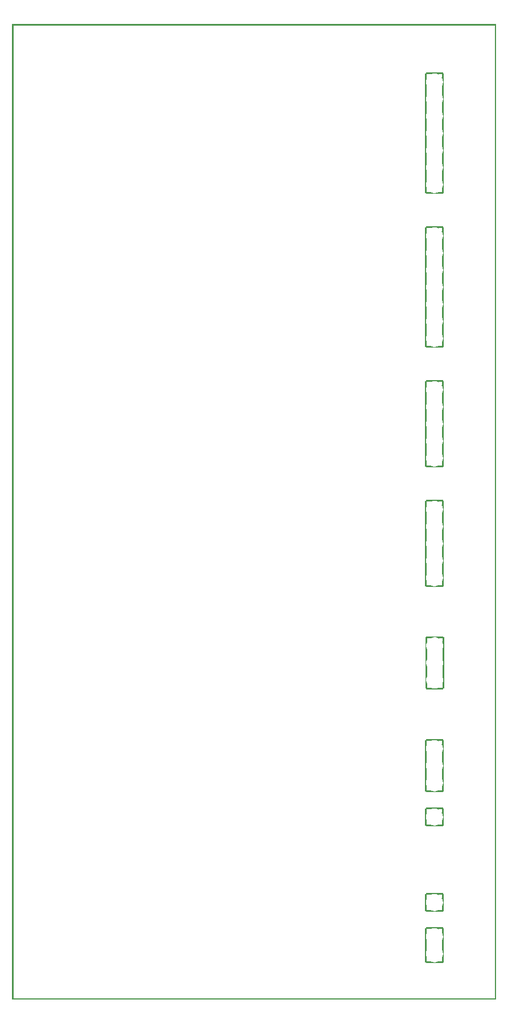
<source format=gbo>
G04 MADE WITH FRITZING*
G04 WWW.FRITZING.ORG*
G04 SINGLE SIDED*
G04 HOLES NOT PLATED*
G04 CONTOUR ON CENTER OF CONTOUR VECTOR*
%ASAXBY*%
%FSLAX23Y23*%
%MOIN*%
%OFA0B0*%
%SFA1.0B1.0*%
%ADD10R,0.001000X0.001000*%
%LNSILK0*%
G90*
G70*
G54D10*
X0Y5707D02*
X2836Y5707D01*
X0Y5706D02*
X2836Y5706D01*
X0Y5705D02*
X2836Y5705D01*
X0Y5704D02*
X2836Y5704D01*
X0Y5703D02*
X2836Y5703D01*
X0Y5702D02*
X2836Y5702D01*
X0Y5701D02*
X2836Y5701D01*
X0Y5700D02*
X2836Y5700D01*
X0Y5699D02*
X7Y5699D01*
X2829Y5699D02*
X2836Y5699D01*
X0Y5698D02*
X7Y5698D01*
X2829Y5698D02*
X2836Y5698D01*
X0Y5697D02*
X7Y5697D01*
X2829Y5697D02*
X2836Y5697D01*
X0Y5696D02*
X7Y5696D01*
X2829Y5696D02*
X2836Y5696D01*
X0Y5695D02*
X7Y5695D01*
X2829Y5695D02*
X2836Y5695D01*
X0Y5694D02*
X7Y5694D01*
X2829Y5694D02*
X2836Y5694D01*
X0Y5693D02*
X7Y5693D01*
X2829Y5693D02*
X2836Y5693D01*
X0Y5692D02*
X7Y5692D01*
X2829Y5692D02*
X2836Y5692D01*
X0Y5691D02*
X7Y5691D01*
X2829Y5691D02*
X2836Y5691D01*
X0Y5690D02*
X7Y5690D01*
X2829Y5690D02*
X2836Y5690D01*
X0Y5689D02*
X7Y5689D01*
X2829Y5689D02*
X2836Y5689D01*
X0Y5688D02*
X7Y5688D01*
X2829Y5688D02*
X2836Y5688D01*
X0Y5687D02*
X7Y5687D01*
X2829Y5687D02*
X2836Y5687D01*
X0Y5686D02*
X7Y5686D01*
X2829Y5686D02*
X2836Y5686D01*
X0Y5685D02*
X7Y5685D01*
X2829Y5685D02*
X2836Y5685D01*
X0Y5684D02*
X7Y5684D01*
X2829Y5684D02*
X2836Y5684D01*
X0Y5683D02*
X7Y5683D01*
X2829Y5683D02*
X2836Y5683D01*
X0Y5682D02*
X7Y5682D01*
X2829Y5682D02*
X2836Y5682D01*
X0Y5681D02*
X7Y5681D01*
X2829Y5681D02*
X2836Y5681D01*
X0Y5680D02*
X7Y5680D01*
X2829Y5680D02*
X2836Y5680D01*
X0Y5679D02*
X7Y5679D01*
X2829Y5679D02*
X2836Y5679D01*
X0Y5678D02*
X7Y5678D01*
X2829Y5678D02*
X2836Y5678D01*
X0Y5677D02*
X7Y5677D01*
X2829Y5677D02*
X2836Y5677D01*
X0Y5676D02*
X7Y5676D01*
X2829Y5676D02*
X2836Y5676D01*
X0Y5675D02*
X7Y5675D01*
X2829Y5675D02*
X2836Y5675D01*
X0Y5674D02*
X7Y5674D01*
X2829Y5674D02*
X2836Y5674D01*
X0Y5673D02*
X7Y5673D01*
X2829Y5673D02*
X2836Y5673D01*
X0Y5672D02*
X7Y5672D01*
X2829Y5672D02*
X2836Y5672D01*
X0Y5671D02*
X7Y5671D01*
X2829Y5671D02*
X2836Y5671D01*
X0Y5670D02*
X7Y5670D01*
X2829Y5670D02*
X2836Y5670D01*
X0Y5669D02*
X7Y5669D01*
X2829Y5669D02*
X2836Y5669D01*
X0Y5668D02*
X7Y5668D01*
X2829Y5668D02*
X2836Y5668D01*
X0Y5667D02*
X7Y5667D01*
X2829Y5667D02*
X2836Y5667D01*
X0Y5666D02*
X7Y5666D01*
X2829Y5666D02*
X2836Y5666D01*
X0Y5665D02*
X7Y5665D01*
X2829Y5665D02*
X2836Y5665D01*
X0Y5664D02*
X7Y5664D01*
X2829Y5664D02*
X2836Y5664D01*
X0Y5663D02*
X7Y5663D01*
X2829Y5663D02*
X2836Y5663D01*
X0Y5662D02*
X7Y5662D01*
X2829Y5662D02*
X2836Y5662D01*
X0Y5661D02*
X7Y5661D01*
X2829Y5661D02*
X2836Y5661D01*
X0Y5660D02*
X7Y5660D01*
X2829Y5660D02*
X2836Y5660D01*
X0Y5659D02*
X7Y5659D01*
X2829Y5659D02*
X2836Y5659D01*
X0Y5658D02*
X7Y5658D01*
X2829Y5658D02*
X2836Y5658D01*
X0Y5657D02*
X7Y5657D01*
X2829Y5657D02*
X2836Y5657D01*
X0Y5656D02*
X7Y5656D01*
X2829Y5656D02*
X2836Y5656D01*
X0Y5655D02*
X7Y5655D01*
X2829Y5655D02*
X2836Y5655D01*
X0Y5654D02*
X7Y5654D01*
X2829Y5654D02*
X2836Y5654D01*
X0Y5653D02*
X7Y5653D01*
X2829Y5653D02*
X2836Y5653D01*
X0Y5652D02*
X7Y5652D01*
X2829Y5652D02*
X2836Y5652D01*
X0Y5651D02*
X7Y5651D01*
X2829Y5651D02*
X2836Y5651D01*
X0Y5650D02*
X7Y5650D01*
X2829Y5650D02*
X2836Y5650D01*
X0Y5649D02*
X7Y5649D01*
X2829Y5649D02*
X2836Y5649D01*
X0Y5648D02*
X7Y5648D01*
X2829Y5648D02*
X2836Y5648D01*
X0Y5647D02*
X7Y5647D01*
X2829Y5647D02*
X2836Y5647D01*
X0Y5646D02*
X7Y5646D01*
X2829Y5646D02*
X2836Y5646D01*
X0Y5645D02*
X7Y5645D01*
X2829Y5645D02*
X2836Y5645D01*
X0Y5644D02*
X7Y5644D01*
X2829Y5644D02*
X2836Y5644D01*
X0Y5643D02*
X7Y5643D01*
X2829Y5643D02*
X2836Y5643D01*
X0Y5642D02*
X7Y5642D01*
X2829Y5642D02*
X2836Y5642D01*
X0Y5641D02*
X7Y5641D01*
X2829Y5641D02*
X2836Y5641D01*
X0Y5640D02*
X7Y5640D01*
X2829Y5640D02*
X2836Y5640D01*
X0Y5639D02*
X7Y5639D01*
X2829Y5639D02*
X2836Y5639D01*
X0Y5638D02*
X7Y5638D01*
X2829Y5638D02*
X2836Y5638D01*
X0Y5637D02*
X7Y5637D01*
X2829Y5637D02*
X2836Y5637D01*
X0Y5636D02*
X7Y5636D01*
X2829Y5636D02*
X2836Y5636D01*
X0Y5635D02*
X7Y5635D01*
X2829Y5635D02*
X2836Y5635D01*
X0Y5634D02*
X7Y5634D01*
X2829Y5634D02*
X2836Y5634D01*
X0Y5633D02*
X7Y5633D01*
X2829Y5633D02*
X2836Y5633D01*
X0Y5632D02*
X7Y5632D01*
X2829Y5632D02*
X2836Y5632D01*
X0Y5631D02*
X7Y5631D01*
X2829Y5631D02*
X2836Y5631D01*
X0Y5630D02*
X7Y5630D01*
X2829Y5630D02*
X2836Y5630D01*
X0Y5629D02*
X7Y5629D01*
X2829Y5629D02*
X2836Y5629D01*
X0Y5628D02*
X7Y5628D01*
X2829Y5628D02*
X2836Y5628D01*
X0Y5627D02*
X7Y5627D01*
X2829Y5627D02*
X2836Y5627D01*
X0Y5626D02*
X7Y5626D01*
X2829Y5626D02*
X2836Y5626D01*
X0Y5625D02*
X7Y5625D01*
X2829Y5625D02*
X2836Y5625D01*
X0Y5624D02*
X7Y5624D01*
X2829Y5624D02*
X2836Y5624D01*
X0Y5623D02*
X7Y5623D01*
X2829Y5623D02*
X2836Y5623D01*
X0Y5622D02*
X7Y5622D01*
X2829Y5622D02*
X2836Y5622D01*
X0Y5621D02*
X7Y5621D01*
X2829Y5621D02*
X2836Y5621D01*
X0Y5620D02*
X7Y5620D01*
X2829Y5620D02*
X2836Y5620D01*
X0Y5619D02*
X7Y5619D01*
X2829Y5619D02*
X2836Y5619D01*
X0Y5618D02*
X7Y5618D01*
X2829Y5618D02*
X2836Y5618D01*
X0Y5617D02*
X7Y5617D01*
X2829Y5617D02*
X2836Y5617D01*
X0Y5616D02*
X7Y5616D01*
X2829Y5616D02*
X2836Y5616D01*
X0Y5615D02*
X7Y5615D01*
X2829Y5615D02*
X2836Y5615D01*
X0Y5614D02*
X7Y5614D01*
X2829Y5614D02*
X2836Y5614D01*
X0Y5613D02*
X7Y5613D01*
X2829Y5613D02*
X2836Y5613D01*
X0Y5612D02*
X7Y5612D01*
X2829Y5612D02*
X2836Y5612D01*
X0Y5611D02*
X7Y5611D01*
X2829Y5611D02*
X2836Y5611D01*
X0Y5610D02*
X7Y5610D01*
X2829Y5610D02*
X2836Y5610D01*
X0Y5609D02*
X7Y5609D01*
X2829Y5609D02*
X2836Y5609D01*
X0Y5608D02*
X7Y5608D01*
X2829Y5608D02*
X2836Y5608D01*
X0Y5607D02*
X7Y5607D01*
X2829Y5607D02*
X2836Y5607D01*
X0Y5606D02*
X7Y5606D01*
X2829Y5606D02*
X2836Y5606D01*
X0Y5605D02*
X7Y5605D01*
X2829Y5605D02*
X2836Y5605D01*
X0Y5604D02*
X7Y5604D01*
X2829Y5604D02*
X2836Y5604D01*
X0Y5603D02*
X7Y5603D01*
X2829Y5603D02*
X2836Y5603D01*
X0Y5602D02*
X7Y5602D01*
X2829Y5602D02*
X2836Y5602D01*
X0Y5601D02*
X7Y5601D01*
X2829Y5601D02*
X2836Y5601D01*
X0Y5600D02*
X7Y5600D01*
X2829Y5600D02*
X2836Y5600D01*
X0Y5599D02*
X7Y5599D01*
X2829Y5599D02*
X2836Y5599D01*
X0Y5598D02*
X7Y5598D01*
X2829Y5598D02*
X2836Y5598D01*
X0Y5597D02*
X7Y5597D01*
X2829Y5597D02*
X2836Y5597D01*
X0Y5596D02*
X7Y5596D01*
X2829Y5596D02*
X2836Y5596D01*
X0Y5595D02*
X7Y5595D01*
X2829Y5595D02*
X2836Y5595D01*
X0Y5594D02*
X7Y5594D01*
X2829Y5594D02*
X2836Y5594D01*
X0Y5593D02*
X7Y5593D01*
X2829Y5593D02*
X2836Y5593D01*
X0Y5592D02*
X7Y5592D01*
X2829Y5592D02*
X2836Y5592D01*
X0Y5591D02*
X7Y5591D01*
X2829Y5591D02*
X2836Y5591D01*
X0Y5590D02*
X7Y5590D01*
X2829Y5590D02*
X2836Y5590D01*
X0Y5589D02*
X7Y5589D01*
X2829Y5589D02*
X2836Y5589D01*
X0Y5588D02*
X7Y5588D01*
X2829Y5588D02*
X2836Y5588D01*
X0Y5587D02*
X7Y5587D01*
X2829Y5587D02*
X2836Y5587D01*
X0Y5586D02*
X7Y5586D01*
X2829Y5586D02*
X2836Y5586D01*
X0Y5585D02*
X7Y5585D01*
X2829Y5585D02*
X2836Y5585D01*
X0Y5584D02*
X7Y5584D01*
X2829Y5584D02*
X2836Y5584D01*
X0Y5583D02*
X7Y5583D01*
X2829Y5583D02*
X2836Y5583D01*
X0Y5582D02*
X7Y5582D01*
X2829Y5582D02*
X2836Y5582D01*
X0Y5581D02*
X7Y5581D01*
X2829Y5581D02*
X2836Y5581D01*
X0Y5580D02*
X7Y5580D01*
X2829Y5580D02*
X2836Y5580D01*
X0Y5579D02*
X7Y5579D01*
X2829Y5579D02*
X2836Y5579D01*
X0Y5578D02*
X7Y5578D01*
X2829Y5578D02*
X2836Y5578D01*
X0Y5577D02*
X7Y5577D01*
X2829Y5577D02*
X2836Y5577D01*
X0Y5576D02*
X7Y5576D01*
X2829Y5576D02*
X2836Y5576D01*
X0Y5575D02*
X7Y5575D01*
X2829Y5575D02*
X2836Y5575D01*
X0Y5574D02*
X7Y5574D01*
X2829Y5574D02*
X2836Y5574D01*
X0Y5573D02*
X7Y5573D01*
X2829Y5573D02*
X2836Y5573D01*
X0Y5572D02*
X7Y5572D01*
X2829Y5572D02*
X2836Y5572D01*
X0Y5571D02*
X7Y5571D01*
X2829Y5571D02*
X2836Y5571D01*
X0Y5570D02*
X7Y5570D01*
X2829Y5570D02*
X2836Y5570D01*
X0Y5569D02*
X7Y5569D01*
X2829Y5569D02*
X2836Y5569D01*
X0Y5568D02*
X7Y5568D01*
X2829Y5568D02*
X2836Y5568D01*
X0Y5567D02*
X7Y5567D01*
X2829Y5567D02*
X2836Y5567D01*
X0Y5566D02*
X7Y5566D01*
X2829Y5566D02*
X2836Y5566D01*
X0Y5565D02*
X7Y5565D01*
X2829Y5565D02*
X2836Y5565D01*
X0Y5564D02*
X7Y5564D01*
X2829Y5564D02*
X2836Y5564D01*
X0Y5563D02*
X7Y5563D01*
X2829Y5563D02*
X2836Y5563D01*
X0Y5562D02*
X7Y5562D01*
X2829Y5562D02*
X2836Y5562D01*
X0Y5561D02*
X7Y5561D01*
X2829Y5561D02*
X2836Y5561D01*
X0Y5560D02*
X7Y5560D01*
X2829Y5560D02*
X2836Y5560D01*
X0Y5559D02*
X7Y5559D01*
X2829Y5559D02*
X2836Y5559D01*
X0Y5558D02*
X7Y5558D01*
X2829Y5558D02*
X2836Y5558D01*
X0Y5557D02*
X7Y5557D01*
X2829Y5557D02*
X2836Y5557D01*
X0Y5556D02*
X7Y5556D01*
X2829Y5556D02*
X2836Y5556D01*
X0Y5555D02*
X7Y5555D01*
X2829Y5555D02*
X2836Y5555D01*
X0Y5554D02*
X7Y5554D01*
X2829Y5554D02*
X2836Y5554D01*
X0Y5553D02*
X7Y5553D01*
X2829Y5553D02*
X2836Y5553D01*
X0Y5552D02*
X7Y5552D01*
X2829Y5552D02*
X2836Y5552D01*
X0Y5551D02*
X7Y5551D01*
X2829Y5551D02*
X2836Y5551D01*
X0Y5550D02*
X7Y5550D01*
X2829Y5550D02*
X2836Y5550D01*
X0Y5549D02*
X7Y5549D01*
X2829Y5549D02*
X2836Y5549D01*
X0Y5548D02*
X7Y5548D01*
X2829Y5548D02*
X2836Y5548D01*
X0Y5547D02*
X7Y5547D01*
X2829Y5547D02*
X2836Y5547D01*
X0Y5546D02*
X7Y5546D01*
X2829Y5546D02*
X2836Y5546D01*
X0Y5545D02*
X7Y5545D01*
X2829Y5545D02*
X2836Y5545D01*
X0Y5544D02*
X7Y5544D01*
X2829Y5544D02*
X2836Y5544D01*
X0Y5543D02*
X7Y5543D01*
X2829Y5543D02*
X2836Y5543D01*
X0Y5542D02*
X7Y5542D01*
X2829Y5542D02*
X2836Y5542D01*
X0Y5541D02*
X7Y5541D01*
X2829Y5541D02*
X2836Y5541D01*
X0Y5540D02*
X7Y5540D01*
X2829Y5540D02*
X2836Y5540D01*
X0Y5539D02*
X7Y5539D01*
X2829Y5539D02*
X2836Y5539D01*
X0Y5538D02*
X7Y5538D01*
X2829Y5538D02*
X2836Y5538D01*
X0Y5537D02*
X7Y5537D01*
X2829Y5537D02*
X2836Y5537D01*
X0Y5536D02*
X7Y5536D01*
X2829Y5536D02*
X2836Y5536D01*
X0Y5535D02*
X7Y5535D01*
X2829Y5535D02*
X2836Y5535D01*
X0Y5534D02*
X7Y5534D01*
X2829Y5534D02*
X2836Y5534D01*
X0Y5533D02*
X7Y5533D01*
X2829Y5533D02*
X2836Y5533D01*
X0Y5532D02*
X7Y5532D01*
X2829Y5532D02*
X2836Y5532D01*
X0Y5531D02*
X7Y5531D01*
X2829Y5531D02*
X2836Y5531D01*
X0Y5530D02*
X7Y5530D01*
X2829Y5530D02*
X2836Y5530D01*
X0Y5529D02*
X7Y5529D01*
X2829Y5529D02*
X2836Y5529D01*
X0Y5528D02*
X7Y5528D01*
X2829Y5528D02*
X2836Y5528D01*
X0Y5527D02*
X7Y5527D01*
X2829Y5527D02*
X2836Y5527D01*
X0Y5526D02*
X7Y5526D01*
X2829Y5526D02*
X2836Y5526D01*
X0Y5525D02*
X7Y5525D01*
X2829Y5525D02*
X2836Y5525D01*
X0Y5524D02*
X7Y5524D01*
X2829Y5524D02*
X2836Y5524D01*
X0Y5523D02*
X7Y5523D01*
X2829Y5523D02*
X2836Y5523D01*
X0Y5522D02*
X7Y5522D01*
X2829Y5522D02*
X2836Y5522D01*
X0Y5521D02*
X7Y5521D01*
X2829Y5521D02*
X2836Y5521D01*
X0Y5520D02*
X7Y5520D01*
X2829Y5520D02*
X2836Y5520D01*
X0Y5519D02*
X7Y5519D01*
X2829Y5519D02*
X2836Y5519D01*
X0Y5518D02*
X7Y5518D01*
X2829Y5518D02*
X2836Y5518D01*
X0Y5517D02*
X7Y5517D01*
X2829Y5517D02*
X2836Y5517D01*
X0Y5516D02*
X7Y5516D01*
X2829Y5516D02*
X2836Y5516D01*
X0Y5515D02*
X7Y5515D01*
X2829Y5515D02*
X2836Y5515D01*
X0Y5514D02*
X7Y5514D01*
X2829Y5514D02*
X2836Y5514D01*
X0Y5513D02*
X7Y5513D01*
X2829Y5513D02*
X2836Y5513D01*
X0Y5512D02*
X7Y5512D01*
X2829Y5512D02*
X2836Y5512D01*
X0Y5511D02*
X7Y5511D01*
X2829Y5511D02*
X2836Y5511D01*
X0Y5510D02*
X7Y5510D01*
X2829Y5510D02*
X2836Y5510D01*
X0Y5509D02*
X7Y5509D01*
X2829Y5509D02*
X2836Y5509D01*
X0Y5508D02*
X7Y5508D01*
X2829Y5508D02*
X2836Y5508D01*
X0Y5507D02*
X7Y5507D01*
X2829Y5507D02*
X2836Y5507D01*
X0Y5506D02*
X7Y5506D01*
X2829Y5506D02*
X2836Y5506D01*
X0Y5505D02*
X7Y5505D01*
X2829Y5505D02*
X2836Y5505D01*
X0Y5504D02*
X7Y5504D01*
X2829Y5504D02*
X2836Y5504D01*
X0Y5503D02*
X7Y5503D01*
X2829Y5503D02*
X2836Y5503D01*
X0Y5502D02*
X7Y5502D01*
X2829Y5502D02*
X2836Y5502D01*
X0Y5501D02*
X7Y5501D01*
X2829Y5501D02*
X2836Y5501D01*
X0Y5500D02*
X7Y5500D01*
X2829Y5500D02*
X2836Y5500D01*
X0Y5499D02*
X7Y5499D01*
X2829Y5499D02*
X2836Y5499D01*
X0Y5498D02*
X7Y5498D01*
X2829Y5498D02*
X2836Y5498D01*
X0Y5497D02*
X7Y5497D01*
X2829Y5497D02*
X2836Y5497D01*
X0Y5496D02*
X7Y5496D01*
X2829Y5496D02*
X2836Y5496D01*
X0Y5495D02*
X7Y5495D01*
X2829Y5495D02*
X2836Y5495D01*
X0Y5494D02*
X7Y5494D01*
X2829Y5494D02*
X2836Y5494D01*
X0Y5493D02*
X7Y5493D01*
X2829Y5493D02*
X2836Y5493D01*
X0Y5492D02*
X7Y5492D01*
X2829Y5492D02*
X2836Y5492D01*
X0Y5491D02*
X7Y5491D01*
X2829Y5491D02*
X2836Y5491D01*
X0Y5490D02*
X7Y5490D01*
X2829Y5490D02*
X2836Y5490D01*
X0Y5489D02*
X7Y5489D01*
X2829Y5489D02*
X2836Y5489D01*
X0Y5488D02*
X7Y5488D01*
X2829Y5488D02*
X2836Y5488D01*
X0Y5487D02*
X7Y5487D01*
X2829Y5487D02*
X2836Y5487D01*
X0Y5486D02*
X7Y5486D01*
X2829Y5486D02*
X2836Y5486D01*
X0Y5485D02*
X7Y5485D01*
X2829Y5485D02*
X2836Y5485D01*
X0Y5484D02*
X7Y5484D01*
X2829Y5484D02*
X2836Y5484D01*
X0Y5483D02*
X7Y5483D01*
X2829Y5483D02*
X2836Y5483D01*
X0Y5482D02*
X7Y5482D01*
X2829Y5482D02*
X2836Y5482D01*
X0Y5481D02*
X7Y5481D01*
X2829Y5481D02*
X2836Y5481D01*
X0Y5480D02*
X7Y5480D01*
X2829Y5480D02*
X2836Y5480D01*
X0Y5479D02*
X7Y5479D01*
X2829Y5479D02*
X2836Y5479D01*
X0Y5478D02*
X7Y5478D01*
X2829Y5478D02*
X2836Y5478D01*
X0Y5477D02*
X7Y5477D01*
X2829Y5477D02*
X2836Y5477D01*
X0Y5476D02*
X7Y5476D01*
X2829Y5476D02*
X2836Y5476D01*
X0Y5475D02*
X7Y5475D01*
X2829Y5475D02*
X2836Y5475D01*
X0Y5474D02*
X7Y5474D01*
X2829Y5474D02*
X2836Y5474D01*
X0Y5473D02*
X7Y5473D01*
X2829Y5473D02*
X2836Y5473D01*
X0Y5472D02*
X7Y5472D01*
X2829Y5472D02*
X2836Y5472D01*
X0Y5471D02*
X7Y5471D01*
X2829Y5471D02*
X2836Y5471D01*
X0Y5470D02*
X7Y5470D01*
X2829Y5470D02*
X2836Y5470D01*
X0Y5469D02*
X7Y5469D01*
X2829Y5469D02*
X2836Y5469D01*
X0Y5468D02*
X7Y5468D01*
X2829Y5468D02*
X2836Y5468D01*
X0Y5467D02*
X7Y5467D01*
X2829Y5467D02*
X2836Y5467D01*
X0Y5466D02*
X7Y5466D01*
X2829Y5466D02*
X2836Y5466D01*
X0Y5465D02*
X7Y5465D01*
X2829Y5465D02*
X2836Y5465D01*
X0Y5464D02*
X7Y5464D01*
X2829Y5464D02*
X2836Y5464D01*
X0Y5463D02*
X7Y5463D01*
X2829Y5463D02*
X2836Y5463D01*
X0Y5462D02*
X7Y5462D01*
X2829Y5462D02*
X2836Y5462D01*
X0Y5461D02*
X7Y5461D01*
X2829Y5461D02*
X2836Y5461D01*
X0Y5460D02*
X7Y5460D01*
X2829Y5460D02*
X2836Y5460D01*
X0Y5459D02*
X7Y5459D01*
X2829Y5459D02*
X2836Y5459D01*
X0Y5458D02*
X7Y5458D01*
X2829Y5458D02*
X2836Y5458D01*
X0Y5457D02*
X7Y5457D01*
X2829Y5457D02*
X2836Y5457D01*
X0Y5456D02*
X7Y5456D01*
X2829Y5456D02*
X2836Y5456D01*
X0Y5455D02*
X7Y5455D01*
X2829Y5455D02*
X2836Y5455D01*
X0Y5454D02*
X7Y5454D01*
X2829Y5454D02*
X2836Y5454D01*
X0Y5453D02*
X7Y5453D01*
X2829Y5453D02*
X2836Y5453D01*
X0Y5452D02*
X7Y5452D01*
X2829Y5452D02*
X2836Y5452D01*
X0Y5451D02*
X7Y5451D01*
X2829Y5451D02*
X2836Y5451D01*
X0Y5450D02*
X7Y5450D01*
X2829Y5450D02*
X2836Y5450D01*
X0Y5449D02*
X7Y5449D01*
X2829Y5449D02*
X2836Y5449D01*
X0Y5448D02*
X7Y5448D01*
X2829Y5448D02*
X2836Y5448D01*
X0Y5447D02*
X7Y5447D01*
X2829Y5447D02*
X2836Y5447D01*
X0Y5446D02*
X7Y5446D01*
X2829Y5446D02*
X2836Y5446D01*
X0Y5445D02*
X7Y5445D01*
X2829Y5445D02*
X2836Y5445D01*
X0Y5444D02*
X7Y5444D01*
X2829Y5444D02*
X2836Y5444D01*
X0Y5443D02*
X7Y5443D01*
X2829Y5443D02*
X2836Y5443D01*
X0Y5442D02*
X7Y5442D01*
X2829Y5442D02*
X2836Y5442D01*
X0Y5441D02*
X7Y5441D01*
X2829Y5441D02*
X2836Y5441D01*
X0Y5440D02*
X7Y5440D01*
X2829Y5440D02*
X2836Y5440D01*
X0Y5439D02*
X7Y5439D01*
X2829Y5439D02*
X2836Y5439D01*
X0Y5438D02*
X7Y5438D01*
X2829Y5438D02*
X2836Y5438D01*
X0Y5437D02*
X7Y5437D01*
X2829Y5437D02*
X2836Y5437D01*
X0Y5436D02*
X7Y5436D01*
X2829Y5436D02*
X2836Y5436D01*
X0Y5435D02*
X7Y5435D01*
X2829Y5435D02*
X2836Y5435D01*
X0Y5434D02*
X7Y5434D01*
X2829Y5434D02*
X2836Y5434D01*
X0Y5433D02*
X7Y5433D01*
X2829Y5433D02*
X2836Y5433D01*
X0Y5432D02*
X7Y5432D01*
X2829Y5432D02*
X2836Y5432D01*
X0Y5431D02*
X7Y5431D01*
X2829Y5431D02*
X2836Y5431D01*
X0Y5430D02*
X7Y5430D01*
X2829Y5430D02*
X2836Y5430D01*
X0Y5429D02*
X7Y5429D01*
X2829Y5429D02*
X2836Y5429D01*
X0Y5428D02*
X7Y5428D01*
X2829Y5428D02*
X2836Y5428D01*
X0Y5427D02*
X7Y5427D01*
X2829Y5427D02*
X2836Y5427D01*
X0Y5426D02*
X7Y5426D01*
X2829Y5426D02*
X2836Y5426D01*
X0Y5425D02*
X7Y5425D01*
X2829Y5425D02*
X2836Y5425D01*
X0Y5424D02*
X7Y5424D01*
X2425Y5424D02*
X2524Y5424D01*
X2829Y5424D02*
X2836Y5424D01*
X0Y5423D02*
X7Y5423D01*
X2425Y5423D02*
X2524Y5423D01*
X2829Y5423D02*
X2836Y5423D01*
X0Y5422D02*
X7Y5422D01*
X2425Y5422D02*
X2524Y5422D01*
X2829Y5422D02*
X2836Y5422D01*
X0Y5421D02*
X7Y5421D01*
X2425Y5421D02*
X2524Y5421D01*
X2829Y5421D02*
X2836Y5421D01*
X0Y5420D02*
X7Y5420D01*
X2425Y5420D02*
X2524Y5420D01*
X2829Y5420D02*
X2836Y5420D01*
X0Y5419D02*
X7Y5419D01*
X2420Y5419D02*
X2469Y5419D01*
X2480Y5419D02*
X2529Y5419D01*
X2829Y5419D02*
X2836Y5419D01*
X0Y5418D02*
X7Y5418D01*
X2420Y5418D02*
X2464Y5418D01*
X2485Y5418D02*
X2529Y5418D01*
X2829Y5418D02*
X2836Y5418D01*
X0Y5417D02*
X7Y5417D01*
X2420Y5417D02*
X2461Y5417D01*
X2488Y5417D02*
X2529Y5417D01*
X2829Y5417D02*
X2836Y5417D01*
X0Y5416D02*
X7Y5416D01*
X2420Y5416D02*
X2458Y5416D01*
X2491Y5416D02*
X2529Y5416D01*
X2829Y5416D02*
X2836Y5416D01*
X0Y5415D02*
X7Y5415D01*
X2420Y5415D02*
X2456Y5415D01*
X2493Y5415D02*
X2529Y5415D01*
X2829Y5415D02*
X2836Y5415D01*
X0Y5414D02*
X7Y5414D01*
X2420Y5414D02*
X2429Y5414D01*
X2495Y5414D02*
X2498Y5414D01*
X2520Y5414D02*
X2529Y5414D01*
X2829Y5414D02*
X2836Y5414D01*
X0Y5413D02*
X7Y5413D01*
X2420Y5413D02*
X2429Y5413D01*
X2497Y5413D02*
X2499Y5413D01*
X2520Y5413D02*
X2529Y5413D01*
X2829Y5413D02*
X2836Y5413D01*
X0Y5412D02*
X7Y5412D01*
X2420Y5412D02*
X2429Y5412D01*
X2499Y5412D02*
X2500Y5412D01*
X2520Y5412D02*
X2529Y5412D01*
X2829Y5412D02*
X2836Y5412D01*
X0Y5411D02*
X7Y5411D01*
X2420Y5411D02*
X2429Y5411D01*
X2500Y5411D02*
X2501Y5411D01*
X2520Y5411D02*
X2529Y5411D01*
X2829Y5411D02*
X2836Y5411D01*
X0Y5410D02*
X7Y5410D01*
X2420Y5410D02*
X2429Y5410D01*
X2502Y5410D02*
X2502Y5410D01*
X2520Y5410D02*
X2529Y5410D01*
X2829Y5410D02*
X2836Y5410D01*
X0Y5409D02*
X7Y5409D01*
X2420Y5409D02*
X2429Y5409D01*
X2503Y5409D02*
X2503Y5409D01*
X2520Y5409D02*
X2529Y5409D01*
X2829Y5409D02*
X2836Y5409D01*
X0Y5408D02*
X7Y5408D01*
X2420Y5408D02*
X2429Y5408D01*
X2504Y5408D02*
X2504Y5408D01*
X2520Y5408D02*
X2529Y5408D01*
X2829Y5408D02*
X2836Y5408D01*
X0Y5407D02*
X7Y5407D01*
X2420Y5407D02*
X2429Y5407D01*
X2520Y5407D02*
X2529Y5407D01*
X2829Y5407D02*
X2836Y5407D01*
X0Y5406D02*
X7Y5406D01*
X2420Y5406D02*
X2429Y5406D01*
X2520Y5406D02*
X2529Y5406D01*
X2829Y5406D02*
X2836Y5406D01*
X0Y5405D02*
X7Y5405D01*
X2420Y5405D02*
X2429Y5405D01*
X2520Y5405D02*
X2529Y5405D01*
X2829Y5405D02*
X2836Y5405D01*
X0Y5404D02*
X7Y5404D01*
X2420Y5404D02*
X2429Y5404D01*
X2520Y5404D02*
X2529Y5404D01*
X2829Y5404D02*
X2836Y5404D01*
X0Y5403D02*
X7Y5403D01*
X2420Y5403D02*
X2429Y5403D01*
X2520Y5403D02*
X2529Y5403D01*
X2829Y5403D02*
X2836Y5403D01*
X0Y5402D02*
X7Y5402D01*
X2420Y5402D02*
X2429Y5402D01*
X2520Y5402D02*
X2529Y5402D01*
X2829Y5402D02*
X2836Y5402D01*
X0Y5401D02*
X7Y5401D01*
X2420Y5401D02*
X2429Y5401D01*
X2520Y5401D02*
X2529Y5401D01*
X2829Y5401D02*
X2836Y5401D01*
X0Y5400D02*
X7Y5400D01*
X2420Y5400D02*
X2429Y5400D01*
X2520Y5400D02*
X2529Y5400D01*
X2829Y5400D02*
X2836Y5400D01*
X0Y5399D02*
X7Y5399D01*
X2420Y5399D02*
X2429Y5399D01*
X2520Y5399D02*
X2529Y5399D01*
X2829Y5399D02*
X2836Y5399D01*
X0Y5398D02*
X7Y5398D01*
X2420Y5398D02*
X2429Y5398D01*
X2514Y5398D02*
X2514Y5398D01*
X2520Y5398D02*
X2529Y5398D01*
X2829Y5398D02*
X2836Y5398D01*
X0Y5397D02*
X7Y5397D01*
X2420Y5397D02*
X2429Y5397D01*
X2515Y5397D02*
X2515Y5397D01*
X2520Y5397D02*
X2529Y5397D01*
X2829Y5397D02*
X2836Y5397D01*
X0Y5396D02*
X7Y5396D01*
X2420Y5396D02*
X2429Y5396D01*
X2516Y5396D02*
X2516Y5396D01*
X2520Y5396D02*
X2529Y5396D01*
X2829Y5396D02*
X2836Y5396D01*
X0Y5395D02*
X7Y5395D01*
X2420Y5395D02*
X2429Y5395D01*
X2517Y5395D02*
X2517Y5395D01*
X2520Y5395D02*
X2529Y5395D01*
X2829Y5395D02*
X2836Y5395D01*
X0Y5394D02*
X7Y5394D01*
X2420Y5394D02*
X2429Y5394D01*
X2517Y5394D02*
X2518Y5394D01*
X2520Y5394D02*
X2529Y5394D01*
X2829Y5394D02*
X2836Y5394D01*
X0Y5393D02*
X7Y5393D01*
X2420Y5393D02*
X2429Y5393D01*
X2518Y5393D02*
X2529Y5393D01*
X2829Y5393D02*
X2836Y5393D01*
X0Y5392D02*
X7Y5392D01*
X2420Y5392D02*
X2429Y5392D01*
X2518Y5392D02*
X2529Y5392D01*
X2829Y5392D02*
X2836Y5392D01*
X0Y5391D02*
X7Y5391D01*
X2420Y5391D02*
X2429Y5391D01*
X2519Y5391D02*
X2529Y5391D01*
X2829Y5391D02*
X2836Y5391D01*
X0Y5390D02*
X7Y5390D01*
X2420Y5390D02*
X2429Y5390D01*
X2520Y5390D02*
X2529Y5390D01*
X2829Y5390D02*
X2836Y5390D01*
X0Y5389D02*
X7Y5389D01*
X2420Y5389D02*
X2429Y5389D01*
X2520Y5389D02*
X2529Y5389D01*
X2829Y5389D02*
X2836Y5389D01*
X0Y5388D02*
X7Y5388D01*
X2420Y5388D02*
X2428Y5388D01*
X2521Y5388D02*
X2529Y5388D01*
X2829Y5388D02*
X2836Y5388D01*
X0Y5387D02*
X7Y5387D01*
X2420Y5387D02*
X2428Y5387D01*
X2521Y5387D02*
X2529Y5387D01*
X2829Y5387D02*
X2836Y5387D01*
X0Y5386D02*
X7Y5386D01*
X2420Y5386D02*
X2427Y5386D01*
X2522Y5386D02*
X2529Y5386D01*
X2829Y5386D02*
X2836Y5386D01*
X0Y5385D02*
X7Y5385D01*
X2420Y5385D02*
X2427Y5385D01*
X2522Y5385D02*
X2529Y5385D01*
X2829Y5385D02*
X2836Y5385D01*
X0Y5384D02*
X7Y5384D01*
X2420Y5384D02*
X2427Y5384D01*
X2522Y5384D02*
X2529Y5384D01*
X2829Y5384D02*
X2836Y5384D01*
X0Y5383D02*
X7Y5383D01*
X2420Y5383D02*
X2426Y5383D01*
X2523Y5383D02*
X2529Y5383D01*
X2829Y5383D02*
X2836Y5383D01*
X0Y5382D02*
X7Y5382D01*
X2420Y5382D02*
X2426Y5382D01*
X2523Y5382D02*
X2529Y5382D01*
X2829Y5382D02*
X2836Y5382D01*
X0Y5381D02*
X7Y5381D01*
X2420Y5381D02*
X2426Y5381D01*
X2523Y5381D02*
X2529Y5381D01*
X2829Y5381D02*
X2836Y5381D01*
X0Y5380D02*
X7Y5380D01*
X2420Y5380D02*
X2425Y5380D01*
X2524Y5380D02*
X2529Y5380D01*
X2829Y5380D02*
X2836Y5380D01*
X0Y5379D02*
X7Y5379D01*
X2420Y5379D02*
X2425Y5379D01*
X2524Y5379D02*
X2529Y5379D01*
X2829Y5379D02*
X2836Y5379D01*
X0Y5378D02*
X7Y5378D01*
X2420Y5378D02*
X2425Y5378D01*
X2524Y5378D02*
X2529Y5378D01*
X2829Y5378D02*
X2836Y5378D01*
X0Y5377D02*
X7Y5377D01*
X2420Y5377D02*
X2425Y5377D01*
X2524Y5377D02*
X2529Y5377D01*
X2829Y5377D02*
X2836Y5377D01*
X0Y5376D02*
X7Y5376D01*
X2420Y5376D02*
X2424Y5376D01*
X2525Y5376D02*
X2529Y5376D01*
X2829Y5376D02*
X2836Y5376D01*
X0Y5375D02*
X7Y5375D01*
X2420Y5375D02*
X2424Y5375D01*
X2525Y5375D02*
X2529Y5375D01*
X2829Y5375D02*
X2836Y5375D01*
X0Y5374D02*
X7Y5374D01*
X2420Y5374D02*
X2424Y5374D01*
X2525Y5374D02*
X2529Y5374D01*
X2829Y5374D02*
X2836Y5374D01*
X0Y5373D02*
X7Y5373D01*
X2420Y5373D02*
X2424Y5373D01*
X2525Y5373D02*
X2529Y5373D01*
X2829Y5373D02*
X2836Y5373D01*
X0Y5372D02*
X7Y5372D01*
X2420Y5372D02*
X2424Y5372D01*
X2525Y5372D02*
X2529Y5372D01*
X2829Y5372D02*
X2836Y5372D01*
X0Y5371D02*
X7Y5371D01*
X2420Y5371D02*
X2424Y5371D01*
X2525Y5371D02*
X2529Y5371D01*
X2829Y5371D02*
X2836Y5371D01*
X0Y5370D02*
X7Y5370D01*
X2420Y5370D02*
X2424Y5370D01*
X2525Y5370D02*
X2529Y5370D01*
X2829Y5370D02*
X2836Y5370D01*
X0Y5369D02*
X7Y5369D01*
X2420Y5369D02*
X2424Y5369D01*
X2525Y5369D02*
X2529Y5369D01*
X2829Y5369D02*
X2836Y5369D01*
X0Y5368D02*
X7Y5368D01*
X2420Y5368D02*
X2424Y5368D01*
X2525Y5368D02*
X2529Y5368D01*
X2829Y5368D02*
X2836Y5368D01*
X0Y5367D02*
X7Y5367D01*
X2420Y5367D02*
X2424Y5367D01*
X2525Y5367D02*
X2529Y5367D01*
X2829Y5367D02*
X2836Y5367D01*
X0Y5366D02*
X7Y5366D01*
X2420Y5366D02*
X2424Y5366D01*
X2525Y5366D02*
X2529Y5366D01*
X2829Y5366D02*
X2836Y5366D01*
X0Y5365D02*
X7Y5365D01*
X2420Y5365D02*
X2424Y5365D01*
X2525Y5365D02*
X2529Y5365D01*
X2829Y5365D02*
X2836Y5365D01*
X0Y5364D02*
X7Y5364D01*
X2420Y5364D02*
X2424Y5364D01*
X2525Y5364D02*
X2529Y5364D01*
X2829Y5364D02*
X2836Y5364D01*
X0Y5363D02*
X7Y5363D01*
X2420Y5363D02*
X2424Y5363D01*
X2525Y5363D02*
X2529Y5363D01*
X2829Y5363D02*
X2836Y5363D01*
X0Y5362D02*
X7Y5362D01*
X2420Y5362D02*
X2424Y5362D01*
X2525Y5362D02*
X2529Y5362D01*
X2829Y5362D02*
X2836Y5362D01*
X0Y5361D02*
X7Y5361D01*
X2420Y5361D02*
X2425Y5361D01*
X2524Y5361D02*
X2529Y5361D01*
X2829Y5361D02*
X2836Y5361D01*
X0Y5360D02*
X7Y5360D01*
X2420Y5360D02*
X2425Y5360D01*
X2524Y5360D02*
X2529Y5360D01*
X2829Y5360D02*
X2836Y5360D01*
X0Y5359D02*
X7Y5359D01*
X2420Y5359D02*
X2425Y5359D01*
X2524Y5359D02*
X2529Y5359D01*
X2829Y5359D02*
X2836Y5359D01*
X0Y5358D02*
X7Y5358D01*
X2420Y5358D02*
X2425Y5358D01*
X2524Y5358D02*
X2529Y5358D01*
X2829Y5358D02*
X2836Y5358D01*
X0Y5357D02*
X7Y5357D01*
X2420Y5357D02*
X2426Y5357D01*
X2523Y5357D02*
X2529Y5357D01*
X2829Y5357D02*
X2836Y5357D01*
X0Y5356D02*
X7Y5356D01*
X2420Y5356D02*
X2426Y5356D01*
X2523Y5356D02*
X2529Y5356D01*
X2829Y5356D02*
X2836Y5356D01*
X0Y5355D02*
X7Y5355D01*
X2420Y5355D02*
X2426Y5355D01*
X2523Y5355D02*
X2529Y5355D01*
X2829Y5355D02*
X2836Y5355D01*
X0Y5354D02*
X7Y5354D01*
X2420Y5354D02*
X2427Y5354D01*
X2522Y5354D02*
X2529Y5354D01*
X2829Y5354D02*
X2836Y5354D01*
X0Y5353D02*
X7Y5353D01*
X2420Y5353D02*
X2427Y5353D01*
X2522Y5353D02*
X2529Y5353D01*
X2829Y5353D02*
X2836Y5353D01*
X0Y5352D02*
X7Y5352D01*
X2420Y5352D02*
X2428Y5352D01*
X2521Y5352D02*
X2529Y5352D01*
X2829Y5352D02*
X2836Y5352D01*
X0Y5351D02*
X7Y5351D01*
X2420Y5351D02*
X2428Y5351D01*
X2521Y5351D02*
X2529Y5351D01*
X2829Y5351D02*
X2836Y5351D01*
X0Y5350D02*
X7Y5350D01*
X2420Y5350D02*
X2428Y5350D01*
X2521Y5350D02*
X2529Y5350D01*
X2829Y5350D02*
X2836Y5350D01*
X0Y5349D02*
X7Y5349D01*
X2420Y5349D02*
X2429Y5349D01*
X2520Y5349D02*
X2529Y5349D01*
X2829Y5349D02*
X2836Y5349D01*
X0Y5348D02*
X7Y5348D01*
X2420Y5348D02*
X2429Y5348D01*
X2520Y5348D02*
X2529Y5348D01*
X2829Y5348D02*
X2836Y5348D01*
X0Y5347D02*
X7Y5347D01*
X2420Y5347D02*
X2429Y5347D01*
X2520Y5347D02*
X2529Y5347D01*
X2829Y5347D02*
X2836Y5347D01*
X0Y5346D02*
X7Y5346D01*
X2420Y5346D02*
X2429Y5346D01*
X2520Y5346D02*
X2529Y5346D01*
X2829Y5346D02*
X2836Y5346D01*
X0Y5345D02*
X7Y5345D01*
X2420Y5345D02*
X2429Y5345D01*
X2520Y5345D02*
X2529Y5345D01*
X2829Y5345D02*
X2836Y5345D01*
X0Y5344D02*
X7Y5344D01*
X2420Y5344D02*
X2429Y5344D01*
X2520Y5344D02*
X2529Y5344D01*
X2829Y5344D02*
X2836Y5344D01*
X0Y5343D02*
X7Y5343D01*
X2420Y5343D02*
X2429Y5343D01*
X2520Y5343D02*
X2529Y5343D01*
X2829Y5343D02*
X2836Y5343D01*
X0Y5342D02*
X7Y5342D01*
X2420Y5342D02*
X2429Y5342D01*
X2520Y5342D02*
X2529Y5342D01*
X2829Y5342D02*
X2836Y5342D01*
X0Y5341D02*
X7Y5341D01*
X2420Y5341D02*
X2429Y5341D01*
X2520Y5341D02*
X2529Y5341D01*
X2829Y5341D02*
X2836Y5341D01*
X0Y5340D02*
X7Y5340D01*
X2420Y5340D02*
X2429Y5340D01*
X2520Y5340D02*
X2529Y5340D01*
X2829Y5340D02*
X2836Y5340D01*
X0Y5339D02*
X7Y5339D01*
X2420Y5339D02*
X2429Y5339D01*
X2520Y5339D02*
X2529Y5339D01*
X2829Y5339D02*
X2836Y5339D01*
X0Y5338D02*
X7Y5338D01*
X2420Y5338D02*
X2429Y5338D01*
X2520Y5338D02*
X2529Y5338D01*
X2829Y5338D02*
X2836Y5338D01*
X0Y5337D02*
X7Y5337D01*
X2420Y5337D02*
X2429Y5337D01*
X2520Y5337D02*
X2529Y5337D01*
X2829Y5337D02*
X2836Y5337D01*
X0Y5336D02*
X7Y5336D01*
X2420Y5336D02*
X2429Y5336D01*
X2520Y5336D02*
X2529Y5336D01*
X2829Y5336D02*
X2836Y5336D01*
X0Y5335D02*
X7Y5335D01*
X2420Y5335D02*
X2429Y5335D01*
X2520Y5335D02*
X2529Y5335D01*
X2829Y5335D02*
X2836Y5335D01*
X0Y5334D02*
X7Y5334D01*
X2420Y5334D02*
X2429Y5334D01*
X2520Y5334D02*
X2529Y5334D01*
X2829Y5334D02*
X2836Y5334D01*
X0Y5333D02*
X7Y5333D01*
X2420Y5333D02*
X2429Y5333D01*
X2520Y5333D02*
X2529Y5333D01*
X2829Y5333D02*
X2836Y5333D01*
X0Y5332D02*
X7Y5332D01*
X2420Y5332D02*
X2429Y5332D01*
X2520Y5332D02*
X2529Y5332D01*
X2829Y5332D02*
X2836Y5332D01*
X0Y5331D02*
X7Y5331D01*
X2420Y5331D02*
X2429Y5331D01*
X2520Y5331D02*
X2529Y5331D01*
X2829Y5331D02*
X2836Y5331D01*
X0Y5330D02*
X7Y5330D01*
X2420Y5330D02*
X2429Y5330D01*
X2520Y5330D02*
X2529Y5330D01*
X2829Y5330D02*
X2836Y5330D01*
X0Y5329D02*
X7Y5329D01*
X2420Y5329D02*
X2429Y5329D01*
X2520Y5329D02*
X2529Y5329D01*
X2829Y5329D02*
X2836Y5329D01*
X0Y5328D02*
X7Y5328D01*
X2420Y5328D02*
X2429Y5328D01*
X2520Y5328D02*
X2529Y5328D01*
X2829Y5328D02*
X2836Y5328D01*
X0Y5327D02*
X7Y5327D01*
X2420Y5327D02*
X2429Y5327D01*
X2520Y5327D02*
X2529Y5327D01*
X2829Y5327D02*
X2836Y5327D01*
X0Y5326D02*
X7Y5326D01*
X2420Y5326D02*
X2429Y5326D01*
X2520Y5326D02*
X2529Y5326D01*
X2829Y5326D02*
X2836Y5326D01*
X0Y5325D02*
X7Y5325D01*
X2420Y5325D02*
X2429Y5325D01*
X2520Y5325D02*
X2529Y5325D01*
X2829Y5325D02*
X2836Y5325D01*
X0Y5324D02*
X7Y5324D01*
X2420Y5324D02*
X2429Y5324D01*
X2520Y5324D02*
X2529Y5324D01*
X2829Y5324D02*
X2836Y5324D01*
X0Y5323D02*
X7Y5323D01*
X2420Y5323D02*
X2429Y5323D01*
X2520Y5323D02*
X2529Y5323D01*
X2829Y5323D02*
X2836Y5323D01*
X0Y5322D02*
X7Y5322D01*
X2420Y5322D02*
X2429Y5322D01*
X2520Y5322D02*
X2529Y5322D01*
X2829Y5322D02*
X2836Y5322D01*
X0Y5321D02*
X7Y5321D01*
X2420Y5321D02*
X2429Y5321D01*
X2520Y5321D02*
X2529Y5321D01*
X2829Y5321D02*
X2836Y5321D01*
X0Y5320D02*
X7Y5320D01*
X2420Y5320D02*
X2429Y5320D01*
X2520Y5320D02*
X2529Y5320D01*
X2829Y5320D02*
X2836Y5320D01*
X0Y5319D02*
X7Y5319D01*
X2420Y5319D02*
X2429Y5319D01*
X2520Y5319D02*
X2529Y5319D01*
X2829Y5319D02*
X2836Y5319D01*
X0Y5318D02*
X7Y5318D01*
X2420Y5318D02*
X2429Y5318D01*
X2520Y5318D02*
X2529Y5318D01*
X2829Y5318D02*
X2836Y5318D01*
X0Y5317D02*
X7Y5317D01*
X2420Y5317D02*
X2429Y5317D01*
X2520Y5317D02*
X2529Y5317D01*
X2829Y5317D02*
X2836Y5317D01*
X0Y5316D02*
X7Y5316D01*
X2420Y5316D02*
X2429Y5316D01*
X2520Y5316D02*
X2529Y5316D01*
X2829Y5316D02*
X2836Y5316D01*
X0Y5315D02*
X7Y5315D01*
X2420Y5315D02*
X2429Y5315D01*
X2520Y5315D02*
X2529Y5315D01*
X2829Y5315D02*
X2836Y5315D01*
X0Y5314D02*
X7Y5314D01*
X2420Y5314D02*
X2429Y5314D01*
X2520Y5314D02*
X2529Y5314D01*
X2829Y5314D02*
X2836Y5314D01*
X0Y5313D02*
X7Y5313D01*
X2420Y5313D02*
X2429Y5313D01*
X2520Y5313D02*
X2529Y5313D01*
X2829Y5313D02*
X2836Y5313D01*
X0Y5312D02*
X7Y5312D01*
X2420Y5312D02*
X2429Y5312D01*
X2520Y5312D02*
X2529Y5312D01*
X2829Y5312D02*
X2836Y5312D01*
X0Y5311D02*
X7Y5311D01*
X2420Y5311D02*
X2429Y5311D01*
X2520Y5311D02*
X2529Y5311D01*
X2829Y5311D02*
X2836Y5311D01*
X0Y5310D02*
X7Y5310D01*
X2420Y5310D02*
X2429Y5310D01*
X2520Y5310D02*
X2529Y5310D01*
X2829Y5310D02*
X2836Y5310D01*
X0Y5309D02*
X7Y5309D01*
X2420Y5309D02*
X2429Y5309D01*
X2520Y5309D02*
X2529Y5309D01*
X2829Y5309D02*
X2836Y5309D01*
X0Y5308D02*
X7Y5308D01*
X2420Y5308D02*
X2429Y5308D01*
X2520Y5308D02*
X2529Y5308D01*
X2829Y5308D02*
X2836Y5308D01*
X0Y5307D02*
X7Y5307D01*
X2420Y5307D02*
X2429Y5307D01*
X2520Y5307D02*
X2529Y5307D01*
X2829Y5307D02*
X2836Y5307D01*
X0Y5306D02*
X7Y5306D01*
X2420Y5306D02*
X2429Y5306D01*
X2520Y5306D02*
X2529Y5306D01*
X2829Y5306D02*
X2836Y5306D01*
X0Y5305D02*
X7Y5305D01*
X2420Y5305D02*
X2429Y5305D01*
X2520Y5305D02*
X2529Y5305D01*
X2829Y5305D02*
X2836Y5305D01*
X0Y5304D02*
X7Y5304D01*
X2420Y5304D02*
X2429Y5304D01*
X2520Y5304D02*
X2529Y5304D01*
X2829Y5304D02*
X2836Y5304D01*
X0Y5303D02*
X7Y5303D01*
X2420Y5303D02*
X2429Y5303D01*
X2520Y5303D02*
X2529Y5303D01*
X2829Y5303D02*
X2836Y5303D01*
X0Y5302D02*
X7Y5302D01*
X2420Y5302D02*
X2429Y5302D01*
X2520Y5302D02*
X2529Y5302D01*
X2829Y5302D02*
X2836Y5302D01*
X0Y5301D02*
X7Y5301D01*
X2420Y5301D02*
X2429Y5301D01*
X2520Y5301D02*
X2529Y5301D01*
X2829Y5301D02*
X2836Y5301D01*
X0Y5300D02*
X7Y5300D01*
X2420Y5300D02*
X2429Y5300D01*
X2520Y5300D02*
X2529Y5300D01*
X2829Y5300D02*
X2836Y5300D01*
X0Y5299D02*
X7Y5299D01*
X2420Y5299D02*
X2429Y5299D01*
X2520Y5299D02*
X2529Y5299D01*
X2829Y5299D02*
X2836Y5299D01*
X0Y5298D02*
X7Y5298D01*
X2420Y5298D02*
X2429Y5298D01*
X2520Y5298D02*
X2529Y5298D01*
X2829Y5298D02*
X2836Y5298D01*
X0Y5297D02*
X7Y5297D01*
X2420Y5297D02*
X2429Y5297D01*
X2520Y5297D02*
X2529Y5297D01*
X2829Y5297D02*
X2836Y5297D01*
X0Y5296D02*
X7Y5296D01*
X2420Y5296D02*
X2429Y5296D01*
X2520Y5296D02*
X2529Y5296D01*
X2829Y5296D02*
X2836Y5296D01*
X0Y5295D02*
X7Y5295D01*
X2420Y5295D02*
X2429Y5295D01*
X2520Y5295D02*
X2529Y5295D01*
X2829Y5295D02*
X2836Y5295D01*
X0Y5294D02*
X7Y5294D01*
X2420Y5294D02*
X2429Y5294D01*
X2520Y5294D02*
X2529Y5294D01*
X2829Y5294D02*
X2836Y5294D01*
X0Y5293D02*
X7Y5293D01*
X2420Y5293D02*
X2429Y5293D01*
X2520Y5293D02*
X2529Y5293D01*
X2829Y5293D02*
X2836Y5293D01*
X0Y5292D02*
X7Y5292D01*
X2420Y5292D02*
X2429Y5292D01*
X2520Y5292D02*
X2529Y5292D01*
X2829Y5292D02*
X2836Y5292D01*
X0Y5291D02*
X7Y5291D01*
X2420Y5291D02*
X2429Y5291D01*
X2520Y5291D02*
X2529Y5291D01*
X2829Y5291D02*
X2836Y5291D01*
X0Y5290D02*
X7Y5290D01*
X2420Y5290D02*
X2429Y5290D01*
X2520Y5290D02*
X2529Y5290D01*
X2829Y5290D02*
X2836Y5290D01*
X0Y5289D02*
X7Y5289D01*
X2420Y5289D02*
X2429Y5289D01*
X2520Y5289D02*
X2529Y5289D01*
X2829Y5289D02*
X2836Y5289D01*
X0Y5288D02*
X7Y5288D01*
X2420Y5288D02*
X2428Y5288D01*
X2521Y5288D02*
X2529Y5288D01*
X2829Y5288D02*
X2836Y5288D01*
X0Y5287D02*
X7Y5287D01*
X2420Y5287D02*
X2428Y5287D01*
X2521Y5287D02*
X2529Y5287D01*
X2829Y5287D02*
X2836Y5287D01*
X0Y5286D02*
X7Y5286D01*
X2420Y5286D02*
X2427Y5286D01*
X2522Y5286D02*
X2529Y5286D01*
X2829Y5286D02*
X2836Y5286D01*
X0Y5285D02*
X7Y5285D01*
X2420Y5285D02*
X2427Y5285D01*
X2522Y5285D02*
X2529Y5285D01*
X2829Y5285D02*
X2836Y5285D01*
X0Y5284D02*
X7Y5284D01*
X2420Y5284D02*
X2427Y5284D01*
X2522Y5284D02*
X2529Y5284D01*
X2829Y5284D02*
X2836Y5284D01*
X0Y5283D02*
X7Y5283D01*
X2420Y5283D02*
X2426Y5283D01*
X2523Y5283D02*
X2529Y5283D01*
X2829Y5283D02*
X2836Y5283D01*
X0Y5282D02*
X7Y5282D01*
X2420Y5282D02*
X2426Y5282D01*
X2523Y5282D02*
X2529Y5282D01*
X2829Y5282D02*
X2836Y5282D01*
X0Y5281D02*
X7Y5281D01*
X2420Y5281D02*
X2426Y5281D01*
X2523Y5281D02*
X2529Y5281D01*
X2829Y5281D02*
X2836Y5281D01*
X0Y5280D02*
X7Y5280D01*
X2420Y5280D02*
X2425Y5280D01*
X2524Y5280D02*
X2529Y5280D01*
X2829Y5280D02*
X2836Y5280D01*
X0Y5279D02*
X7Y5279D01*
X2420Y5279D02*
X2425Y5279D01*
X2524Y5279D02*
X2529Y5279D01*
X2829Y5279D02*
X2836Y5279D01*
X0Y5278D02*
X7Y5278D01*
X2420Y5278D02*
X2425Y5278D01*
X2524Y5278D02*
X2529Y5278D01*
X2829Y5278D02*
X2836Y5278D01*
X0Y5277D02*
X7Y5277D01*
X2420Y5277D02*
X2425Y5277D01*
X2524Y5277D02*
X2529Y5277D01*
X2829Y5277D02*
X2836Y5277D01*
X0Y5276D02*
X7Y5276D01*
X2420Y5276D02*
X2424Y5276D01*
X2525Y5276D02*
X2529Y5276D01*
X2829Y5276D02*
X2836Y5276D01*
X0Y5275D02*
X7Y5275D01*
X2420Y5275D02*
X2424Y5275D01*
X2525Y5275D02*
X2529Y5275D01*
X2829Y5275D02*
X2836Y5275D01*
X0Y5274D02*
X7Y5274D01*
X2420Y5274D02*
X2424Y5274D01*
X2525Y5274D02*
X2529Y5274D01*
X2829Y5274D02*
X2836Y5274D01*
X0Y5273D02*
X7Y5273D01*
X2420Y5273D02*
X2424Y5273D01*
X2525Y5273D02*
X2529Y5273D01*
X2829Y5273D02*
X2836Y5273D01*
X0Y5272D02*
X7Y5272D01*
X2420Y5272D02*
X2424Y5272D01*
X2525Y5272D02*
X2529Y5272D01*
X2829Y5272D02*
X2836Y5272D01*
X0Y5271D02*
X7Y5271D01*
X2420Y5271D02*
X2424Y5271D01*
X2525Y5271D02*
X2529Y5271D01*
X2829Y5271D02*
X2836Y5271D01*
X0Y5270D02*
X7Y5270D01*
X2420Y5270D02*
X2424Y5270D01*
X2525Y5270D02*
X2529Y5270D01*
X2829Y5270D02*
X2836Y5270D01*
X0Y5269D02*
X7Y5269D01*
X2420Y5269D02*
X2424Y5269D01*
X2525Y5269D02*
X2529Y5269D01*
X2829Y5269D02*
X2836Y5269D01*
X0Y5268D02*
X7Y5268D01*
X2420Y5268D02*
X2424Y5268D01*
X2525Y5268D02*
X2529Y5268D01*
X2829Y5268D02*
X2836Y5268D01*
X0Y5267D02*
X7Y5267D01*
X2420Y5267D02*
X2424Y5267D01*
X2525Y5267D02*
X2529Y5267D01*
X2829Y5267D02*
X2836Y5267D01*
X0Y5266D02*
X7Y5266D01*
X2420Y5266D02*
X2424Y5266D01*
X2525Y5266D02*
X2529Y5266D01*
X2829Y5266D02*
X2836Y5266D01*
X0Y5265D02*
X7Y5265D01*
X2420Y5265D02*
X2424Y5265D01*
X2525Y5265D02*
X2529Y5265D01*
X2829Y5265D02*
X2836Y5265D01*
X0Y5264D02*
X7Y5264D01*
X2420Y5264D02*
X2424Y5264D01*
X2525Y5264D02*
X2529Y5264D01*
X2829Y5264D02*
X2836Y5264D01*
X0Y5263D02*
X7Y5263D01*
X2420Y5263D02*
X2424Y5263D01*
X2525Y5263D02*
X2529Y5263D01*
X2829Y5263D02*
X2836Y5263D01*
X0Y5262D02*
X7Y5262D01*
X2420Y5262D02*
X2424Y5262D01*
X2525Y5262D02*
X2529Y5262D01*
X2829Y5262D02*
X2836Y5262D01*
X0Y5261D02*
X7Y5261D01*
X2420Y5261D02*
X2425Y5261D01*
X2524Y5261D02*
X2529Y5261D01*
X2829Y5261D02*
X2836Y5261D01*
X0Y5260D02*
X7Y5260D01*
X2420Y5260D02*
X2425Y5260D01*
X2524Y5260D02*
X2529Y5260D01*
X2829Y5260D02*
X2836Y5260D01*
X0Y5259D02*
X7Y5259D01*
X2420Y5259D02*
X2425Y5259D01*
X2524Y5259D02*
X2529Y5259D01*
X2829Y5259D02*
X2836Y5259D01*
X0Y5258D02*
X7Y5258D01*
X2420Y5258D02*
X2425Y5258D01*
X2524Y5258D02*
X2529Y5258D01*
X2829Y5258D02*
X2836Y5258D01*
X0Y5257D02*
X7Y5257D01*
X2420Y5257D02*
X2426Y5257D01*
X2523Y5257D02*
X2529Y5257D01*
X2829Y5257D02*
X2836Y5257D01*
X0Y5256D02*
X7Y5256D01*
X2420Y5256D02*
X2426Y5256D01*
X2523Y5256D02*
X2529Y5256D01*
X2829Y5256D02*
X2836Y5256D01*
X0Y5255D02*
X7Y5255D01*
X2420Y5255D02*
X2426Y5255D01*
X2523Y5255D02*
X2529Y5255D01*
X2829Y5255D02*
X2836Y5255D01*
X0Y5254D02*
X7Y5254D01*
X2420Y5254D02*
X2427Y5254D01*
X2522Y5254D02*
X2529Y5254D01*
X2829Y5254D02*
X2836Y5254D01*
X0Y5253D02*
X7Y5253D01*
X2420Y5253D02*
X2427Y5253D01*
X2522Y5253D02*
X2529Y5253D01*
X2829Y5253D02*
X2836Y5253D01*
X0Y5252D02*
X7Y5252D01*
X2420Y5252D02*
X2428Y5252D01*
X2521Y5252D02*
X2529Y5252D01*
X2829Y5252D02*
X2836Y5252D01*
X0Y5251D02*
X7Y5251D01*
X2420Y5251D02*
X2428Y5251D01*
X2521Y5251D02*
X2529Y5251D01*
X2829Y5251D02*
X2836Y5251D01*
X0Y5250D02*
X7Y5250D01*
X2420Y5250D02*
X2428Y5250D01*
X2520Y5250D02*
X2529Y5250D01*
X2829Y5250D02*
X2836Y5250D01*
X0Y5249D02*
X7Y5249D01*
X2420Y5249D02*
X2429Y5249D01*
X2520Y5249D02*
X2529Y5249D01*
X2829Y5249D02*
X2836Y5249D01*
X0Y5248D02*
X7Y5248D01*
X2420Y5248D02*
X2429Y5248D01*
X2520Y5248D02*
X2529Y5248D01*
X2829Y5248D02*
X2836Y5248D01*
X0Y5247D02*
X7Y5247D01*
X2420Y5247D02*
X2429Y5247D01*
X2520Y5247D02*
X2529Y5247D01*
X2829Y5247D02*
X2836Y5247D01*
X0Y5246D02*
X7Y5246D01*
X2420Y5246D02*
X2429Y5246D01*
X2520Y5246D02*
X2529Y5246D01*
X2829Y5246D02*
X2836Y5246D01*
X0Y5245D02*
X7Y5245D01*
X2420Y5245D02*
X2429Y5245D01*
X2520Y5245D02*
X2529Y5245D01*
X2829Y5245D02*
X2836Y5245D01*
X0Y5244D02*
X7Y5244D01*
X2420Y5244D02*
X2429Y5244D01*
X2520Y5244D02*
X2529Y5244D01*
X2829Y5244D02*
X2836Y5244D01*
X0Y5243D02*
X7Y5243D01*
X2420Y5243D02*
X2429Y5243D01*
X2520Y5243D02*
X2529Y5243D01*
X2829Y5243D02*
X2836Y5243D01*
X0Y5242D02*
X7Y5242D01*
X2420Y5242D02*
X2429Y5242D01*
X2520Y5242D02*
X2529Y5242D01*
X2829Y5242D02*
X2836Y5242D01*
X0Y5241D02*
X7Y5241D01*
X2420Y5241D02*
X2429Y5241D01*
X2520Y5241D02*
X2529Y5241D01*
X2829Y5241D02*
X2836Y5241D01*
X0Y5240D02*
X7Y5240D01*
X2420Y5240D02*
X2429Y5240D01*
X2520Y5240D02*
X2529Y5240D01*
X2829Y5240D02*
X2836Y5240D01*
X0Y5239D02*
X7Y5239D01*
X2420Y5239D02*
X2429Y5239D01*
X2520Y5239D02*
X2529Y5239D01*
X2829Y5239D02*
X2836Y5239D01*
X0Y5238D02*
X7Y5238D01*
X2420Y5238D02*
X2429Y5238D01*
X2520Y5238D02*
X2529Y5238D01*
X2829Y5238D02*
X2836Y5238D01*
X0Y5237D02*
X7Y5237D01*
X2420Y5237D02*
X2429Y5237D01*
X2520Y5237D02*
X2529Y5237D01*
X2829Y5237D02*
X2836Y5237D01*
X0Y5236D02*
X7Y5236D01*
X2420Y5236D02*
X2429Y5236D01*
X2520Y5236D02*
X2529Y5236D01*
X2829Y5236D02*
X2836Y5236D01*
X0Y5235D02*
X7Y5235D01*
X2420Y5235D02*
X2429Y5235D01*
X2520Y5235D02*
X2529Y5235D01*
X2829Y5235D02*
X2836Y5235D01*
X0Y5234D02*
X7Y5234D01*
X2420Y5234D02*
X2429Y5234D01*
X2520Y5234D02*
X2529Y5234D01*
X2829Y5234D02*
X2836Y5234D01*
X0Y5233D02*
X7Y5233D01*
X2420Y5233D02*
X2429Y5233D01*
X2520Y5233D02*
X2529Y5233D01*
X2829Y5233D02*
X2836Y5233D01*
X0Y5232D02*
X7Y5232D01*
X2420Y5232D02*
X2429Y5232D01*
X2520Y5232D02*
X2529Y5232D01*
X2829Y5232D02*
X2836Y5232D01*
X0Y5231D02*
X7Y5231D01*
X2420Y5231D02*
X2429Y5231D01*
X2520Y5231D02*
X2529Y5231D01*
X2829Y5231D02*
X2836Y5231D01*
X0Y5230D02*
X7Y5230D01*
X2420Y5230D02*
X2429Y5230D01*
X2520Y5230D02*
X2529Y5230D01*
X2829Y5230D02*
X2836Y5230D01*
X0Y5229D02*
X7Y5229D01*
X2420Y5229D02*
X2429Y5229D01*
X2520Y5229D02*
X2529Y5229D01*
X2829Y5229D02*
X2836Y5229D01*
X0Y5228D02*
X7Y5228D01*
X2420Y5228D02*
X2429Y5228D01*
X2520Y5228D02*
X2529Y5228D01*
X2829Y5228D02*
X2836Y5228D01*
X0Y5227D02*
X7Y5227D01*
X2420Y5227D02*
X2429Y5227D01*
X2520Y5227D02*
X2529Y5227D01*
X2829Y5227D02*
X2836Y5227D01*
X0Y5226D02*
X7Y5226D01*
X2420Y5226D02*
X2429Y5226D01*
X2520Y5226D02*
X2529Y5226D01*
X2829Y5226D02*
X2836Y5226D01*
X0Y5225D02*
X7Y5225D01*
X2420Y5225D02*
X2429Y5225D01*
X2520Y5225D02*
X2529Y5225D01*
X2829Y5225D02*
X2836Y5225D01*
X0Y5224D02*
X7Y5224D01*
X2420Y5224D02*
X2429Y5224D01*
X2520Y5224D02*
X2529Y5224D01*
X2829Y5224D02*
X2836Y5224D01*
X0Y5223D02*
X7Y5223D01*
X2420Y5223D02*
X2429Y5223D01*
X2520Y5223D02*
X2529Y5223D01*
X2829Y5223D02*
X2836Y5223D01*
X0Y5222D02*
X7Y5222D01*
X2420Y5222D02*
X2429Y5222D01*
X2520Y5222D02*
X2529Y5222D01*
X2829Y5222D02*
X2836Y5222D01*
X0Y5221D02*
X7Y5221D01*
X2420Y5221D02*
X2429Y5221D01*
X2520Y5221D02*
X2529Y5221D01*
X2829Y5221D02*
X2836Y5221D01*
X0Y5220D02*
X7Y5220D01*
X2420Y5220D02*
X2429Y5220D01*
X2520Y5220D02*
X2529Y5220D01*
X2829Y5220D02*
X2836Y5220D01*
X0Y5219D02*
X7Y5219D01*
X2420Y5219D02*
X2429Y5219D01*
X2520Y5219D02*
X2529Y5219D01*
X2829Y5219D02*
X2836Y5219D01*
X0Y5218D02*
X7Y5218D01*
X2420Y5218D02*
X2429Y5218D01*
X2520Y5218D02*
X2529Y5218D01*
X2829Y5218D02*
X2836Y5218D01*
X0Y5217D02*
X7Y5217D01*
X2420Y5217D02*
X2429Y5217D01*
X2520Y5217D02*
X2529Y5217D01*
X2829Y5217D02*
X2836Y5217D01*
X0Y5216D02*
X7Y5216D01*
X2420Y5216D02*
X2429Y5216D01*
X2520Y5216D02*
X2529Y5216D01*
X2829Y5216D02*
X2836Y5216D01*
X0Y5215D02*
X7Y5215D01*
X2420Y5215D02*
X2429Y5215D01*
X2520Y5215D02*
X2529Y5215D01*
X2829Y5215D02*
X2836Y5215D01*
X0Y5214D02*
X7Y5214D01*
X2420Y5214D02*
X2429Y5214D01*
X2520Y5214D02*
X2529Y5214D01*
X2829Y5214D02*
X2836Y5214D01*
X0Y5213D02*
X7Y5213D01*
X2420Y5213D02*
X2429Y5213D01*
X2520Y5213D02*
X2529Y5213D01*
X2829Y5213D02*
X2836Y5213D01*
X0Y5212D02*
X7Y5212D01*
X2420Y5212D02*
X2429Y5212D01*
X2520Y5212D02*
X2529Y5212D01*
X2829Y5212D02*
X2836Y5212D01*
X0Y5211D02*
X7Y5211D01*
X2420Y5211D02*
X2429Y5211D01*
X2520Y5211D02*
X2529Y5211D01*
X2829Y5211D02*
X2836Y5211D01*
X0Y5210D02*
X7Y5210D01*
X2420Y5210D02*
X2429Y5210D01*
X2520Y5210D02*
X2529Y5210D01*
X2829Y5210D02*
X2836Y5210D01*
X0Y5209D02*
X7Y5209D01*
X2420Y5209D02*
X2429Y5209D01*
X2520Y5209D02*
X2529Y5209D01*
X2829Y5209D02*
X2836Y5209D01*
X0Y5208D02*
X7Y5208D01*
X2420Y5208D02*
X2429Y5208D01*
X2520Y5208D02*
X2529Y5208D01*
X2829Y5208D02*
X2836Y5208D01*
X0Y5207D02*
X7Y5207D01*
X2420Y5207D02*
X2429Y5207D01*
X2520Y5207D02*
X2529Y5207D01*
X2829Y5207D02*
X2836Y5207D01*
X0Y5206D02*
X7Y5206D01*
X2420Y5206D02*
X2429Y5206D01*
X2520Y5206D02*
X2529Y5206D01*
X2829Y5206D02*
X2836Y5206D01*
X0Y5205D02*
X7Y5205D01*
X2420Y5205D02*
X2429Y5205D01*
X2520Y5205D02*
X2529Y5205D01*
X2829Y5205D02*
X2836Y5205D01*
X0Y5204D02*
X7Y5204D01*
X2420Y5204D02*
X2429Y5204D01*
X2520Y5204D02*
X2529Y5204D01*
X2829Y5204D02*
X2836Y5204D01*
X0Y5203D02*
X7Y5203D01*
X2420Y5203D02*
X2429Y5203D01*
X2520Y5203D02*
X2529Y5203D01*
X2829Y5203D02*
X2836Y5203D01*
X0Y5202D02*
X7Y5202D01*
X2420Y5202D02*
X2429Y5202D01*
X2520Y5202D02*
X2529Y5202D01*
X2829Y5202D02*
X2836Y5202D01*
X0Y5201D02*
X7Y5201D01*
X2420Y5201D02*
X2429Y5201D01*
X2520Y5201D02*
X2529Y5201D01*
X2829Y5201D02*
X2836Y5201D01*
X0Y5200D02*
X7Y5200D01*
X2420Y5200D02*
X2429Y5200D01*
X2520Y5200D02*
X2529Y5200D01*
X2829Y5200D02*
X2836Y5200D01*
X0Y5199D02*
X7Y5199D01*
X2420Y5199D02*
X2429Y5199D01*
X2520Y5199D02*
X2529Y5199D01*
X2829Y5199D02*
X2836Y5199D01*
X0Y5198D02*
X7Y5198D01*
X2420Y5198D02*
X2429Y5198D01*
X2520Y5198D02*
X2529Y5198D01*
X2829Y5198D02*
X2836Y5198D01*
X0Y5197D02*
X7Y5197D01*
X2420Y5197D02*
X2429Y5197D01*
X2520Y5197D02*
X2529Y5197D01*
X2829Y5197D02*
X2836Y5197D01*
X0Y5196D02*
X7Y5196D01*
X2420Y5196D02*
X2429Y5196D01*
X2520Y5196D02*
X2529Y5196D01*
X2829Y5196D02*
X2836Y5196D01*
X0Y5195D02*
X7Y5195D01*
X2420Y5195D02*
X2429Y5195D01*
X2520Y5195D02*
X2529Y5195D01*
X2829Y5195D02*
X2836Y5195D01*
X0Y5194D02*
X7Y5194D01*
X2420Y5194D02*
X2429Y5194D01*
X2520Y5194D02*
X2529Y5194D01*
X2829Y5194D02*
X2836Y5194D01*
X0Y5193D02*
X7Y5193D01*
X2420Y5193D02*
X2429Y5193D01*
X2520Y5193D02*
X2529Y5193D01*
X2829Y5193D02*
X2836Y5193D01*
X0Y5192D02*
X7Y5192D01*
X2420Y5192D02*
X2429Y5192D01*
X2520Y5192D02*
X2529Y5192D01*
X2829Y5192D02*
X2836Y5192D01*
X0Y5191D02*
X7Y5191D01*
X2420Y5191D02*
X2429Y5191D01*
X2520Y5191D02*
X2529Y5191D01*
X2829Y5191D02*
X2836Y5191D01*
X0Y5190D02*
X7Y5190D01*
X2420Y5190D02*
X2429Y5190D01*
X2520Y5190D02*
X2529Y5190D01*
X2829Y5190D02*
X2836Y5190D01*
X0Y5189D02*
X7Y5189D01*
X2420Y5189D02*
X2429Y5189D01*
X2520Y5189D02*
X2529Y5189D01*
X2829Y5189D02*
X2836Y5189D01*
X0Y5188D02*
X7Y5188D01*
X2420Y5188D02*
X2428Y5188D01*
X2521Y5188D02*
X2529Y5188D01*
X2829Y5188D02*
X2836Y5188D01*
X0Y5187D02*
X7Y5187D01*
X2420Y5187D02*
X2428Y5187D01*
X2521Y5187D02*
X2529Y5187D01*
X2829Y5187D02*
X2836Y5187D01*
X0Y5186D02*
X7Y5186D01*
X2420Y5186D02*
X2427Y5186D01*
X2522Y5186D02*
X2529Y5186D01*
X2829Y5186D02*
X2836Y5186D01*
X0Y5185D02*
X7Y5185D01*
X2420Y5185D02*
X2427Y5185D01*
X2522Y5185D02*
X2529Y5185D01*
X2829Y5185D02*
X2836Y5185D01*
X0Y5184D02*
X7Y5184D01*
X2420Y5184D02*
X2427Y5184D01*
X2522Y5184D02*
X2529Y5184D01*
X2829Y5184D02*
X2836Y5184D01*
X0Y5183D02*
X7Y5183D01*
X2420Y5183D02*
X2426Y5183D01*
X2523Y5183D02*
X2529Y5183D01*
X2829Y5183D02*
X2836Y5183D01*
X0Y5182D02*
X7Y5182D01*
X2420Y5182D02*
X2426Y5182D01*
X2523Y5182D02*
X2529Y5182D01*
X2829Y5182D02*
X2836Y5182D01*
X0Y5181D02*
X7Y5181D01*
X2420Y5181D02*
X2426Y5181D01*
X2523Y5181D02*
X2529Y5181D01*
X2829Y5181D02*
X2836Y5181D01*
X0Y5180D02*
X7Y5180D01*
X2420Y5180D02*
X2425Y5180D01*
X2524Y5180D02*
X2529Y5180D01*
X2829Y5180D02*
X2836Y5180D01*
X0Y5179D02*
X7Y5179D01*
X2420Y5179D02*
X2425Y5179D01*
X2524Y5179D02*
X2529Y5179D01*
X2829Y5179D02*
X2836Y5179D01*
X0Y5178D02*
X7Y5178D01*
X2420Y5178D02*
X2425Y5178D01*
X2524Y5178D02*
X2529Y5178D01*
X2829Y5178D02*
X2836Y5178D01*
X0Y5177D02*
X7Y5177D01*
X2420Y5177D02*
X2425Y5177D01*
X2524Y5177D02*
X2529Y5177D01*
X2829Y5177D02*
X2836Y5177D01*
X0Y5176D02*
X7Y5176D01*
X2420Y5176D02*
X2424Y5176D01*
X2525Y5176D02*
X2529Y5176D01*
X2829Y5176D02*
X2836Y5176D01*
X0Y5175D02*
X7Y5175D01*
X2420Y5175D02*
X2424Y5175D01*
X2525Y5175D02*
X2529Y5175D01*
X2829Y5175D02*
X2836Y5175D01*
X0Y5174D02*
X7Y5174D01*
X2420Y5174D02*
X2424Y5174D01*
X2525Y5174D02*
X2529Y5174D01*
X2829Y5174D02*
X2836Y5174D01*
X0Y5173D02*
X7Y5173D01*
X2420Y5173D02*
X2424Y5173D01*
X2525Y5173D02*
X2529Y5173D01*
X2829Y5173D02*
X2836Y5173D01*
X0Y5172D02*
X7Y5172D01*
X2420Y5172D02*
X2424Y5172D01*
X2525Y5172D02*
X2529Y5172D01*
X2829Y5172D02*
X2836Y5172D01*
X0Y5171D02*
X7Y5171D01*
X2420Y5171D02*
X2424Y5171D01*
X2525Y5171D02*
X2529Y5171D01*
X2829Y5171D02*
X2836Y5171D01*
X0Y5170D02*
X7Y5170D01*
X2420Y5170D02*
X2424Y5170D01*
X2525Y5170D02*
X2529Y5170D01*
X2829Y5170D02*
X2836Y5170D01*
X0Y5169D02*
X7Y5169D01*
X2420Y5169D02*
X2424Y5169D01*
X2525Y5169D02*
X2529Y5169D01*
X2829Y5169D02*
X2836Y5169D01*
X0Y5168D02*
X7Y5168D01*
X2420Y5168D02*
X2424Y5168D01*
X2525Y5168D02*
X2529Y5168D01*
X2829Y5168D02*
X2836Y5168D01*
X0Y5167D02*
X7Y5167D01*
X2420Y5167D02*
X2424Y5167D01*
X2525Y5167D02*
X2529Y5167D01*
X2829Y5167D02*
X2836Y5167D01*
X0Y5166D02*
X7Y5166D01*
X2420Y5166D02*
X2424Y5166D01*
X2525Y5166D02*
X2529Y5166D01*
X2829Y5166D02*
X2836Y5166D01*
X0Y5165D02*
X7Y5165D01*
X2420Y5165D02*
X2424Y5165D01*
X2525Y5165D02*
X2529Y5165D01*
X2829Y5165D02*
X2836Y5165D01*
X0Y5164D02*
X7Y5164D01*
X2420Y5164D02*
X2424Y5164D01*
X2525Y5164D02*
X2529Y5164D01*
X2829Y5164D02*
X2836Y5164D01*
X0Y5163D02*
X7Y5163D01*
X2420Y5163D02*
X2424Y5163D01*
X2525Y5163D02*
X2529Y5163D01*
X2829Y5163D02*
X2836Y5163D01*
X0Y5162D02*
X7Y5162D01*
X2420Y5162D02*
X2424Y5162D01*
X2525Y5162D02*
X2529Y5162D01*
X2829Y5162D02*
X2836Y5162D01*
X0Y5161D02*
X7Y5161D01*
X2420Y5161D02*
X2425Y5161D01*
X2524Y5161D02*
X2529Y5161D01*
X2829Y5161D02*
X2836Y5161D01*
X0Y5160D02*
X7Y5160D01*
X2420Y5160D02*
X2425Y5160D01*
X2524Y5160D02*
X2529Y5160D01*
X2829Y5160D02*
X2836Y5160D01*
X0Y5159D02*
X7Y5159D01*
X2420Y5159D02*
X2425Y5159D01*
X2524Y5159D02*
X2529Y5159D01*
X2829Y5159D02*
X2836Y5159D01*
X0Y5158D02*
X7Y5158D01*
X2420Y5158D02*
X2425Y5158D01*
X2524Y5158D02*
X2529Y5158D01*
X2829Y5158D02*
X2836Y5158D01*
X0Y5157D02*
X7Y5157D01*
X2420Y5157D02*
X2426Y5157D01*
X2523Y5157D02*
X2529Y5157D01*
X2829Y5157D02*
X2836Y5157D01*
X0Y5156D02*
X7Y5156D01*
X2420Y5156D02*
X2426Y5156D01*
X2523Y5156D02*
X2529Y5156D01*
X2829Y5156D02*
X2836Y5156D01*
X0Y5155D02*
X7Y5155D01*
X2420Y5155D02*
X2426Y5155D01*
X2523Y5155D02*
X2529Y5155D01*
X2829Y5155D02*
X2836Y5155D01*
X0Y5154D02*
X7Y5154D01*
X2420Y5154D02*
X2427Y5154D01*
X2522Y5154D02*
X2529Y5154D01*
X2829Y5154D02*
X2836Y5154D01*
X0Y5153D02*
X7Y5153D01*
X2420Y5153D02*
X2427Y5153D01*
X2522Y5153D02*
X2529Y5153D01*
X2829Y5153D02*
X2836Y5153D01*
X0Y5152D02*
X7Y5152D01*
X2420Y5152D02*
X2428Y5152D01*
X2521Y5152D02*
X2529Y5152D01*
X2829Y5152D02*
X2836Y5152D01*
X0Y5151D02*
X7Y5151D01*
X2420Y5151D02*
X2428Y5151D01*
X2521Y5151D02*
X2529Y5151D01*
X2829Y5151D02*
X2836Y5151D01*
X0Y5150D02*
X7Y5150D01*
X2420Y5150D02*
X2428Y5150D01*
X2520Y5150D02*
X2529Y5150D01*
X2829Y5150D02*
X2836Y5150D01*
X0Y5149D02*
X7Y5149D01*
X2420Y5149D02*
X2429Y5149D01*
X2520Y5149D02*
X2529Y5149D01*
X2829Y5149D02*
X2836Y5149D01*
X0Y5148D02*
X7Y5148D01*
X2420Y5148D02*
X2429Y5148D01*
X2520Y5148D02*
X2529Y5148D01*
X2829Y5148D02*
X2836Y5148D01*
X0Y5147D02*
X7Y5147D01*
X2420Y5147D02*
X2429Y5147D01*
X2520Y5147D02*
X2529Y5147D01*
X2829Y5147D02*
X2836Y5147D01*
X0Y5146D02*
X7Y5146D01*
X2420Y5146D02*
X2429Y5146D01*
X2520Y5146D02*
X2529Y5146D01*
X2829Y5146D02*
X2836Y5146D01*
X0Y5145D02*
X7Y5145D01*
X2420Y5145D02*
X2429Y5145D01*
X2520Y5145D02*
X2529Y5145D01*
X2829Y5145D02*
X2836Y5145D01*
X0Y5144D02*
X7Y5144D01*
X2420Y5144D02*
X2429Y5144D01*
X2520Y5144D02*
X2529Y5144D01*
X2829Y5144D02*
X2836Y5144D01*
X0Y5143D02*
X7Y5143D01*
X2420Y5143D02*
X2429Y5143D01*
X2520Y5143D02*
X2529Y5143D01*
X2829Y5143D02*
X2836Y5143D01*
X0Y5142D02*
X7Y5142D01*
X2420Y5142D02*
X2429Y5142D01*
X2520Y5142D02*
X2529Y5142D01*
X2829Y5142D02*
X2836Y5142D01*
X0Y5141D02*
X7Y5141D01*
X2420Y5141D02*
X2429Y5141D01*
X2520Y5141D02*
X2529Y5141D01*
X2829Y5141D02*
X2836Y5141D01*
X0Y5140D02*
X7Y5140D01*
X2420Y5140D02*
X2429Y5140D01*
X2520Y5140D02*
X2529Y5140D01*
X2829Y5140D02*
X2836Y5140D01*
X0Y5139D02*
X7Y5139D01*
X2420Y5139D02*
X2429Y5139D01*
X2520Y5139D02*
X2529Y5139D01*
X2829Y5139D02*
X2836Y5139D01*
X0Y5138D02*
X7Y5138D01*
X2420Y5138D02*
X2429Y5138D01*
X2520Y5138D02*
X2529Y5138D01*
X2829Y5138D02*
X2836Y5138D01*
X0Y5137D02*
X7Y5137D01*
X2420Y5137D02*
X2429Y5137D01*
X2520Y5137D02*
X2529Y5137D01*
X2829Y5137D02*
X2836Y5137D01*
X0Y5136D02*
X7Y5136D01*
X2420Y5136D02*
X2429Y5136D01*
X2520Y5136D02*
X2529Y5136D01*
X2829Y5136D02*
X2836Y5136D01*
X0Y5135D02*
X7Y5135D01*
X2420Y5135D02*
X2429Y5135D01*
X2520Y5135D02*
X2529Y5135D01*
X2829Y5135D02*
X2836Y5135D01*
X0Y5134D02*
X7Y5134D01*
X2420Y5134D02*
X2429Y5134D01*
X2520Y5134D02*
X2529Y5134D01*
X2829Y5134D02*
X2836Y5134D01*
X0Y5133D02*
X7Y5133D01*
X2420Y5133D02*
X2429Y5133D01*
X2520Y5133D02*
X2529Y5133D01*
X2829Y5133D02*
X2836Y5133D01*
X0Y5132D02*
X7Y5132D01*
X2420Y5132D02*
X2429Y5132D01*
X2520Y5132D02*
X2529Y5132D01*
X2829Y5132D02*
X2836Y5132D01*
X0Y5131D02*
X7Y5131D01*
X2420Y5131D02*
X2429Y5131D01*
X2520Y5131D02*
X2529Y5131D01*
X2829Y5131D02*
X2836Y5131D01*
X0Y5130D02*
X7Y5130D01*
X2420Y5130D02*
X2429Y5130D01*
X2520Y5130D02*
X2529Y5130D01*
X2829Y5130D02*
X2836Y5130D01*
X0Y5129D02*
X7Y5129D01*
X2420Y5129D02*
X2429Y5129D01*
X2520Y5129D02*
X2529Y5129D01*
X2829Y5129D02*
X2836Y5129D01*
X0Y5128D02*
X7Y5128D01*
X2420Y5128D02*
X2429Y5128D01*
X2520Y5128D02*
X2529Y5128D01*
X2829Y5128D02*
X2836Y5128D01*
X0Y5127D02*
X7Y5127D01*
X2420Y5127D02*
X2429Y5127D01*
X2520Y5127D02*
X2529Y5127D01*
X2829Y5127D02*
X2836Y5127D01*
X0Y5126D02*
X7Y5126D01*
X2420Y5126D02*
X2429Y5126D01*
X2520Y5126D02*
X2529Y5126D01*
X2829Y5126D02*
X2836Y5126D01*
X0Y5125D02*
X7Y5125D01*
X2420Y5125D02*
X2429Y5125D01*
X2520Y5125D02*
X2529Y5125D01*
X2829Y5125D02*
X2836Y5125D01*
X0Y5124D02*
X7Y5124D01*
X2420Y5124D02*
X2429Y5124D01*
X2520Y5124D02*
X2529Y5124D01*
X2829Y5124D02*
X2836Y5124D01*
X0Y5123D02*
X7Y5123D01*
X2420Y5123D02*
X2429Y5123D01*
X2520Y5123D02*
X2529Y5123D01*
X2829Y5123D02*
X2836Y5123D01*
X0Y5122D02*
X7Y5122D01*
X2420Y5122D02*
X2429Y5122D01*
X2520Y5122D02*
X2529Y5122D01*
X2829Y5122D02*
X2836Y5122D01*
X0Y5121D02*
X7Y5121D01*
X2420Y5121D02*
X2429Y5121D01*
X2520Y5121D02*
X2529Y5121D01*
X2829Y5121D02*
X2836Y5121D01*
X0Y5120D02*
X7Y5120D01*
X2420Y5120D02*
X2429Y5120D01*
X2520Y5120D02*
X2529Y5120D01*
X2829Y5120D02*
X2836Y5120D01*
X0Y5119D02*
X7Y5119D01*
X2420Y5119D02*
X2429Y5119D01*
X2520Y5119D02*
X2529Y5119D01*
X2829Y5119D02*
X2836Y5119D01*
X0Y5118D02*
X7Y5118D01*
X2420Y5118D02*
X2429Y5118D01*
X2520Y5118D02*
X2529Y5118D01*
X2829Y5118D02*
X2836Y5118D01*
X0Y5117D02*
X7Y5117D01*
X2420Y5117D02*
X2429Y5117D01*
X2520Y5117D02*
X2529Y5117D01*
X2829Y5117D02*
X2836Y5117D01*
X0Y5116D02*
X7Y5116D01*
X2420Y5116D02*
X2429Y5116D01*
X2520Y5116D02*
X2529Y5116D01*
X2829Y5116D02*
X2836Y5116D01*
X0Y5115D02*
X7Y5115D01*
X2420Y5115D02*
X2429Y5115D01*
X2520Y5115D02*
X2529Y5115D01*
X2829Y5115D02*
X2836Y5115D01*
X0Y5114D02*
X7Y5114D01*
X2420Y5114D02*
X2429Y5114D01*
X2520Y5114D02*
X2529Y5114D01*
X2829Y5114D02*
X2836Y5114D01*
X0Y5113D02*
X7Y5113D01*
X2420Y5113D02*
X2429Y5113D01*
X2520Y5113D02*
X2529Y5113D01*
X2829Y5113D02*
X2836Y5113D01*
X0Y5112D02*
X7Y5112D01*
X2420Y5112D02*
X2429Y5112D01*
X2520Y5112D02*
X2529Y5112D01*
X2829Y5112D02*
X2836Y5112D01*
X0Y5111D02*
X7Y5111D01*
X2420Y5111D02*
X2429Y5111D01*
X2520Y5111D02*
X2529Y5111D01*
X2829Y5111D02*
X2836Y5111D01*
X0Y5110D02*
X7Y5110D01*
X2420Y5110D02*
X2429Y5110D01*
X2520Y5110D02*
X2529Y5110D01*
X2829Y5110D02*
X2836Y5110D01*
X0Y5109D02*
X7Y5109D01*
X2420Y5109D02*
X2429Y5109D01*
X2520Y5109D02*
X2529Y5109D01*
X2829Y5109D02*
X2836Y5109D01*
X0Y5108D02*
X7Y5108D01*
X2420Y5108D02*
X2429Y5108D01*
X2520Y5108D02*
X2529Y5108D01*
X2829Y5108D02*
X2836Y5108D01*
X0Y5107D02*
X7Y5107D01*
X2420Y5107D02*
X2429Y5107D01*
X2520Y5107D02*
X2529Y5107D01*
X2829Y5107D02*
X2836Y5107D01*
X0Y5106D02*
X7Y5106D01*
X2420Y5106D02*
X2429Y5106D01*
X2520Y5106D02*
X2529Y5106D01*
X2829Y5106D02*
X2836Y5106D01*
X0Y5105D02*
X7Y5105D01*
X2420Y5105D02*
X2429Y5105D01*
X2520Y5105D02*
X2529Y5105D01*
X2829Y5105D02*
X2836Y5105D01*
X0Y5104D02*
X7Y5104D01*
X2420Y5104D02*
X2429Y5104D01*
X2520Y5104D02*
X2529Y5104D01*
X2829Y5104D02*
X2836Y5104D01*
X0Y5103D02*
X7Y5103D01*
X2420Y5103D02*
X2429Y5103D01*
X2520Y5103D02*
X2529Y5103D01*
X2829Y5103D02*
X2836Y5103D01*
X0Y5102D02*
X7Y5102D01*
X2420Y5102D02*
X2429Y5102D01*
X2520Y5102D02*
X2529Y5102D01*
X2829Y5102D02*
X2836Y5102D01*
X0Y5101D02*
X7Y5101D01*
X2420Y5101D02*
X2429Y5101D01*
X2520Y5101D02*
X2529Y5101D01*
X2829Y5101D02*
X2836Y5101D01*
X0Y5100D02*
X7Y5100D01*
X2420Y5100D02*
X2429Y5100D01*
X2520Y5100D02*
X2529Y5100D01*
X2829Y5100D02*
X2836Y5100D01*
X0Y5099D02*
X7Y5099D01*
X2420Y5099D02*
X2429Y5099D01*
X2520Y5099D02*
X2529Y5099D01*
X2829Y5099D02*
X2836Y5099D01*
X0Y5098D02*
X7Y5098D01*
X2420Y5098D02*
X2429Y5098D01*
X2520Y5098D02*
X2529Y5098D01*
X2829Y5098D02*
X2836Y5098D01*
X0Y5097D02*
X7Y5097D01*
X2420Y5097D02*
X2429Y5097D01*
X2520Y5097D02*
X2529Y5097D01*
X2829Y5097D02*
X2836Y5097D01*
X0Y5096D02*
X7Y5096D01*
X2420Y5096D02*
X2429Y5096D01*
X2520Y5096D02*
X2529Y5096D01*
X2829Y5096D02*
X2836Y5096D01*
X0Y5095D02*
X7Y5095D01*
X2420Y5095D02*
X2429Y5095D01*
X2520Y5095D02*
X2529Y5095D01*
X2829Y5095D02*
X2836Y5095D01*
X0Y5094D02*
X7Y5094D01*
X2420Y5094D02*
X2429Y5094D01*
X2520Y5094D02*
X2529Y5094D01*
X2829Y5094D02*
X2836Y5094D01*
X0Y5093D02*
X7Y5093D01*
X2420Y5093D02*
X2429Y5093D01*
X2520Y5093D02*
X2529Y5093D01*
X2829Y5093D02*
X2836Y5093D01*
X0Y5092D02*
X7Y5092D01*
X2420Y5092D02*
X2429Y5092D01*
X2520Y5092D02*
X2529Y5092D01*
X2829Y5092D02*
X2836Y5092D01*
X0Y5091D02*
X7Y5091D01*
X2420Y5091D02*
X2429Y5091D01*
X2520Y5091D02*
X2529Y5091D01*
X2829Y5091D02*
X2836Y5091D01*
X0Y5090D02*
X7Y5090D01*
X2420Y5090D02*
X2429Y5090D01*
X2520Y5090D02*
X2529Y5090D01*
X2829Y5090D02*
X2836Y5090D01*
X0Y5089D02*
X7Y5089D01*
X2420Y5089D02*
X2429Y5089D01*
X2520Y5089D02*
X2529Y5089D01*
X2829Y5089D02*
X2836Y5089D01*
X0Y5088D02*
X7Y5088D01*
X2420Y5088D02*
X2428Y5088D01*
X2521Y5088D02*
X2529Y5088D01*
X2829Y5088D02*
X2836Y5088D01*
X0Y5087D02*
X7Y5087D01*
X2420Y5087D02*
X2428Y5087D01*
X2521Y5087D02*
X2529Y5087D01*
X2829Y5087D02*
X2836Y5087D01*
X0Y5086D02*
X7Y5086D01*
X2420Y5086D02*
X2427Y5086D01*
X2522Y5086D02*
X2529Y5086D01*
X2829Y5086D02*
X2836Y5086D01*
X0Y5085D02*
X7Y5085D01*
X2420Y5085D02*
X2427Y5085D01*
X2522Y5085D02*
X2529Y5085D01*
X2829Y5085D02*
X2836Y5085D01*
X0Y5084D02*
X7Y5084D01*
X2420Y5084D02*
X2427Y5084D01*
X2522Y5084D02*
X2529Y5084D01*
X2829Y5084D02*
X2836Y5084D01*
X0Y5083D02*
X7Y5083D01*
X2420Y5083D02*
X2426Y5083D01*
X2523Y5083D02*
X2529Y5083D01*
X2829Y5083D02*
X2836Y5083D01*
X0Y5082D02*
X7Y5082D01*
X2420Y5082D02*
X2426Y5082D01*
X2523Y5082D02*
X2529Y5082D01*
X2829Y5082D02*
X2836Y5082D01*
X0Y5081D02*
X7Y5081D01*
X2420Y5081D02*
X2426Y5081D01*
X2523Y5081D02*
X2529Y5081D01*
X2829Y5081D02*
X2836Y5081D01*
X0Y5080D02*
X7Y5080D01*
X2420Y5080D02*
X2425Y5080D01*
X2524Y5080D02*
X2529Y5080D01*
X2829Y5080D02*
X2836Y5080D01*
X0Y5079D02*
X7Y5079D01*
X2420Y5079D02*
X2425Y5079D01*
X2524Y5079D02*
X2529Y5079D01*
X2829Y5079D02*
X2836Y5079D01*
X0Y5078D02*
X7Y5078D01*
X2420Y5078D02*
X2425Y5078D01*
X2524Y5078D02*
X2529Y5078D01*
X2829Y5078D02*
X2836Y5078D01*
X0Y5077D02*
X7Y5077D01*
X2420Y5077D02*
X2425Y5077D01*
X2524Y5077D02*
X2529Y5077D01*
X2829Y5077D02*
X2836Y5077D01*
X0Y5076D02*
X7Y5076D01*
X2420Y5076D02*
X2424Y5076D01*
X2525Y5076D02*
X2529Y5076D01*
X2829Y5076D02*
X2836Y5076D01*
X0Y5075D02*
X7Y5075D01*
X2420Y5075D02*
X2424Y5075D01*
X2525Y5075D02*
X2529Y5075D01*
X2829Y5075D02*
X2836Y5075D01*
X0Y5074D02*
X7Y5074D01*
X2420Y5074D02*
X2424Y5074D01*
X2525Y5074D02*
X2529Y5074D01*
X2829Y5074D02*
X2836Y5074D01*
X0Y5073D02*
X7Y5073D01*
X2420Y5073D02*
X2424Y5073D01*
X2525Y5073D02*
X2529Y5073D01*
X2829Y5073D02*
X2836Y5073D01*
X0Y5072D02*
X7Y5072D01*
X2420Y5072D02*
X2424Y5072D01*
X2525Y5072D02*
X2529Y5072D01*
X2829Y5072D02*
X2836Y5072D01*
X0Y5071D02*
X7Y5071D01*
X2420Y5071D02*
X2424Y5071D01*
X2525Y5071D02*
X2529Y5071D01*
X2829Y5071D02*
X2836Y5071D01*
X0Y5070D02*
X7Y5070D01*
X2420Y5070D02*
X2424Y5070D01*
X2525Y5070D02*
X2529Y5070D01*
X2829Y5070D02*
X2836Y5070D01*
X0Y5069D02*
X7Y5069D01*
X2420Y5069D02*
X2424Y5069D01*
X2525Y5069D02*
X2529Y5069D01*
X2829Y5069D02*
X2836Y5069D01*
X0Y5068D02*
X7Y5068D01*
X2420Y5068D02*
X2424Y5068D01*
X2525Y5068D02*
X2529Y5068D01*
X2829Y5068D02*
X2836Y5068D01*
X0Y5067D02*
X7Y5067D01*
X2420Y5067D02*
X2424Y5067D01*
X2525Y5067D02*
X2529Y5067D01*
X2829Y5067D02*
X2836Y5067D01*
X0Y5066D02*
X7Y5066D01*
X2420Y5066D02*
X2424Y5066D01*
X2525Y5066D02*
X2529Y5066D01*
X2829Y5066D02*
X2836Y5066D01*
X0Y5065D02*
X7Y5065D01*
X2420Y5065D02*
X2424Y5065D01*
X2525Y5065D02*
X2529Y5065D01*
X2829Y5065D02*
X2836Y5065D01*
X0Y5064D02*
X7Y5064D01*
X2420Y5064D02*
X2424Y5064D01*
X2525Y5064D02*
X2529Y5064D01*
X2829Y5064D02*
X2836Y5064D01*
X0Y5063D02*
X7Y5063D01*
X2420Y5063D02*
X2424Y5063D01*
X2525Y5063D02*
X2529Y5063D01*
X2829Y5063D02*
X2836Y5063D01*
X0Y5062D02*
X7Y5062D01*
X2420Y5062D02*
X2424Y5062D01*
X2525Y5062D02*
X2529Y5062D01*
X2829Y5062D02*
X2836Y5062D01*
X0Y5061D02*
X7Y5061D01*
X2420Y5061D02*
X2425Y5061D01*
X2524Y5061D02*
X2529Y5061D01*
X2829Y5061D02*
X2836Y5061D01*
X0Y5060D02*
X7Y5060D01*
X2420Y5060D02*
X2425Y5060D01*
X2524Y5060D02*
X2529Y5060D01*
X2829Y5060D02*
X2836Y5060D01*
X0Y5059D02*
X7Y5059D01*
X2420Y5059D02*
X2425Y5059D01*
X2524Y5059D02*
X2529Y5059D01*
X2829Y5059D02*
X2836Y5059D01*
X0Y5058D02*
X7Y5058D01*
X2420Y5058D02*
X2425Y5058D01*
X2524Y5058D02*
X2529Y5058D01*
X2829Y5058D02*
X2836Y5058D01*
X0Y5057D02*
X7Y5057D01*
X2420Y5057D02*
X2426Y5057D01*
X2523Y5057D02*
X2529Y5057D01*
X2829Y5057D02*
X2836Y5057D01*
X0Y5056D02*
X7Y5056D01*
X2420Y5056D02*
X2426Y5056D01*
X2523Y5056D02*
X2529Y5056D01*
X2829Y5056D02*
X2836Y5056D01*
X0Y5055D02*
X7Y5055D01*
X2420Y5055D02*
X2426Y5055D01*
X2523Y5055D02*
X2529Y5055D01*
X2829Y5055D02*
X2836Y5055D01*
X0Y5054D02*
X7Y5054D01*
X2420Y5054D02*
X2427Y5054D01*
X2522Y5054D02*
X2529Y5054D01*
X2829Y5054D02*
X2836Y5054D01*
X0Y5053D02*
X7Y5053D01*
X2420Y5053D02*
X2427Y5053D01*
X2522Y5053D02*
X2529Y5053D01*
X2829Y5053D02*
X2836Y5053D01*
X0Y5052D02*
X7Y5052D01*
X2420Y5052D02*
X2428Y5052D01*
X2521Y5052D02*
X2529Y5052D01*
X2829Y5052D02*
X2836Y5052D01*
X0Y5051D02*
X7Y5051D01*
X2420Y5051D02*
X2428Y5051D01*
X2521Y5051D02*
X2529Y5051D01*
X2829Y5051D02*
X2836Y5051D01*
X0Y5050D02*
X7Y5050D01*
X2420Y5050D02*
X2428Y5050D01*
X2520Y5050D02*
X2529Y5050D01*
X2829Y5050D02*
X2836Y5050D01*
X0Y5049D02*
X7Y5049D01*
X2420Y5049D02*
X2429Y5049D01*
X2520Y5049D02*
X2529Y5049D01*
X2829Y5049D02*
X2836Y5049D01*
X0Y5048D02*
X7Y5048D01*
X2420Y5048D02*
X2429Y5048D01*
X2520Y5048D02*
X2529Y5048D01*
X2829Y5048D02*
X2836Y5048D01*
X0Y5047D02*
X7Y5047D01*
X2420Y5047D02*
X2429Y5047D01*
X2520Y5047D02*
X2529Y5047D01*
X2829Y5047D02*
X2836Y5047D01*
X0Y5046D02*
X7Y5046D01*
X2420Y5046D02*
X2429Y5046D01*
X2520Y5046D02*
X2529Y5046D01*
X2829Y5046D02*
X2836Y5046D01*
X0Y5045D02*
X7Y5045D01*
X2420Y5045D02*
X2429Y5045D01*
X2520Y5045D02*
X2529Y5045D01*
X2829Y5045D02*
X2836Y5045D01*
X0Y5044D02*
X7Y5044D01*
X2420Y5044D02*
X2429Y5044D01*
X2520Y5044D02*
X2529Y5044D01*
X2829Y5044D02*
X2836Y5044D01*
X0Y5043D02*
X7Y5043D01*
X2420Y5043D02*
X2429Y5043D01*
X2520Y5043D02*
X2529Y5043D01*
X2829Y5043D02*
X2836Y5043D01*
X0Y5042D02*
X7Y5042D01*
X2420Y5042D02*
X2429Y5042D01*
X2520Y5042D02*
X2529Y5042D01*
X2829Y5042D02*
X2836Y5042D01*
X0Y5041D02*
X7Y5041D01*
X2420Y5041D02*
X2429Y5041D01*
X2520Y5041D02*
X2529Y5041D01*
X2829Y5041D02*
X2836Y5041D01*
X0Y5040D02*
X7Y5040D01*
X2420Y5040D02*
X2429Y5040D01*
X2520Y5040D02*
X2529Y5040D01*
X2829Y5040D02*
X2836Y5040D01*
X0Y5039D02*
X7Y5039D01*
X2420Y5039D02*
X2429Y5039D01*
X2520Y5039D02*
X2529Y5039D01*
X2829Y5039D02*
X2836Y5039D01*
X0Y5038D02*
X7Y5038D01*
X2420Y5038D02*
X2429Y5038D01*
X2520Y5038D02*
X2529Y5038D01*
X2829Y5038D02*
X2836Y5038D01*
X0Y5037D02*
X7Y5037D01*
X2420Y5037D02*
X2429Y5037D01*
X2520Y5037D02*
X2529Y5037D01*
X2829Y5037D02*
X2836Y5037D01*
X0Y5036D02*
X7Y5036D01*
X2420Y5036D02*
X2429Y5036D01*
X2520Y5036D02*
X2529Y5036D01*
X2829Y5036D02*
X2836Y5036D01*
X0Y5035D02*
X7Y5035D01*
X2420Y5035D02*
X2429Y5035D01*
X2520Y5035D02*
X2529Y5035D01*
X2829Y5035D02*
X2836Y5035D01*
X0Y5034D02*
X7Y5034D01*
X2420Y5034D02*
X2429Y5034D01*
X2520Y5034D02*
X2529Y5034D01*
X2829Y5034D02*
X2836Y5034D01*
X0Y5033D02*
X7Y5033D01*
X2420Y5033D02*
X2429Y5033D01*
X2520Y5033D02*
X2529Y5033D01*
X2829Y5033D02*
X2836Y5033D01*
X0Y5032D02*
X7Y5032D01*
X2420Y5032D02*
X2429Y5032D01*
X2520Y5032D02*
X2529Y5032D01*
X2829Y5032D02*
X2836Y5032D01*
X0Y5031D02*
X7Y5031D01*
X2420Y5031D02*
X2429Y5031D01*
X2520Y5031D02*
X2529Y5031D01*
X2829Y5031D02*
X2836Y5031D01*
X0Y5030D02*
X7Y5030D01*
X2420Y5030D02*
X2429Y5030D01*
X2520Y5030D02*
X2529Y5030D01*
X2829Y5030D02*
X2836Y5030D01*
X0Y5029D02*
X7Y5029D01*
X2420Y5029D02*
X2429Y5029D01*
X2520Y5029D02*
X2529Y5029D01*
X2829Y5029D02*
X2836Y5029D01*
X0Y5028D02*
X7Y5028D01*
X2420Y5028D02*
X2429Y5028D01*
X2520Y5028D02*
X2529Y5028D01*
X2829Y5028D02*
X2836Y5028D01*
X0Y5027D02*
X7Y5027D01*
X2420Y5027D02*
X2429Y5027D01*
X2520Y5027D02*
X2529Y5027D01*
X2829Y5027D02*
X2836Y5027D01*
X0Y5026D02*
X7Y5026D01*
X2420Y5026D02*
X2429Y5026D01*
X2520Y5026D02*
X2529Y5026D01*
X2829Y5026D02*
X2836Y5026D01*
X0Y5025D02*
X7Y5025D01*
X2420Y5025D02*
X2429Y5025D01*
X2520Y5025D02*
X2529Y5025D01*
X2829Y5025D02*
X2836Y5025D01*
X0Y5024D02*
X7Y5024D01*
X2420Y5024D02*
X2429Y5024D01*
X2520Y5024D02*
X2529Y5024D01*
X2829Y5024D02*
X2836Y5024D01*
X0Y5023D02*
X7Y5023D01*
X2420Y5023D02*
X2429Y5023D01*
X2520Y5023D02*
X2529Y5023D01*
X2829Y5023D02*
X2836Y5023D01*
X0Y5022D02*
X7Y5022D01*
X2420Y5022D02*
X2429Y5022D01*
X2520Y5022D02*
X2529Y5022D01*
X2829Y5022D02*
X2836Y5022D01*
X0Y5021D02*
X7Y5021D01*
X2420Y5021D02*
X2429Y5021D01*
X2520Y5021D02*
X2529Y5021D01*
X2829Y5021D02*
X2836Y5021D01*
X0Y5020D02*
X7Y5020D01*
X2420Y5020D02*
X2429Y5020D01*
X2520Y5020D02*
X2529Y5020D01*
X2829Y5020D02*
X2836Y5020D01*
X0Y5019D02*
X7Y5019D01*
X2420Y5019D02*
X2429Y5019D01*
X2520Y5019D02*
X2529Y5019D01*
X2829Y5019D02*
X2836Y5019D01*
X0Y5018D02*
X7Y5018D01*
X2420Y5018D02*
X2429Y5018D01*
X2520Y5018D02*
X2529Y5018D01*
X2829Y5018D02*
X2836Y5018D01*
X0Y5017D02*
X7Y5017D01*
X2420Y5017D02*
X2429Y5017D01*
X2520Y5017D02*
X2529Y5017D01*
X2829Y5017D02*
X2836Y5017D01*
X0Y5016D02*
X7Y5016D01*
X2420Y5016D02*
X2429Y5016D01*
X2520Y5016D02*
X2529Y5016D01*
X2829Y5016D02*
X2836Y5016D01*
X0Y5015D02*
X7Y5015D01*
X2420Y5015D02*
X2429Y5015D01*
X2520Y5015D02*
X2529Y5015D01*
X2829Y5015D02*
X2836Y5015D01*
X0Y5014D02*
X7Y5014D01*
X2420Y5014D02*
X2429Y5014D01*
X2520Y5014D02*
X2529Y5014D01*
X2829Y5014D02*
X2836Y5014D01*
X0Y5013D02*
X7Y5013D01*
X2420Y5013D02*
X2429Y5013D01*
X2520Y5013D02*
X2529Y5013D01*
X2829Y5013D02*
X2836Y5013D01*
X0Y5012D02*
X7Y5012D01*
X2420Y5012D02*
X2429Y5012D01*
X2520Y5012D02*
X2529Y5012D01*
X2829Y5012D02*
X2836Y5012D01*
X0Y5011D02*
X7Y5011D01*
X2420Y5011D02*
X2429Y5011D01*
X2520Y5011D02*
X2529Y5011D01*
X2829Y5011D02*
X2836Y5011D01*
X0Y5010D02*
X7Y5010D01*
X2420Y5010D02*
X2429Y5010D01*
X2520Y5010D02*
X2529Y5010D01*
X2829Y5010D02*
X2836Y5010D01*
X0Y5009D02*
X7Y5009D01*
X2420Y5009D02*
X2429Y5009D01*
X2520Y5009D02*
X2529Y5009D01*
X2829Y5009D02*
X2836Y5009D01*
X0Y5008D02*
X7Y5008D01*
X2420Y5008D02*
X2429Y5008D01*
X2520Y5008D02*
X2529Y5008D01*
X2829Y5008D02*
X2836Y5008D01*
X0Y5007D02*
X7Y5007D01*
X2420Y5007D02*
X2429Y5007D01*
X2520Y5007D02*
X2529Y5007D01*
X2829Y5007D02*
X2836Y5007D01*
X0Y5006D02*
X7Y5006D01*
X2420Y5006D02*
X2429Y5006D01*
X2520Y5006D02*
X2529Y5006D01*
X2829Y5006D02*
X2836Y5006D01*
X0Y5005D02*
X7Y5005D01*
X2420Y5005D02*
X2429Y5005D01*
X2520Y5005D02*
X2529Y5005D01*
X2829Y5005D02*
X2836Y5005D01*
X0Y5004D02*
X7Y5004D01*
X2420Y5004D02*
X2429Y5004D01*
X2520Y5004D02*
X2529Y5004D01*
X2829Y5004D02*
X2836Y5004D01*
X0Y5003D02*
X7Y5003D01*
X2420Y5003D02*
X2429Y5003D01*
X2520Y5003D02*
X2529Y5003D01*
X2829Y5003D02*
X2836Y5003D01*
X0Y5002D02*
X7Y5002D01*
X2420Y5002D02*
X2429Y5002D01*
X2520Y5002D02*
X2529Y5002D01*
X2829Y5002D02*
X2836Y5002D01*
X0Y5001D02*
X7Y5001D01*
X2420Y5001D02*
X2429Y5001D01*
X2520Y5001D02*
X2529Y5001D01*
X2829Y5001D02*
X2836Y5001D01*
X0Y5000D02*
X7Y5000D01*
X2420Y5000D02*
X2429Y5000D01*
X2520Y5000D02*
X2529Y5000D01*
X2829Y5000D02*
X2836Y5000D01*
X0Y4999D02*
X7Y4999D01*
X2420Y4999D02*
X2429Y4999D01*
X2520Y4999D02*
X2529Y4999D01*
X2829Y4999D02*
X2836Y4999D01*
X0Y4998D02*
X7Y4998D01*
X2420Y4998D02*
X2429Y4998D01*
X2520Y4998D02*
X2529Y4998D01*
X2829Y4998D02*
X2836Y4998D01*
X0Y4997D02*
X7Y4997D01*
X2420Y4997D02*
X2429Y4997D01*
X2520Y4997D02*
X2529Y4997D01*
X2829Y4997D02*
X2836Y4997D01*
X0Y4996D02*
X7Y4996D01*
X2420Y4996D02*
X2429Y4996D01*
X2520Y4996D02*
X2529Y4996D01*
X2829Y4996D02*
X2836Y4996D01*
X0Y4995D02*
X7Y4995D01*
X2420Y4995D02*
X2429Y4995D01*
X2520Y4995D02*
X2529Y4995D01*
X2829Y4995D02*
X2836Y4995D01*
X0Y4994D02*
X7Y4994D01*
X2420Y4994D02*
X2429Y4994D01*
X2520Y4994D02*
X2529Y4994D01*
X2829Y4994D02*
X2836Y4994D01*
X0Y4993D02*
X7Y4993D01*
X2420Y4993D02*
X2429Y4993D01*
X2520Y4993D02*
X2529Y4993D01*
X2829Y4993D02*
X2836Y4993D01*
X0Y4992D02*
X7Y4992D01*
X2420Y4992D02*
X2429Y4992D01*
X2520Y4992D02*
X2529Y4992D01*
X2829Y4992D02*
X2836Y4992D01*
X0Y4991D02*
X7Y4991D01*
X2420Y4991D02*
X2429Y4991D01*
X2520Y4991D02*
X2529Y4991D01*
X2829Y4991D02*
X2836Y4991D01*
X0Y4990D02*
X7Y4990D01*
X2420Y4990D02*
X2429Y4990D01*
X2520Y4990D02*
X2529Y4990D01*
X2829Y4990D02*
X2836Y4990D01*
X0Y4989D02*
X7Y4989D01*
X2420Y4989D02*
X2429Y4989D01*
X2520Y4989D02*
X2529Y4989D01*
X2829Y4989D02*
X2836Y4989D01*
X0Y4988D02*
X7Y4988D01*
X2420Y4988D02*
X2428Y4988D01*
X2521Y4988D02*
X2529Y4988D01*
X2829Y4988D02*
X2836Y4988D01*
X0Y4987D02*
X7Y4987D01*
X2420Y4987D02*
X2428Y4987D01*
X2521Y4987D02*
X2529Y4987D01*
X2829Y4987D02*
X2836Y4987D01*
X0Y4986D02*
X7Y4986D01*
X2420Y4986D02*
X2427Y4986D01*
X2522Y4986D02*
X2529Y4986D01*
X2829Y4986D02*
X2836Y4986D01*
X0Y4985D02*
X7Y4985D01*
X2420Y4985D02*
X2427Y4985D01*
X2522Y4985D02*
X2529Y4985D01*
X2829Y4985D02*
X2836Y4985D01*
X0Y4984D02*
X7Y4984D01*
X2420Y4984D02*
X2427Y4984D01*
X2522Y4984D02*
X2529Y4984D01*
X2829Y4984D02*
X2836Y4984D01*
X0Y4983D02*
X7Y4983D01*
X2420Y4983D02*
X2426Y4983D01*
X2523Y4983D02*
X2529Y4983D01*
X2829Y4983D02*
X2836Y4983D01*
X0Y4982D02*
X7Y4982D01*
X2420Y4982D02*
X2426Y4982D01*
X2523Y4982D02*
X2529Y4982D01*
X2829Y4982D02*
X2836Y4982D01*
X0Y4981D02*
X7Y4981D01*
X2420Y4981D02*
X2426Y4981D01*
X2523Y4981D02*
X2529Y4981D01*
X2829Y4981D02*
X2836Y4981D01*
X0Y4980D02*
X7Y4980D01*
X2420Y4980D02*
X2425Y4980D01*
X2524Y4980D02*
X2529Y4980D01*
X2829Y4980D02*
X2836Y4980D01*
X0Y4979D02*
X7Y4979D01*
X2420Y4979D02*
X2425Y4979D01*
X2524Y4979D02*
X2529Y4979D01*
X2829Y4979D02*
X2836Y4979D01*
X0Y4978D02*
X7Y4978D01*
X2420Y4978D02*
X2425Y4978D01*
X2524Y4978D02*
X2529Y4978D01*
X2829Y4978D02*
X2836Y4978D01*
X0Y4977D02*
X7Y4977D01*
X2420Y4977D02*
X2425Y4977D01*
X2524Y4977D02*
X2529Y4977D01*
X2829Y4977D02*
X2836Y4977D01*
X0Y4976D02*
X7Y4976D01*
X2420Y4976D02*
X2424Y4976D01*
X2525Y4976D02*
X2529Y4976D01*
X2829Y4976D02*
X2836Y4976D01*
X0Y4975D02*
X7Y4975D01*
X2420Y4975D02*
X2424Y4975D01*
X2525Y4975D02*
X2529Y4975D01*
X2829Y4975D02*
X2836Y4975D01*
X0Y4974D02*
X7Y4974D01*
X2420Y4974D02*
X2424Y4974D01*
X2525Y4974D02*
X2529Y4974D01*
X2829Y4974D02*
X2836Y4974D01*
X0Y4973D02*
X7Y4973D01*
X2420Y4973D02*
X2424Y4973D01*
X2525Y4973D02*
X2529Y4973D01*
X2829Y4973D02*
X2836Y4973D01*
X0Y4972D02*
X7Y4972D01*
X2420Y4972D02*
X2424Y4972D01*
X2525Y4972D02*
X2529Y4972D01*
X2829Y4972D02*
X2836Y4972D01*
X0Y4971D02*
X7Y4971D01*
X2420Y4971D02*
X2424Y4971D01*
X2525Y4971D02*
X2529Y4971D01*
X2829Y4971D02*
X2836Y4971D01*
X0Y4970D02*
X7Y4970D01*
X2420Y4970D02*
X2424Y4970D01*
X2525Y4970D02*
X2529Y4970D01*
X2829Y4970D02*
X2836Y4970D01*
X0Y4969D02*
X7Y4969D01*
X2420Y4969D02*
X2424Y4969D01*
X2525Y4969D02*
X2529Y4969D01*
X2829Y4969D02*
X2836Y4969D01*
X0Y4968D02*
X7Y4968D01*
X2420Y4968D02*
X2424Y4968D01*
X2525Y4968D02*
X2529Y4968D01*
X2829Y4968D02*
X2836Y4968D01*
X0Y4967D02*
X7Y4967D01*
X2420Y4967D02*
X2424Y4967D01*
X2525Y4967D02*
X2529Y4967D01*
X2829Y4967D02*
X2836Y4967D01*
X0Y4966D02*
X7Y4966D01*
X2420Y4966D02*
X2424Y4966D01*
X2525Y4966D02*
X2529Y4966D01*
X2829Y4966D02*
X2836Y4966D01*
X0Y4965D02*
X7Y4965D01*
X2420Y4965D02*
X2424Y4965D01*
X2525Y4965D02*
X2529Y4965D01*
X2829Y4965D02*
X2836Y4965D01*
X0Y4964D02*
X7Y4964D01*
X2420Y4964D02*
X2424Y4964D01*
X2525Y4964D02*
X2529Y4964D01*
X2829Y4964D02*
X2836Y4964D01*
X0Y4963D02*
X7Y4963D01*
X2420Y4963D02*
X2424Y4963D01*
X2525Y4963D02*
X2529Y4963D01*
X2829Y4963D02*
X2836Y4963D01*
X0Y4962D02*
X7Y4962D01*
X2420Y4962D02*
X2424Y4962D01*
X2525Y4962D02*
X2529Y4962D01*
X2829Y4962D02*
X2836Y4962D01*
X0Y4961D02*
X7Y4961D01*
X2420Y4961D02*
X2425Y4961D01*
X2524Y4961D02*
X2529Y4961D01*
X2829Y4961D02*
X2836Y4961D01*
X0Y4960D02*
X7Y4960D01*
X2420Y4960D02*
X2425Y4960D01*
X2524Y4960D02*
X2529Y4960D01*
X2829Y4960D02*
X2836Y4960D01*
X0Y4959D02*
X7Y4959D01*
X2420Y4959D02*
X2425Y4959D01*
X2524Y4959D02*
X2529Y4959D01*
X2829Y4959D02*
X2836Y4959D01*
X0Y4958D02*
X7Y4958D01*
X2420Y4958D02*
X2425Y4958D01*
X2524Y4958D02*
X2529Y4958D01*
X2829Y4958D02*
X2836Y4958D01*
X0Y4957D02*
X7Y4957D01*
X2420Y4957D02*
X2426Y4957D01*
X2523Y4957D02*
X2529Y4957D01*
X2829Y4957D02*
X2836Y4957D01*
X0Y4956D02*
X7Y4956D01*
X2420Y4956D02*
X2426Y4956D01*
X2523Y4956D02*
X2529Y4956D01*
X2829Y4956D02*
X2836Y4956D01*
X0Y4955D02*
X7Y4955D01*
X2420Y4955D02*
X2426Y4955D01*
X2523Y4955D02*
X2529Y4955D01*
X2829Y4955D02*
X2836Y4955D01*
X0Y4954D02*
X7Y4954D01*
X2420Y4954D02*
X2427Y4954D01*
X2522Y4954D02*
X2529Y4954D01*
X2829Y4954D02*
X2836Y4954D01*
X0Y4953D02*
X7Y4953D01*
X2420Y4953D02*
X2427Y4953D01*
X2522Y4953D02*
X2529Y4953D01*
X2829Y4953D02*
X2836Y4953D01*
X0Y4952D02*
X7Y4952D01*
X2420Y4952D02*
X2428Y4952D01*
X2521Y4952D02*
X2529Y4952D01*
X2829Y4952D02*
X2836Y4952D01*
X0Y4951D02*
X7Y4951D01*
X2420Y4951D02*
X2428Y4951D01*
X2521Y4951D02*
X2529Y4951D01*
X2829Y4951D02*
X2836Y4951D01*
X0Y4950D02*
X7Y4950D01*
X2420Y4950D02*
X2428Y4950D01*
X2520Y4950D02*
X2529Y4950D01*
X2829Y4950D02*
X2836Y4950D01*
X0Y4949D02*
X7Y4949D01*
X2420Y4949D02*
X2429Y4949D01*
X2520Y4949D02*
X2529Y4949D01*
X2829Y4949D02*
X2836Y4949D01*
X0Y4948D02*
X7Y4948D01*
X2420Y4948D02*
X2429Y4948D01*
X2520Y4948D02*
X2529Y4948D01*
X2829Y4948D02*
X2836Y4948D01*
X0Y4947D02*
X7Y4947D01*
X2420Y4947D02*
X2429Y4947D01*
X2520Y4947D02*
X2529Y4947D01*
X2829Y4947D02*
X2836Y4947D01*
X0Y4946D02*
X7Y4946D01*
X2420Y4946D02*
X2429Y4946D01*
X2520Y4946D02*
X2529Y4946D01*
X2829Y4946D02*
X2836Y4946D01*
X0Y4945D02*
X7Y4945D01*
X2420Y4945D02*
X2429Y4945D01*
X2520Y4945D02*
X2529Y4945D01*
X2829Y4945D02*
X2836Y4945D01*
X0Y4944D02*
X7Y4944D01*
X2420Y4944D02*
X2429Y4944D01*
X2520Y4944D02*
X2529Y4944D01*
X2829Y4944D02*
X2836Y4944D01*
X0Y4943D02*
X7Y4943D01*
X2420Y4943D02*
X2429Y4943D01*
X2520Y4943D02*
X2529Y4943D01*
X2829Y4943D02*
X2836Y4943D01*
X0Y4942D02*
X7Y4942D01*
X2420Y4942D02*
X2429Y4942D01*
X2520Y4942D02*
X2529Y4942D01*
X2829Y4942D02*
X2836Y4942D01*
X0Y4941D02*
X7Y4941D01*
X2420Y4941D02*
X2429Y4941D01*
X2520Y4941D02*
X2529Y4941D01*
X2829Y4941D02*
X2836Y4941D01*
X0Y4940D02*
X7Y4940D01*
X2420Y4940D02*
X2429Y4940D01*
X2520Y4940D02*
X2529Y4940D01*
X2829Y4940D02*
X2836Y4940D01*
X0Y4939D02*
X7Y4939D01*
X2420Y4939D02*
X2429Y4939D01*
X2520Y4939D02*
X2529Y4939D01*
X2829Y4939D02*
X2836Y4939D01*
X0Y4938D02*
X7Y4938D01*
X2420Y4938D02*
X2429Y4938D01*
X2520Y4938D02*
X2529Y4938D01*
X2829Y4938D02*
X2836Y4938D01*
X0Y4937D02*
X7Y4937D01*
X2420Y4937D02*
X2429Y4937D01*
X2520Y4937D02*
X2529Y4937D01*
X2829Y4937D02*
X2836Y4937D01*
X0Y4936D02*
X7Y4936D01*
X2420Y4936D02*
X2429Y4936D01*
X2520Y4936D02*
X2529Y4936D01*
X2829Y4936D02*
X2836Y4936D01*
X0Y4935D02*
X7Y4935D01*
X2420Y4935D02*
X2429Y4935D01*
X2520Y4935D02*
X2529Y4935D01*
X2829Y4935D02*
X2836Y4935D01*
X0Y4934D02*
X7Y4934D01*
X2420Y4934D02*
X2429Y4934D01*
X2520Y4934D02*
X2529Y4934D01*
X2829Y4934D02*
X2836Y4934D01*
X0Y4933D02*
X7Y4933D01*
X2420Y4933D02*
X2429Y4933D01*
X2520Y4933D02*
X2529Y4933D01*
X2829Y4933D02*
X2836Y4933D01*
X0Y4932D02*
X7Y4932D01*
X2420Y4932D02*
X2429Y4932D01*
X2520Y4932D02*
X2529Y4932D01*
X2829Y4932D02*
X2836Y4932D01*
X0Y4931D02*
X7Y4931D01*
X2420Y4931D02*
X2429Y4931D01*
X2520Y4931D02*
X2529Y4931D01*
X2829Y4931D02*
X2836Y4931D01*
X0Y4930D02*
X7Y4930D01*
X2420Y4930D02*
X2429Y4930D01*
X2520Y4930D02*
X2529Y4930D01*
X2829Y4930D02*
X2836Y4930D01*
X0Y4929D02*
X7Y4929D01*
X2420Y4929D02*
X2429Y4929D01*
X2520Y4929D02*
X2529Y4929D01*
X2829Y4929D02*
X2836Y4929D01*
X0Y4928D02*
X7Y4928D01*
X2420Y4928D02*
X2429Y4928D01*
X2520Y4928D02*
X2529Y4928D01*
X2829Y4928D02*
X2836Y4928D01*
X0Y4927D02*
X7Y4927D01*
X2420Y4927D02*
X2429Y4927D01*
X2520Y4927D02*
X2529Y4927D01*
X2829Y4927D02*
X2836Y4927D01*
X0Y4926D02*
X7Y4926D01*
X2420Y4926D02*
X2429Y4926D01*
X2520Y4926D02*
X2529Y4926D01*
X2829Y4926D02*
X2836Y4926D01*
X0Y4925D02*
X7Y4925D01*
X2420Y4925D02*
X2429Y4925D01*
X2520Y4925D02*
X2529Y4925D01*
X2829Y4925D02*
X2836Y4925D01*
X0Y4924D02*
X7Y4924D01*
X2420Y4924D02*
X2429Y4924D01*
X2520Y4924D02*
X2529Y4924D01*
X2829Y4924D02*
X2836Y4924D01*
X0Y4923D02*
X7Y4923D01*
X2420Y4923D02*
X2429Y4923D01*
X2520Y4923D02*
X2529Y4923D01*
X2829Y4923D02*
X2836Y4923D01*
X0Y4922D02*
X7Y4922D01*
X2420Y4922D02*
X2429Y4922D01*
X2520Y4922D02*
X2529Y4922D01*
X2829Y4922D02*
X2836Y4922D01*
X0Y4921D02*
X7Y4921D01*
X2420Y4921D02*
X2429Y4921D01*
X2520Y4921D02*
X2529Y4921D01*
X2829Y4921D02*
X2836Y4921D01*
X0Y4920D02*
X7Y4920D01*
X2420Y4920D02*
X2429Y4920D01*
X2520Y4920D02*
X2529Y4920D01*
X2829Y4920D02*
X2836Y4920D01*
X0Y4919D02*
X7Y4919D01*
X2420Y4919D02*
X2429Y4919D01*
X2520Y4919D02*
X2529Y4919D01*
X2829Y4919D02*
X2836Y4919D01*
X0Y4918D02*
X7Y4918D01*
X2420Y4918D02*
X2429Y4918D01*
X2520Y4918D02*
X2529Y4918D01*
X2829Y4918D02*
X2836Y4918D01*
X0Y4917D02*
X7Y4917D01*
X2420Y4917D02*
X2429Y4917D01*
X2520Y4917D02*
X2529Y4917D01*
X2829Y4917D02*
X2836Y4917D01*
X0Y4916D02*
X7Y4916D01*
X2420Y4916D02*
X2429Y4916D01*
X2520Y4916D02*
X2529Y4916D01*
X2829Y4916D02*
X2836Y4916D01*
X0Y4915D02*
X7Y4915D01*
X2420Y4915D02*
X2429Y4915D01*
X2520Y4915D02*
X2529Y4915D01*
X2829Y4915D02*
X2836Y4915D01*
X0Y4914D02*
X7Y4914D01*
X2420Y4914D02*
X2429Y4914D01*
X2520Y4914D02*
X2529Y4914D01*
X2829Y4914D02*
X2836Y4914D01*
X0Y4913D02*
X7Y4913D01*
X2420Y4913D02*
X2429Y4913D01*
X2520Y4913D02*
X2529Y4913D01*
X2829Y4913D02*
X2836Y4913D01*
X0Y4912D02*
X7Y4912D01*
X2420Y4912D02*
X2429Y4912D01*
X2520Y4912D02*
X2529Y4912D01*
X2829Y4912D02*
X2836Y4912D01*
X0Y4911D02*
X7Y4911D01*
X2420Y4911D02*
X2429Y4911D01*
X2520Y4911D02*
X2529Y4911D01*
X2829Y4911D02*
X2836Y4911D01*
X0Y4910D02*
X7Y4910D01*
X2420Y4910D02*
X2429Y4910D01*
X2520Y4910D02*
X2529Y4910D01*
X2829Y4910D02*
X2836Y4910D01*
X0Y4909D02*
X7Y4909D01*
X2420Y4909D02*
X2429Y4909D01*
X2520Y4909D02*
X2529Y4909D01*
X2829Y4909D02*
X2836Y4909D01*
X0Y4908D02*
X7Y4908D01*
X2420Y4908D02*
X2429Y4908D01*
X2520Y4908D02*
X2529Y4908D01*
X2829Y4908D02*
X2836Y4908D01*
X0Y4907D02*
X7Y4907D01*
X2420Y4907D02*
X2429Y4907D01*
X2520Y4907D02*
X2529Y4907D01*
X2829Y4907D02*
X2836Y4907D01*
X0Y4906D02*
X7Y4906D01*
X2420Y4906D02*
X2429Y4906D01*
X2520Y4906D02*
X2529Y4906D01*
X2829Y4906D02*
X2836Y4906D01*
X0Y4905D02*
X7Y4905D01*
X2420Y4905D02*
X2429Y4905D01*
X2520Y4905D02*
X2529Y4905D01*
X2829Y4905D02*
X2836Y4905D01*
X0Y4904D02*
X7Y4904D01*
X2420Y4904D02*
X2429Y4904D01*
X2520Y4904D02*
X2529Y4904D01*
X2829Y4904D02*
X2836Y4904D01*
X0Y4903D02*
X7Y4903D01*
X2420Y4903D02*
X2429Y4903D01*
X2520Y4903D02*
X2529Y4903D01*
X2829Y4903D02*
X2836Y4903D01*
X0Y4902D02*
X7Y4902D01*
X2420Y4902D02*
X2429Y4902D01*
X2520Y4902D02*
X2529Y4902D01*
X2829Y4902D02*
X2836Y4902D01*
X0Y4901D02*
X7Y4901D01*
X2420Y4901D02*
X2429Y4901D01*
X2520Y4901D02*
X2529Y4901D01*
X2829Y4901D02*
X2836Y4901D01*
X0Y4900D02*
X7Y4900D01*
X2420Y4900D02*
X2429Y4900D01*
X2520Y4900D02*
X2529Y4900D01*
X2829Y4900D02*
X2836Y4900D01*
X0Y4899D02*
X7Y4899D01*
X2420Y4899D02*
X2429Y4899D01*
X2520Y4899D02*
X2529Y4899D01*
X2829Y4899D02*
X2836Y4899D01*
X0Y4898D02*
X7Y4898D01*
X2420Y4898D02*
X2429Y4898D01*
X2520Y4898D02*
X2529Y4898D01*
X2829Y4898D02*
X2836Y4898D01*
X0Y4897D02*
X7Y4897D01*
X2420Y4897D02*
X2429Y4897D01*
X2520Y4897D02*
X2529Y4897D01*
X2829Y4897D02*
X2836Y4897D01*
X0Y4896D02*
X7Y4896D01*
X2420Y4896D02*
X2429Y4896D01*
X2520Y4896D02*
X2529Y4896D01*
X2829Y4896D02*
X2836Y4896D01*
X0Y4895D02*
X7Y4895D01*
X2420Y4895D02*
X2429Y4895D01*
X2520Y4895D02*
X2529Y4895D01*
X2829Y4895D02*
X2836Y4895D01*
X0Y4894D02*
X7Y4894D01*
X2420Y4894D02*
X2429Y4894D01*
X2520Y4894D02*
X2529Y4894D01*
X2829Y4894D02*
X2836Y4894D01*
X0Y4893D02*
X7Y4893D01*
X2420Y4893D02*
X2429Y4893D01*
X2520Y4893D02*
X2529Y4893D01*
X2829Y4893D02*
X2836Y4893D01*
X0Y4892D02*
X7Y4892D01*
X2420Y4892D02*
X2429Y4892D01*
X2520Y4892D02*
X2529Y4892D01*
X2829Y4892D02*
X2836Y4892D01*
X0Y4891D02*
X7Y4891D01*
X2420Y4891D02*
X2429Y4891D01*
X2520Y4891D02*
X2529Y4891D01*
X2829Y4891D02*
X2836Y4891D01*
X0Y4890D02*
X7Y4890D01*
X2420Y4890D02*
X2429Y4890D01*
X2520Y4890D02*
X2529Y4890D01*
X2829Y4890D02*
X2836Y4890D01*
X0Y4889D02*
X7Y4889D01*
X2420Y4889D02*
X2429Y4889D01*
X2520Y4889D02*
X2529Y4889D01*
X2829Y4889D02*
X2836Y4889D01*
X0Y4888D02*
X7Y4888D01*
X2420Y4888D02*
X2428Y4888D01*
X2521Y4888D02*
X2529Y4888D01*
X2829Y4888D02*
X2836Y4888D01*
X0Y4887D02*
X7Y4887D01*
X2420Y4887D02*
X2428Y4887D01*
X2521Y4887D02*
X2529Y4887D01*
X2829Y4887D02*
X2836Y4887D01*
X0Y4886D02*
X7Y4886D01*
X2420Y4886D02*
X2427Y4886D01*
X2522Y4886D02*
X2529Y4886D01*
X2829Y4886D02*
X2836Y4886D01*
X0Y4885D02*
X7Y4885D01*
X2420Y4885D02*
X2427Y4885D01*
X2522Y4885D02*
X2529Y4885D01*
X2829Y4885D02*
X2836Y4885D01*
X0Y4884D02*
X7Y4884D01*
X2420Y4884D02*
X2427Y4884D01*
X2522Y4884D02*
X2529Y4884D01*
X2829Y4884D02*
X2836Y4884D01*
X0Y4883D02*
X7Y4883D01*
X2420Y4883D02*
X2426Y4883D01*
X2523Y4883D02*
X2529Y4883D01*
X2829Y4883D02*
X2836Y4883D01*
X0Y4882D02*
X7Y4882D01*
X2420Y4882D02*
X2426Y4882D01*
X2523Y4882D02*
X2529Y4882D01*
X2829Y4882D02*
X2836Y4882D01*
X0Y4881D02*
X7Y4881D01*
X2420Y4881D02*
X2426Y4881D01*
X2523Y4881D02*
X2529Y4881D01*
X2829Y4881D02*
X2836Y4881D01*
X0Y4880D02*
X7Y4880D01*
X2420Y4880D02*
X2425Y4880D01*
X2524Y4880D02*
X2529Y4880D01*
X2829Y4880D02*
X2836Y4880D01*
X0Y4879D02*
X7Y4879D01*
X2420Y4879D02*
X2425Y4879D01*
X2524Y4879D02*
X2529Y4879D01*
X2829Y4879D02*
X2836Y4879D01*
X0Y4878D02*
X7Y4878D01*
X2420Y4878D02*
X2425Y4878D01*
X2524Y4878D02*
X2529Y4878D01*
X2829Y4878D02*
X2836Y4878D01*
X0Y4877D02*
X7Y4877D01*
X2420Y4877D02*
X2425Y4877D01*
X2524Y4877D02*
X2529Y4877D01*
X2829Y4877D02*
X2836Y4877D01*
X0Y4876D02*
X7Y4876D01*
X2420Y4876D02*
X2424Y4876D01*
X2525Y4876D02*
X2529Y4876D01*
X2829Y4876D02*
X2836Y4876D01*
X0Y4875D02*
X7Y4875D01*
X2420Y4875D02*
X2424Y4875D01*
X2525Y4875D02*
X2529Y4875D01*
X2829Y4875D02*
X2836Y4875D01*
X0Y4874D02*
X7Y4874D01*
X2420Y4874D02*
X2424Y4874D01*
X2525Y4874D02*
X2529Y4874D01*
X2829Y4874D02*
X2836Y4874D01*
X0Y4873D02*
X7Y4873D01*
X2420Y4873D02*
X2424Y4873D01*
X2525Y4873D02*
X2529Y4873D01*
X2829Y4873D02*
X2836Y4873D01*
X0Y4872D02*
X7Y4872D01*
X2420Y4872D02*
X2424Y4872D01*
X2525Y4872D02*
X2529Y4872D01*
X2829Y4872D02*
X2836Y4872D01*
X0Y4871D02*
X7Y4871D01*
X2420Y4871D02*
X2424Y4871D01*
X2525Y4871D02*
X2529Y4871D01*
X2829Y4871D02*
X2836Y4871D01*
X0Y4870D02*
X7Y4870D01*
X2420Y4870D02*
X2424Y4870D01*
X2525Y4870D02*
X2529Y4870D01*
X2829Y4870D02*
X2836Y4870D01*
X0Y4869D02*
X7Y4869D01*
X2420Y4869D02*
X2424Y4869D01*
X2525Y4869D02*
X2529Y4869D01*
X2829Y4869D02*
X2836Y4869D01*
X0Y4868D02*
X7Y4868D01*
X2420Y4868D02*
X2424Y4868D01*
X2525Y4868D02*
X2529Y4868D01*
X2829Y4868D02*
X2836Y4868D01*
X0Y4867D02*
X7Y4867D01*
X2420Y4867D02*
X2424Y4867D01*
X2525Y4867D02*
X2529Y4867D01*
X2829Y4867D02*
X2836Y4867D01*
X0Y4866D02*
X7Y4866D01*
X2420Y4866D02*
X2424Y4866D01*
X2525Y4866D02*
X2529Y4866D01*
X2829Y4866D02*
X2836Y4866D01*
X0Y4865D02*
X7Y4865D01*
X2420Y4865D02*
X2424Y4865D01*
X2525Y4865D02*
X2529Y4865D01*
X2829Y4865D02*
X2836Y4865D01*
X0Y4864D02*
X7Y4864D01*
X2420Y4864D02*
X2424Y4864D01*
X2525Y4864D02*
X2529Y4864D01*
X2829Y4864D02*
X2836Y4864D01*
X0Y4863D02*
X7Y4863D01*
X2420Y4863D02*
X2424Y4863D01*
X2525Y4863D02*
X2529Y4863D01*
X2829Y4863D02*
X2836Y4863D01*
X0Y4862D02*
X7Y4862D01*
X2420Y4862D02*
X2424Y4862D01*
X2525Y4862D02*
X2529Y4862D01*
X2829Y4862D02*
X2836Y4862D01*
X0Y4861D02*
X7Y4861D01*
X2420Y4861D02*
X2425Y4861D01*
X2524Y4861D02*
X2529Y4861D01*
X2829Y4861D02*
X2836Y4861D01*
X0Y4860D02*
X7Y4860D01*
X2420Y4860D02*
X2425Y4860D01*
X2524Y4860D02*
X2529Y4860D01*
X2829Y4860D02*
X2836Y4860D01*
X0Y4859D02*
X7Y4859D01*
X2420Y4859D02*
X2425Y4859D01*
X2524Y4859D02*
X2529Y4859D01*
X2829Y4859D02*
X2836Y4859D01*
X0Y4858D02*
X7Y4858D01*
X2420Y4858D02*
X2425Y4858D01*
X2524Y4858D02*
X2529Y4858D01*
X2829Y4858D02*
X2836Y4858D01*
X0Y4857D02*
X7Y4857D01*
X2420Y4857D02*
X2426Y4857D01*
X2523Y4857D02*
X2529Y4857D01*
X2829Y4857D02*
X2836Y4857D01*
X0Y4856D02*
X7Y4856D01*
X2420Y4856D02*
X2426Y4856D01*
X2523Y4856D02*
X2529Y4856D01*
X2829Y4856D02*
X2836Y4856D01*
X0Y4855D02*
X7Y4855D01*
X2420Y4855D02*
X2426Y4855D01*
X2523Y4855D02*
X2529Y4855D01*
X2829Y4855D02*
X2836Y4855D01*
X0Y4854D02*
X7Y4854D01*
X2420Y4854D02*
X2427Y4854D01*
X2522Y4854D02*
X2529Y4854D01*
X2829Y4854D02*
X2836Y4854D01*
X0Y4853D02*
X7Y4853D01*
X2420Y4853D02*
X2427Y4853D01*
X2522Y4853D02*
X2529Y4853D01*
X2829Y4853D02*
X2836Y4853D01*
X0Y4852D02*
X7Y4852D01*
X2420Y4852D02*
X2428Y4852D01*
X2521Y4852D02*
X2529Y4852D01*
X2829Y4852D02*
X2836Y4852D01*
X0Y4851D02*
X7Y4851D01*
X2420Y4851D02*
X2428Y4851D01*
X2521Y4851D02*
X2529Y4851D01*
X2829Y4851D02*
X2836Y4851D01*
X0Y4850D02*
X7Y4850D01*
X2420Y4850D02*
X2428Y4850D01*
X2520Y4850D02*
X2529Y4850D01*
X2829Y4850D02*
X2836Y4850D01*
X0Y4849D02*
X7Y4849D01*
X2420Y4849D02*
X2429Y4849D01*
X2520Y4849D02*
X2529Y4849D01*
X2829Y4849D02*
X2836Y4849D01*
X0Y4848D02*
X7Y4848D01*
X2420Y4848D02*
X2429Y4848D01*
X2520Y4848D02*
X2529Y4848D01*
X2829Y4848D02*
X2836Y4848D01*
X0Y4847D02*
X7Y4847D01*
X2420Y4847D02*
X2429Y4847D01*
X2520Y4847D02*
X2529Y4847D01*
X2829Y4847D02*
X2836Y4847D01*
X0Y4846D02*
X7Y4846D01*
X2420Y4846D02*
X2429Y4846D01*
X2520Y4846D02*
X2529Y4846D01*
X2829Y4846D02*
X2836Y4846D01*
X0Y4845D02*
X7Y4845D01*
X2420Y4845D02*
X2429Y4845D01*
X2520Y4845D02*
X2529Y4845D01*
X2829Y4845D02*
X2836Y4845D01*
X0Y4844D02*
X7Y4844D01*
X2420Y4844D02*
X2429Y4844D01*
X2520Y4844D02*
X2529Y4844D01*
X2829Y4844D02*
X2836Y4844D01*
X0Y4843D02*
X7Y4843D01*
X2420Y4843D02*
X2429Y4843D01*
X2520Y4843D02*
X2529Y4843D01*
X2829Y4843D02*
X2836Y4843D01*
X0Y4842D02*
X7Y4842D01*
X2420Y4842D02*
X2429Y4842D01*
X2520Y4842D02*
X2529Y4842D01*
X2829Y4842D02*
X2836Y4842D01*
X0Y4841D02*
X7Y4841D01*
X2420Y4841D02*
X2429Y4841D01*
X2520Y4841D02*
X2529Y4841D01*
X2829Y4841D02*
X2836Y4841D01*
X0Y4840D02*
X7Y4840D01*
X2420Y4840D02*
X2429Y4840D01*
X2520Y4840D02*
X2529Y4840D01*
X2829Y4840D02*
X2836Y4840D01*
X0Y4839D02*
X7Y4839D01*
X2420Y4839D02*
X2429Y4839D01*
X2520Y4839D02*
X2529Y4839D01*
X2829Y4839D02*
X2836Y4839D01*
X0Y4838D02*
X7Y4838D01*
X2420Y4838D02*
X2429Y4838D01*
X2520Y4838D02*
X2529Y4838D01*
X2829Y4838D02*
X2836Y4838D01*
X0Y4837D02*
X7Y4837D01*
X2420Y4837D02*
X2429Y4837D01*
X2520Y4837D02*
X2529Y4837D01*
X2829Y4837D02*
X2836Y4837D01*
X0Y4836D02*
X7Y4836D01*
X2420Y4836D02*
X2429Y4836D01*
X2520Y4836D02*
X2529Y4836D01*
X2829Y4836D02*
X2836Y4836D01*
X0Y4835D02*
X7Y4835D01*
X2420Y4835D02*
X2429Y4835D01*
X2520Y4835D02*
X2529Y4835D01*
X2829Y4835D02*
X2836Y4835D01*
X0Y4834D02*
X7Y4834D01*
X2420Y4834D02*
X2429Y4834D01*
X2520Y4834D02*
X2529Y4834D01*
X2829Y4834D02*
X2836Y4834D01*
X0Y4833D02*
X7Y4833D01*
X2420Y4833D02*
X2429Y4833D01*
X2520Y4833D02*
X2529Y4833D01*
X2829Y4833D02*
X2836Y4833D01*
X0Y4832D02*
X7Y4832D01*
X2420Y4832D02*
X2429Y4832D01*
X2520Y4832D02*
X2529Y4832D01*
X2829Y4832D02*
X2836Y4832D01*
X0Y4831D02*
X7Y4831D01*
X2420Y4831D02*
X2429Y4831D01*
X2520Y4831D02*
X2529Y4831D01*
X2829Y4831D02*
X2836Y4831D01*
X0Y4830D02*
X7Y4830D01*
X2420Y4830D02*
X2429Y4830D01*
X2520Y4830D02*
X2529Y4830D01*
X2829Y4830D02*
X2836Y4830D01*
X0Y4829D02*
X7Y4829D01*
X2420Y4829D02*
X2429Y4829D01*
X2520Y4829D02*
X2529Y4829D01*
X2829Y4829D02*
X2836Y4829D01*
X0Y4828D02*
X7Y4828D01*
X2420Y4828D02*
X2429Y4828D01*
X2520Y4828D02*
X2529Y4828D01*
X2829Y4828D02*
X2836Y4828D01*
X0Y4827D02*
X7Y4827D01*
X2420Y4827D02*
X2429Y4827D01*
X2520Y4827D02*
X2529Y4827D01*
X2829Y4827D02*
X2836Y4827D01*
X0Y4826D02*
X7Y4826D01*
X2420Y4826D02*
X2429Y4826D01*
X2520Y4826D02*
X2529Y4826D01*
X2829Y4826D02*
X2836Y4826D01*
X0Y4825D02*
X7Y4825D01*
X2420Y4825D02*
X2429Y4825D01*
X2520Y4825D02*
X2529Y4825D01*
X2829Y4825D02*
X2836Y4825D01*
X0Y4824D02*
X7Y4824D01*
X2420Y4824D02*
X2429Y4824D01*
X2520Y4824D02*
X2529Y4824D01*
X2829Y4824D02*
X2836Y4824D01*
X0Y4823D02*
X7Y4823D01*
X2420Y4823D02*
X2429Y4823D01*
X2520Y4823D02*
X2529Y4823D01*
X2829Y4823D02*
X2836Y4823D01*
X0Y4822D02*
X7Y4822D01*
X2420Y4822D02*
X2429Y4822D01*
X2520Y4822D02*
X2529Y4822D01*
X2829Y4822D02*
X2836Y4822D01*
X0Y4821D02*
X7Y4821D01*
X2420Y4821D02*
X2429Y4821D01*
X2520Y4821D02*
X2529Y4821D01*
X2829Y4821D02*
X2836Y4821D01*
X0Y4820D02*
X7Y4820D01*
X2420Y4820D02*
X2429Y4820D01*
X2520Y4820D02*
X2529Y4820D01*
X2829Y4820D02*
X2836Y4820D01*
X0Y4819D02*
X7Y4819D01*
X2420Y4819D02*
X2429Y4819D01*
X2520Y4819D02*
X2529Y4819D01*
X2829Y4819D02*
X2836Y4819D01*
X0Y4818D02*
X7Y4818D01*
X2420Y4818D02*
X2429Y4818D01*
X2520Y4818D02*
X2529Y4818D01*
X2829Y4818D02*
X2836Y4818D01*
X0Y4817D02*
X7Y4817D01*
X2420Y4817D02*
X2429Y4817D01*
X2520Y4817D02*
X2529Y4817D01*
X2829Y4817D02*
X2836Y4817D01*
X0Y4816D02*
X7Y4816D01*
X2420Y4816D02*
X2429Y4816D01*
X2520Y4816D02*
X2529Y4816D01*
X2829Y4816D02*
X2836Y4816D01*
X0Y4815D02*
X7Y4815D01*
X2420Y4815D02*
X2429Y4815D01*
X2520Y4815D02*
X2529Y4815D01*
X2829Y4815D02*
X2836Y4815D01*
X0Y4814D02*
X7Y4814D01*
X2420Y4814D02*
X2429Y4814D01*
X2520Y4814D02*
X2529Y4814D01*
X2829Y4814D02*
X2836Y4814D01*
X0Y4813D02*
X7Y4813D01*
X2420Y4813D02*
X2429Y4813D01*
X2520Y4813D02*
X2529Y4813D01*
X2829Y4813D02*
X2836Y4813D01*
X0Y4812D02*
X7Y4812D01*
X2420Y4812D02*
X2429Y4812D01*
X2520Y4812D02*
X2529Y4812D01*
X2829Y4812D02*
X2836Y4812D01*
X0Y4811D02*
X7Y4811D01*
X2420Y4811D02*
X2429Y4811D01*
X2520Y4811D02*
X2529Y4811D01*
X2829Y4811D02*
X2836Y4811D01*
X0Y4810D02*
X7Y4810D01*
X2420Y4810D02*
X2429Y4810D01*
X2520Y4810D02*
X2529Y4810D01*
X2829Y4810D02*
X2836Y4810D01*
X0Y4809D02*
X7Y4809D01*
X2420Y4809D02*
X2429Y4809D01*
X2520Y4809D02*
X2529Y4809D01*
X2829Y4809D02*
X2836Y4809D01*
X0Y4808D02*
X7Y4808D01*
X2420Y4808D02*
X2429Y4808D01*
X2520Y4808D02*
X2529Y4808D01*
X2829Y4808D02*
X2836Y4808D01*
X0Y4807D02*
X7Y4807D01*
X2420Y4807D02*
X2429Y4807D01*
X2520Y4807D02*
X2529Y4807D01*
X2829Y4807D02*
X2836Y4807D01*
X0Y4806D02*
X7Y4806D01*
X2420Y4806D02*
X2429Y4806D01*
X2520Y4806D02*
X2529Y4806D01*
X2829Y4806D02*
X2836Y4806D01*
X0Y4805D02*
X7Y4805D01*
X2420Y4805D02*
X2429Y4805D01*
X2520Y4805D02*
X2529Y4805D01*
X2829Y4805D02*
X2836Y4805D01*
X0Y4804D02*
X7Y4804D01*
X2420Y4804D02*
X2429Y4804D01*
X2520Y4804D02*
X2529Y4804D01*
X2829Y4804D02*
X2836Y4804D01*
X0Y4803D02*
X7Y4803D01*
X2420Y4803D02*
X2429Y4803D01*
X2520Y4803D02*
X2529Y4803D01*
X2829Y4803D02*
X2836Y4803D01*
X0Y4802D02*
X7Y4802D01*
X2420Y4802D02*
X2429Y4802D01*
X2520Y4802D02*
X2529Y4802D01*
X2829Y4802D02*
X2836Y4802D01*
X0Y4801D02*
X7Y4801D01*
X2420Y4801D02*
X2429Y4801D01*
X2520Y4801D02*
X2529Y4801D01*
X2829Y4801D02*
X2836Y4801D01*
X0Y4800D02*
X7Y4800D01*
X2420Y4800D02*
X2429Y4800D01*
X2520Y4800D02*
X2529Y4800D01*
X2829Y4800D02*
X2836Y4800D01*
X0Y4799D02*
X7Y4799D01*
X2420Y4799D02*
X2429Y4799D01*
X2520Y4799D02*
X2529Y4799D01*
X2829Y4799D02*
X2836Y4799D01*
X0Y4798D02*
X7Y4798D01*
X2420Y4798D02*
X2429Y4798D01*
X2520Y4798D02*
X2529Y4798D01*
X2829Y4798D02*
X2836Y4798D01*
X0Y4797D02*
X7Y4797D01*
X2420Y4797D02*
X2429Y4797D01*
X2520Y4797D02*
X2529Y4797D01*
X2829Y4797D02*
X2836Y4797D01*
X0Y4796D02*
X7Y4796D01*
X2420Y4796D02*
X2429Y4796D01*
X2520Y4796D02*
X2529Y4796D01*
X2829Y4796D02*
X2836Y4796D01*
X0Y4795D02*
X7Y4795D01*
X2420Y4795D02*
X2429Y4795D01*
X2520Y4795D02*
X2529Y4795D01*
X2829Y4795D02*
X2836Y4795D01*
X0Y4794D02*
X7Y4794D01*
X2420Y4794D02*
X2429Y4794D01*
X2520Y4794D02*
X2529Y4794D01*
X2829Y4794D02*
X2836Y4794D01*
X0Y4793D02*
X7Y4793D01*
X2420Y4793D02*
X2429Y4793D01*
X2520Y4793D02*
X2529Y4793D01*
X2829Y4793D02*
X2836Y4793D01*
X0Y4792D02*
X7Y4792D01*
X2420Y4792D02*
X2429Y4792D01*
X2520Y4792D02*
X2529Y4792D01*
X2829Y4792D02*
X2836Y4792D01*
X0Y4791D02*
X7Y4791D01*
X2420Y4791D02*
X2429Y4791D01*
X2520Y4791D02*
X2529Y4791D01*
X2829Y4791D02*
X2836Y4791D01*
X0Y4790D02*
X7Y4790D01*
X2420Y4790D02*
X2429Y4790D01*
X2520Y4790D02*
X2529Y4790D01*
X2829Y4790D02*
X2836Y4790D01*
X0Y4789D02*
X7Y4789D01*
X2420Y4789D02*
X2429Y4789D01*
X2520Y4789D02*
X2529Y4789D01*
X2829Y4789D02*
X2836Y4789D01*
X0Y4788D02*
X7Y4788D01*
X2420Y4788D02*
X2428Y4788D01*
X2521Y4788D02*
X2529Y4788D01*
X2829Y4788D02*
X2836Y4788D01*
X0Y4787D02*
X7Y4787D01*
X2420Y4787D02*
X2428Y4787D01*
X2521Y4787D02*
X2529Y4787D01*
X2829Y4787D02*
X2836Y4787D01*
X0Y4786D02*
X7Y4786D01*
X2420Y4786D02*
X2427Y4786D01*
X2522Y4786D02*
X2529Y4786D01*
X2829Y4786D02*
X2836Y4786D01*
X0Y4785D02*
X7Y4785D01*
X2420Y4785D02*
X2427Y4785D01*
X2522Y4785D02*
X2529Y4785D01*
X2829Y4785D02*
X2836Y4785D01*
X0Y4784D02*
X7Y4784D01*
X2420Y4784D02*
X2427Y4784D01*
X2522Y4784D02*
X2529Y4784D01*
X2829Y4784D02*
X2836Y4784D01*
X0Y4783D02*
X7Y4783D01*
X2420Y4783D02*
X2426Y4783D01*
X2523Y4783D02*
X2529Y4783D01*
X2829Y4783D02*
X2836Y4783D01*
X0Y4782D02*
X7Y4782D01*
X2420Y4782D02*
X2426Y4782D01*
X2523Y4782D02*
X2529Y4782D01*
X2829Y4782D02*
X2836Y4782D01*
X0Y4781D02*
X7Y4781D01*
X2420Y4781D02*
X2426Y4781D01*
X2523Y4781D02*
X2529Y4781D01*
X2829Y4781D02*
X2836Y4781D01*
X0Y4780D02*
X7Y4780D01*
X2420Y4780D02*
X2425Y4780D01*
X2524Y4780D02*
X2529Y4780D01*
X2829Y4780D02*
X2836Y4780D01*
X0Y4779D02*
X7Y4779D01*
X2420Y4779D02*
X2425Y4779D01*
X2524Y4779D02*
X2529Y4779D01*
X2829Y4779D02*
X2836Y4779D01*
X0Y4778D02*
X7Y4778D01*
X2420Y4778D02*
X2425Y4778D01*
X2524Y4778D02*
X2529Y4778D01*
X2829Y4778D02*
X2836Y4778D01*
X0Y4777D02*
X7Y4777D01*
X2420Y4777D02*
X2425Y4777D01*
X2524Y4777D02*
X2529Y4777D01*
X2829Y4777D02*
X2836Y4777D01*
X0Y4776D02*
X7Y4776D01*
X2420Y4776D02*
X2424Y4776D01*
X2525Y4776D02*
X2529Y4776D01*
X2829Y4776D02*
X2836Y4776D01*
X0Y4775D02*
X7Y4775D01*
X2420Y4775D02*
X2424Y4775D01*
X2525Y4775D02*
X2529Y4775D01*
X2829Y4775D02*
X2836Y4775D01*
X0Y4774D02*
X7Y4774D01*
X2420Y4774D02*
X2424Y4774D01*
X2525Y4774D02*
X2529Y4774D01*
X2829Y4774D02*
X2836Y4774D01*
X0Y4773D02*
X7Y4773D01*
X2420Y4773D02*
X2424Y4773D01*
X2525Y4773D02*
X2529Y4773D01*
X2829Y4773D02*
X2836Y4773D01*
X0Y4772D02*
X7Y4772D01*
X2420Y4772D02*
X2424Y4772D01*
X2525Y4772D02*
X2529Y4772D01*
X2829Y4772D02*
X2836Y4772D01*
X0Y4771D02*
X7Y4771D01*
X2420Y4771D02*
X2424Y4771D01*
X2525Y4771D02*
X2529Y4771D01*
X2829Y4771D02*
X2836Y4771D01*
X0Y4770D02*
X7Y4770D01*
X2420Y4770D02*
X2424Y4770D01*
X2525Y4770D02*
X2529Y4770D01*
X2829Y4770D02*
X2836Y4770D01*
X0Y4769D02*
X7Y4769D01*
X2420Y4769D02*
X2424Y4769D01*
X2525Y4769D02*
X2529Y4769D01*
X2829Y4769D02*
X2836Y4769D01*
X0Y4768D02*
X7Y4768D01*
X2420Y4768D02*
X2424Y4768D01*
X2525Y4768D02*
X2529Y4768D01*
X2829Y4768D02*
X2836Y4768D01*
X0Y4767D02*
X7Y4767D01*
X2420Y4767D02*
X2424Y4767D01*
X2525Y4767D02*
X2529Y4767D01*
X2829Y4767D02*
X2836Y4767D01*
X0Y4766D02*
X7Y4766D01*
X2420Y4766D02*
X2424Y4766D01*
X2525Y4766D02*
X2529Y4766D01*
X2829Y4766D02*
X2836Y4766D01*
X0Y4765D02*
X7Y4765D01*
X2420Y4765D02*
X2424Y4765D01*
X2525Y4765D02*
X2529Y4765D01*
X2829Y4765D02*
X2836Y4765D01*
X0Y4764D02*
X7Y4764D01*
X2420Y4764D02*
X2424Y4764D01*
X2525Y4764D02*
X2529Y4764D01*
X2829Y4764D02*
X2836Y4764D01*
X0Y4763D02*
X7Y4763D01*
X2420Y4763D02*
X2424Y4763D01*
X2525Y4763D02*
X2529Y4763D01*
X2829Y4763D02*
X2836Y4763D01*
X0Y4762D02*
X7Y4762D01*
X2420Y4762D02*
X2424Y4762D01*
X2525Y4762D02*
X2529Y4762D01*
X2829Y4762D02*
X2836Y4762D01*
X0Y4761D02*
X7Y4761D01*
X2420Y4761D02*
X2425Y4761D01*
X2524Y4761D02*
X2529Y4761D01*
X2829Y4761D02*
X2836Y4761D01*
X0Y4760D02*
X7Y4760D01*
X2420Y4760D02*
X2425Y4760D01*
X2524Y4760D02*
X2529Y4760D01*
X2829Y4760D02*
X2836Y4760D01*
X0Y4759D02*
X7Y4759D01*
X2420Y4759D02*
X2425Y4759D01*
X2524Y4759D02*
X2529Y4759D01*
X2829Y4759D02*
X2836Y4759D01*
X0Y4758D02*
X7Y4758D01*
X2420Y4758D02*
X2425Y4758D01*
X2524Y4758D02*
X2529Y4758D01*
X2829Y4758D02*
X2836Y4758D01*
X0Y4757D02*
X7Y4757D01*
X2420Y4757D02*
X2426Y4757D01*
X2523Y4757D02*
X2529Y4757D01*
X2829Y4757D02*
X2836Y4757D01*
X0Y4756D02*
X7Y4756D01*
X2420Y4756D02*
X2426Y4756D01*
X2523Y4756D02*
X2529Y4756D01*
X2829Y4756D02*
X2836Y4756D01*
X0Y4755D02*
X7Y4755D01*
X2420Y4755D02*
X2426Y4755D01*
X2523Y4755D02*
X2529Y4755D01*
X2829Y4755D02*
X2836Y4755D01*
X0Y4754D02*
X7Y4754D01*
X2420Y4754D02*
X2427Y4754D01*
X2522Y4754D02*
X2529Y4754D01*
X2829Y4754D02*
X2836Y4754D01*
X0Y4753D02*
X7Y4753D01*
X2420Y4753D02*
X2427Y4753D01*
X2522Y4753D02*
X2529Y4753D01*
X2829Y4753D02*
X2836Y4753D01*
X0Y4752D02*
X7Y4752D01*
X2420Y4752D02*
X2428Y4752D01*
X2521Y4752D02*
X2529Y4752D01*
X2829Y4752D02*
X2836Y4752D01*
X0Y4751D02*
X7Y4751D01*
X2420Y4751D02*
X2428Y4751D01*
X2521Y4751D02*
X2529Y4751D01*
X2829Y4751D02*
X2836Y4751D01*
X0Y4750D02*
X7Y4750D01*
X2420Y4750D02*
X2428Y4750D01*
X2520Y4750D02*
X2529Y4750D01*
X2829Y4750D02*
X2836Y4750D01*
X0Y4749D02*
X7Y4749D01*
X2420Y4749D02*
X2429Y4749D01*
X2520Y4749D02*
X2529Y4749D01*
X2829Y4749D02*
X2836Y4749D01*
X0Y4748D02*
X7Y4748D01*
X2420Y4748D02*
X2429Y4748D01*
X2520Y4748D02*
X2529Y4748D01*
X2829Y4748D02*
X2836Y4748D01*
X0Y4747D02*
X7Y4747D01*
X2420Y4747D02*
X2429Y4747D01*
X2520Y4747D02*
X2529Y4747D01*
X2829Y4747D02*
X2836Y4747D01*
X0Y4746D02*
X7Y4746D01*
X2420Y4746D02*
X2429Y4746D01*
X2520Y4746D02*
X2529Y4746D01*
X2829Y4746D02*
X2836Y4746D01*
X0Y4745D02*
X7Y4745D01*
X2420Y4745D02*
X2429Y4745D01*
X2520Y4745D02*
X2529Y4745D01*
X2829Y4745D02*
X2836Y4745D01*
X0Y4744D02*
X7Y4744D01*
X2420Y4744D02*
X2429Y4744D01*
X2520Y4744D02*
X2529Y4744D01*
X2829Y4744D02*
X2836Y4744D01*
X0Y4743D02*
X7Y4743D01*
X2420Y4743D02*
X2429Y4743D01*
X2520Y4743D02*
X2529Y4743D01*
X2829Y4743D02*
X2836Y4743D01*
X0Y4742D02*
X7Y4742D01*
X2420Y4742D02*
X2429Y4742D01*
X2520Y4742D02*
X2529Y4742D01*
X2829Y4742D02*
X2836Y4742D01*
X0Y4741D02*
X7Y4741D01*
X2420Y4741D02*
X2429Y4741D01*
X2520Y4741D02*
X2529Y4741D01*
X2829Y4741D02*
X2836Y4741D01*
X0Y4740D02*
X7Y4740D01*
X2420Y4740D02*
X2429Y4740D01*
X2520Y4740D02*
X2529Y4740D01*
X2829Y4740D02*
X2836Y4740D01*
X0Y4739D02*
X7Y4739D01*
X2420Y4739D02*
X2429Y4739D01*
X2520Y4739D02*
X2529Y4739D01*
X2829Y4739D02*
X2836Y4739D01*
X0Y4738D02*
X7Y4738D01*
X2420Y4738D02*
X2429Y4738D01*
X2520Y4738D02*
X2529Y4738D01*
X2829Y4738D02*
X2836Y4738D01*
X0Y4737D02*
X7Y4737D01*
X2420Y4737D02*
X2429Y4737D01*
X2520Y4737D02*
X2529Y4737D01*
X2829Y4737D02*
X2836Y4737D01*
X0Y4736D02*
X7Y4736D01*
X2420Y4736D02*
X2429Y4736D01*
X2520Y4736D02*
X2529Y4736D01*
X2829Y4736D02*
X2836Y4736D01*
X0Y4735D02*
X7Y4735D01*
X2420Y4735D02*
X2429Y4735D01*
X2520Y4735D02*
X2529Y4735D01*
X2829Y4735D02*
X2836Y4735D01*
X0Y4734D02*
X7Y4734D01*
X2420Y4734D02*
X2429Y4734D01*
X2520Y4734D02*
X2529Y4734D01*
X2829Y4734D02*
X2836Y4734D01*
X0Y4733D02*
X7Y4733D01*
X2420Y4733D02*
X2429Y4733D01*
X2520Y4733D02*
X2529Y4733D01*
X2829Y4733D02*
X2836Y4733D01*
X0Y4732D02*
X7Y4732D01*
X2420Y4732D02*
X2429Y4732D01*
X2520Y4732D02*
X2529Y4732D01*
X2829Y4732D02*
X2836Y4732D01*
X0Y4731D02*
X7Y4731D01*
X2420Y4731D02*
X2429Y4731D01*
X2520Y4731D02*
X2529Y4731D01*
X2829Y4731D02*
X2836Y4731D01*
X0Y4730D02*
X7Y4730D01*
X2420Y4730D02*
X2429Y4730D01*
X2520Y4730D02*
X2529Y4730D01*
X2829Y4730D02*
X2836Y4730D01*
X0Y4729D02*
X7Y4729D01*
X2420Y4729D02*
X2429Y4729D01*
X2520Y4729D02*
X2529Y4729D01*
X2829Y4729D02*
X2836Y4729D01*
X0Y4728D02*
X7Y4728D01*
X2420Y4728D02*
X2429Y4728D01*
X2520Y4728D02*
X2529Y4728D01*
X2829Y4728D02*
X2836Y4728D01*
X0Y4727D02*
X7Y4727D01*
X2420Y4727D02*
X2429Y4727D01*
X2520Y4727D02*
X2529Y4727D01*
X2829Y4727D02*
X2836Y4727D01*
X0Y4726D02*
X7Y4726D01*
X2420Y4726D02*
X2429Y4726D01*
X2520Y4726D02*
X2529Y4726D01*
X2829Y4726D02*
X2836Y4726D01*
X0Y4725D02*
X7Y4725D01*
X2420Y4725D02*
X2429Y4725D01*
X2520Y4725D02*
X2529Y4725D01*
X2829Y4725D02*
X2836Y4725D01*
X0Y4724D02*
X7Y4724D01*
X2420Y4724D02*
X2454Y4724D01*
X2495Y4724D02*
X2529Y4724D01*
X2829Y4724D02*
X2836Y4724D01*
X0Y4723D02*
X7Y4723D01*
X2420Y4723D02*
X2456Y4723D01*
X2493Y4723D02*
X2529Y4723D01*
X2829Y4723D02*
X2836Y4723D01*
X0Y4722D02*
X7Y4722D01*
X2420Y4722D02*
X2459Y4722D01*
X2490Y4722D02*
X2529Y4722D01*
X2829Y4722D02*
X2836Y4722D01*
X0Y4721D02*
X7Y4721D01*
X2420Y4721D02*
X2461Y4721D01*
X2488Y4721D02*
X2529Y4721D01*
X2829Y4721D02*
X2836Y4721D01*
X0Y4720D02*
X7Y4720D01*
X2420Y4720D02*
X2465Y4720D01*
X2484Y4720D02*
X2529Y4720D01*
X2829Y4720D02*
X2836Y4720D01*
X0Y4719D02*
X7Y4719D01*
X2425Y4719D02*
X2472Y4719D01*
X2477Y4719D02*
X2524Y4719D01*
X2829Y4719D02*
X2836Y4719D01*
X0Y4718D02*
X7Y4718D01*
X2425Y4718D02*
X2524Y4718D01*
X2829Y4718D02*
X2836Y4718D01*
X0Y4717D02*
X7Y4717D01*
X2425Y4717D02*
X2524Y4717D01*
X2829Y4717D02*
X2836Y4717D01*
X0Y4716D02*
X7Y4716D01*
X2425Y4716D02*
X2524Y4716D01*
X2829Y4716D02*
X2836Y4716D01*
X0Y4715D02*
X7Y4715D01*
X2425Y4715D02*
X2524Y4715D01*
X2829Y4715D02*
X2836Y4715D01*
X0Y4714D02*
X7Y4714D01*
X2829Y4714D02*
X2836Y4714D01*
X0Y4713D02*
X7Y4713D01*
X2829Y4713D02*
X2836Y4713D01*
X0Y4712D02*
X7Y4712D01*
X2829Y4712D02*
X2836Y4712D01*
X0Y4711D02*
X7Y4711D01*
X2829Y4711D02*
X2836Y4711D01*
X0Y4710D02*
X7Y4710D01*
X2829Y4710D02*
X2836Y4710D01*
X0Y4709D02*
X7Y4709D01*
X2829Y4709D02*
X2836Y4709D01*
X0Y4708D02*
X7Y4708D01*
X2829Y4708D02*
X2836Y4708D01*
X0Y4707D02*
X7Y4707D01*
X2829Y4707D02*
X2836Y4707D01*
X0Y4706D02*
X7Y4706D01*
X2829Y4706D02*
X2836Y4706D01*
X0Y4705D02*
X7Y4705D01*
X2829Y4705D02*
X2836Y4705D01*
X0Y4704D02*
X7Y4704D01*
X2829Y4704D02*
X2836Y4704D01*
X0Y4703D02*
X7Y4703D01*
X2829Y4703D02*
X2836Y4703D01*
X0Y4702D02*
X7Y4702D01*
X2829Y4702D02*
X2836Y4702D01*
X0Y4701D02*
X7Y4701D01*
X2829Y4701D02*
X2836Y4701D01*
X0Y4700D02*
X7Y4700D01*
X2829Y4700D02*
X2836Y4700D01*
X0Y4699D02*
X7Y4699D01*
X2829Y4699D02*
X2836Y4699D01*
X0Y4698D02*
X7Y4698D01*
X2829Y4698D02*
X2836Y4698D01*
X0Y4697D02*
X7Y4697D01*
X2829Y4697D02*
X2836Y4697D01*
X0Y4696D02*
X7Y4696D01*
X2829Y4696D02*
X2836Y4696D01*
X0Y4695D02*
X7Y4695D01*
X2829Y4695D02*
X2836Y4695D01*
X0Y4694D02*
X7Y4694D01*
X2829Y4694D02*
X2836Y4694D01*
X0Y4693D02*
X7Y4693D01*
X2829Y4693D02*
X2836Y4693D01*
X0Y4692D02*
X7Y4692D01*
X2829Y4692D02*
X2836Y4692D01*
X0Y4691D02*
X7Y4691D01*
X2829Y4691D02*
X2836Y4691D01*
X0Y4690D02*
X7Y4690D01*
X2829Y4690D02*
X2836Y4690D01*
X0Y4689D02*
X7Y4689D01*
X2829Y4689D02*
X2836Y4689D01*
X0Y4688D02*
X7Y4688D01*
X2829Y4688D02*
X2836Y4688D01*
X0Y4687D02*
X7Y4687D01*
X2829Y4687D02*
X2836Y4687D01*
X0Y4686D02*
X7Y4686D01*
X2829Y4686D02*
X2836Y4686D01*
X0Y4685D02*
X7Y4685D01*
X2829Y4685D02*
X2836Y4685D01*
X0Y4684D02*
X7Y4684D01*
X2829Y4684D02*
X2836Y4684D01*
X0Y4683D02*
X7Y4683D01*
X2829Y4683D02*
X2836Y4683D01*
X0Y4682D02*
X7Y4682D01*
X2829Y4682D02*
X2836Y4682D01*
X0Y4681D02*
X7Y4681D01*
X2829Y4681D02*
X2836Y4681D01*
X0Y4680D02*
X7Y4680D01*
X2829Y4680D02*
X2836Y4680D01*
X0Y4679D02*
X7Y4679D01*
X2829Y4679D02*
X2836Y4679D01*
X0Y4678D02*
X7Y4678D01*
X2829Y4678D02*
X2836Y4678D01*
X0Y4677D02*
X7Y4677D01*
X2829Y4677D02*
X2836Y4677D01*
X0Y4676D02*
X7Y4676D01*
X2829Y4676D02*
X2836Y4676D01*
X0Y4675D02*
X7Y4675D01*
X2829Y4675D02*
X2836Y4675D01*
X0Y4674D02*
X7Y4674D01*
X2829Y4674D02*
X2836Y4674D01*
X0Y4673D02*
X7Y4673D01*
X2829Y4673D02*
X2836Y4673D01*
X0Y4672D02*
X7Y4672D01*
X2829Y4672D02*
X2836Y4672D01*
X0Y4671D02*
X7Y4671D01*
X2829Y4671D02*
X2836Y4671D01*
X0Y4670D02*
X7Y4670D01*
X2829Y4670D02*
X2836Y4670D01*
X0Y4669D02*
X7Y4669D01*
X2829Y4669D02*
X2836Y4669D01*
X0Y4668D02*
X7Y4668D01*
X2829Y4668D02*
X2836Y4668D01*
X0Y4667D02*
X7Y4667D01*
X2829Y4667D02*
X2836Y4667D01*
X0Y4666D02*
X7Y4666D01*
X2829Y4666D02*
X2836Y4666D01*
X0Y4665D02*
X7Y4665D01*
X2829Y4665D02*
X2836Y4665D01*
X0Y4664D02*
X7Y4664D01*
X2829Y4664D02*
X2836Y4664D01*
X0Y4663D02*
X7Y4663D01*
X2829Y4663D02*
X2836Y4663D01*
X0Y4662D02*
X7Y4662D01*
X2829Y4662D02*
X2836Y4662D01*
X0Y4661D02*
X7Y4661D01*
X2829Y4661D02*
X2836Y4661D01*
X0Y4660D02*
X7Y4660D01*
X2829Y4660D02*
X2836Y4660D01*
X0Y4659D02*
X7Y4659D01*
X2829Y4659D02*
X2836Y4659D01*
X0Y4658D02*
X7Y4658D01*
X2829Y4658D02*
X2836Y4658D01*
X0Y4657D02*
X7Y4657D01*
X2829Y4657D02*
X2836Y4657D01*
X0Y4656D02*
X7Y4656D01*
X2829Y4656D02*
X2836Y4656D01*
X0Y4655D02*
X7Y4655D01*
X2829Y4655D02*
X2836Y4655D01*
X0Y4654D02*
X7Y4654D01*
X2829Y4654D02*
X2836Y4654D01*
X0Y4653D02*
X7Y4653D01*
X2829Y4653D02*
X2836Y4653D01*
X0Y4652D02*
X7Y4652D01*
X2829Y4652D02*
X2836Y4652D01*
X0Y4651D02*
X7Y4651D01*
X2829Y4651D02*
X2836Y4651D01*
X0Y4650D02*
X7Y4650D01*
X2829Y4650D02*
X2836Y4650D01*
X0Y4649D02*
X7Y4649D01*
X2829Y4649D02*
X2836Y4649D01*
X0Y4648D02*
X7Y4648D01*
X2829Y4648D02*
X2836Y4648D01*
X0Y4647D02*
X7Y4647D01*
X2829Y4647D02*
X2836Y4647D01*
X0Y4646D02*
X7Y4646D01*
X2829Y4646D02*
X2836Y4646D01*
X0Y4645D02*
X7Y4645D01*
X2829Y4645D02*
X2836Y4645D01*
X0Y4644D02*
X7Y4644D01*
X2829Y4644D02*
X2836Y4644D01*
X0Y4643D02*
X7Y4643D01*
X2829Y4643D02*
X2836Y4643D01*
X0Y4642D02*
X7Y4642D01*
X2829Y4642D02*
X2836Y4642D01*
X0Y4641D02*
X7Y4641D01*
X2829Y4641D02*
X2836Y4641D01*
X0Y4640D02*
X7Y4640D01*
X2829Y4640D02*
X2836Y4640D01*
X0Y4639D02*
X7Y4639D01*
X2829Y4639D02*
X2836Y4639D01*
X0Y4638D02*
X7Y4638D01*
X2829Y4638D02*
X2836Y4638D01*
X0Y4637D02*
X7Y4637D01*
X2829Y4637D02*
X2836Y4637D01*
X0Y4636D02*
X7Y4636D01*
X2829Y4636D02*
X2836Y4636D01*
X0Y4635D02*
X7Y4635D01*
X2829Y4635D02*
X2836Y4635D01*
X0Y4634D02*
X7Y4634D01*
X2829Y4634D02*
X2836Y4634D01*
X0Y4633D02*
X7Y4633D01*
X2829Y4633D02*
X2836Y4633D01*
X0Y4632D02*
X7Y4632D01*
X2829Y4632D02*
X2836Y4632D01*
X0Y4631D02*
X7Y4631D01*
X2829Y4631D02*
X2836Y4631D01*
X0Y4630D02*
X7Y4630D01*
X2829Y4630D02*
X2836Y4630D01*
X0Y4629D02*
X7Y4629D01*
X2829Y4629D02*
X2836Y4629D01*
X0Y4628D02*
X7Y4628D01*
X2829Y4628D02*
X2836Y4628D01*
X0Y4627D02*
X7Y4627D01*
X2829Y4627D02*
X2836Y4627D01*
X0Y4626D02*
X7Y4626D01*
X2829Y4626D02*
X2836Y4626D01*
X0Y4625D02*
X7Y4625D01*
X2829Y4625D02*
X2836Y4625D01*
X0Y4624D02*
X7Y4624D01*
X2829Y4624D02*
X2836Y4624D01*
X0Y4623D02*
X7Y4623D01*
X2829Y4623D02*
X2836Y4623D01*
X0Y4622D02*
X7Y4622D01*
X2829Y4622D02*
X2836Y4622D01*
X0Y4621D02*
X7Y4621D01*
X2829Y4621D02*
X2836Y4621D01*
X0Y4620D02*
X7Y4620D01*
X2829Y4620D02*
X2836Y4620D01*
X0Y4619D02*
X7Y4619D01*
X2829Y4619D02*
X2836Y4619D01*
X0Y4618D02*
X7Y4618D01*
X2829Y4618D02*
X2836Y4618D01*
X0Y4617D02*
X7Y4617D01*
X2829Y4617D02*
X2836Y4617D01*
X0Y4616D02*
X7Y4616D01*
X2829Y4616D02*
X2836Y4616D01*
X0Y4615D02*
X7Y4615D01*
X2829Y4615D02*
X2836Y4615D01*
X0Y4614D02*
X7Y4614D01*
X2829Y4614D02*
X2836Y4614D01*
X0Y4613D02*
X7Y4613D01*
X2829Y4613D02*
X2836Y4613D01*
X0Y4612D02*
X7Y4612D01*
X2829Y4612D02*
X2836Y4612D01*
X0Y4611D02*
X7Y4611D01*
X2829Y4611D02*
X2836Y4611D01*
X0Y4610D02*
X7Y4610D01*
X2829Y4610D02*
X2836Y4610D01*
X0Y4609D02*
X7Y4609D01*
X2829Y4609D02*
X2836Y4609D01*
X0Y4608D02*
X7Y4608D01*
X2829Y4608D02*
X2836Y4608D01*
X0Y4607D02*
X7Y4607D01*
X2829Y4607D02*
X2836Y4607D01*
X0Y4606D02*
X7Y4606D01*
X2829Y4606D02*
X2836Y4606D01*
X0Y4605D02*
X7Y4605D01*
X2829Y4605D02*
X2836Y4605D01*
X0Y4604D02*
X7Y4604D01*
X2829Y4604D02*
X2836Y4604D01*
X0Y4603D02*
X7Y4603D01*
X2829Y4603D02*
X2836Y4603D01*
X0Y4602D02*
X7Y4602D01*
X2829Y4602D02*
X2836Y4602D01*
X0Y4601D02*
X7Y4601D01*
X2829Y4601D02*
X2836Y4601D01*
X0Y4600D02*
X7Y4600D01*
X2829Y4600D02*
X2836Y4600D01*
X0Y4599D02*
X7Y4599D01*
X2829Y4599D02*
X2836Y4599D01*
X0Y4598D02*
X7Y4598D01*
X2829Y4598D02*
X2836Y4598D01*
X0Y4597D02*
X7Y4597D01*
X2829Y4597D02*
X2836Y4597D01*
X0Y4596D02*
X7Y4596D01*
X2829Y4596D02*
X2836Y4596D01*
X0Y4595D02*
X7Y4595D01*
X2829Y4595D02*
X2836Y4595D01*
X0Y4594D02*
X7Y4594D01*
X2829Y4594D02*
X2836Y4594D01*
X0Y4593D02*
X7Y4593D01*
X2829Y4593D02*
X2836Y4593D01*
X0Y4592D02*
X7Y4592D01*
X2829Y4592D02*
X2836Y4592D01*
X0Y4591D02*
X7Y4591D01*
X2829Y4591D02*
X2836Y4591D01*
X0Y4590D02*
X7Y4590D01*
X2829Y4590D02*
X2836Y4590D01*
X0Y4589D02*
X7Y4589D01*
X2829Y4589D02*
X2836Y4589D01*
X0Y4588D02*
X7Y4588D01*
X2829Y4588D02*
X2836Y4588D01*
X0Y4587D02*
X7Y4587D01*
X2829Y4587D02*
X2836Y4587D01*
X0Y4586D02*
X7Y4586D01*
X2829Y4586D02*
X2836Y4586D01*
X0Y4585D02*
X7Y4585D01*
X2829Y4585D02*
X2836Y4585D01*
X0Y4584D02*
X7Y4584D01*
X2829Y4584D02*
X2836Y4584D01*
X0Y4583D02*
X7Y4583D01*
X2829Y4583D02*
X2836Y4583D01*
X0Y4582D02*
X7Y4582D01*
X2829Y4582D02*
X2836Y4582D01*
X0Y4581D02*
X7Y4581D01*
X2829Y4581D02*
X2836Y4581D01*
X0Y4580D02*
X7Y4580D01*
X2829Y4580D02*
X2836Y4580D01*
X0Y4579D02*
X7Y4579D01*
X2829Y4579D02*
X2836Y4579D01*
X0Y4578D02*
X7Y4578D01*
X2829Y4578D02*
X2836Y4578D01*
X0Y4577D02*
X7Y4577D01*
X2829Y4577D02*
X2836Y4577D01*
X0Y4576D02*
X7Y4576D01*
X2829Y4576D02*
X2836Y4576D01*
X0Y4575D02*
X7Y4575D01*
X2829Y4575D02*
X2836Y4575D01*
X0Y4574D02*
X7Y4574D01*
X2829Y4574D02*
X2836Y4574D01*
X0Y4573D02*
X7Y4573D01*
X2829Y4573D02*
X2836Y4573D01*
X0Y4572D02*
X7Y4572D01*
X2829Y4572D02*
X2836Y4572D01*
X0Y4571D02*
X7Y4571D01*
X2829Y4571D02*
X2836Y4571D01*
X0Y4570D02*
X7Y4570D01*
X2829Y4570D02*
X2836Y4570D01*
X0Y4569D02*
X7Y4569D01*
X2829Y4569D02*
X2836Y4569D01*
X0Y4568D02*
X7Y4568D01*
X2829Y4568D02*
X2836Y4568D01*
X0Y4567D02*
X7Y4567D01*
X2829Y4567D02*
X2836Y4567D01*
X0Y4566D02*
X7Y4566D01*
X2829Y4566D02*
X2836Y4566D01*
X0Y4565D02*
X7Y4565D01*
X2829Y4565D02*
X2836Y4565D01*
X0Y4564D02*
X7Y4564D01*
X2829Y4564D02*
X2836Y4564D01*
X0Y4563D02*
X7Y4563D01*
X2829Y4563D02*
X2836Y4563D01*
X0Y4562D02*
X7Y4562D01*
X2829Y4562D02*
X2836Y4562D01*
X0Y4561D02*
X7Y4561D01*
X2829Y4561D02*
X2836Y4561D01*
X0Y4560D02*
X7Y4560D01*
X2829Y4560D02*
X2836Y4560D01*
X0Y4559D02*
X7Y4559D01*
X2829Y4559D02*
X2836Y4559D01*
X0Y4558D02*
X7Y4558D01*
X2829Y4558D02*
X2836Y4558D01*
X0Y4557D02*
X7Y4557D01*
X2829Y4557D02*
X2836Y4557D01*
X0Y4556D02*
X7Y4556D01*
X2829Y4556D02*
X2836Y4556D01*
X0Y4555D02*
X7Y4555D01*
X2829Y4555D02*
X2836Y4555D01*
X0Y4554D02*
X7Y4554D01*
X2829Y4554D02*
X2836Y4554D01*
X0Y4553D02*
X7Y4553D01*
X2829Y4553D02*
X2836Y4553D01*
X0Y4552D02*
X7Y4552D01*
X2829Y4552D02*
X2836Y4552D01*
X0Y4551D02*
X7Y4551D01*
X2829Y4551D02*
X2836Y4551D01*
X0Y4550D02*
X7Y4550D01*
X2829Y4550D02*
X2836Y4550D01*
X0Y4549D02*
X7Y4549D01*
X2829Y4549D02*
X2836Y4549D01*
X0Y4548D02*
X7Y4548D01*
X2829Y4548D02*
X2836Y4548D01*
X0Y4547D02*
X7Y4547D01*
X2829Y4547D02*
X2836Y4547D01*
X0Y4546D02*
X7Y4546D01*
X2829Y4546D02*
X2836Y4546D01*
X0Y4545D02*
X7Y4545D01*
X2829Y4545D02*
X2836Y4545D01*
X0Y4544D02*
X7Y4544D01*
X2829Y4544D02*
X2836Y4544D01*
X0Y4543D02*
X7Y4543D01*
X2829Y4543D02*
X2836Y4543D01*
X0Y4542D02*
X7Y4542D01*
X2829Y4542D02*
X2836Y4542D01*
X0Y4541D02*
X7Y4541D01*
X2829Y4541D02*
X2836Y4541D01*
X0Y4540D02*
X7Y4540D01*
X2829Y4540D02*
X2836Y4540D01*
X0Y4539D02*
X7Y4539D01*
X2829Y4539D02*
X2836Y4539D01*
X0Y4538D02*
X7Y4538D01*
X2829Y4538D02*
X2836Y4538D01*
X0Y4537D02*
X7Y4537D01*
X2829Y4537D02*
X2836Y4537D01*
X0Y4536D02*
X7Y4536D01*
X2829Y4536D02*
X2836Y4536D01*
X0Y4535D02*
X7Y4535D01*
X2829Y4535D02*
X2836Y4535D01*
X0Y4534D02*
X7Y4534D01*
X2829Y4534D02*
X2836Y4534D01*
X0Y4533D02*
X7Y4533D01*
X2829Y4533D02*
X2836Y4533D01*
X0Y4532D02*
X7Y4532D01*
X2829Y4532D02*
X2836Y4532D01*
X0Y4531D02*
X7Y4531D01*
X2829Y4531D02*
X2836Y4531D01*
X0Y4530D02*
X7Y4530D01*
X2829Y4530D02*
X2836Y4530D01*
X0Y4529D02*
X7Y4529D01*
X2829Y4529D02*
X2836Y4529D01*
X0Y4528D02*
X7Y4528D01*
X2829Y4528D02*
X2836Y4528D01*
X0Y4527D02*
X7Y4527D01*
X2829Y4527D02*
X2836Y4527D01*
X0Y4526D02*
X7Y4526D01*
X2829Y4526D02*
X2836Y4526D01*
X0Y4525D02*
X7Y4525D01*
X2829Y4525D02*
X2836Y4525D01*
X0Y4524D02*
X7Y4524D01*
X2425Y4524D02*
X2524Y4524D01*
X2829Y4524D02*
X2836Y4524D01*
X0Y4523D02*
X7Y4523D01*
X2425Y4523D02*
X2524Y4523D01*
X2829Y4523D02*
X2836Y4523D01*
X0Y4522D02*
X7Y4522D01*
X2425Y4522D02*
X2524Y4522D01*
X2829Y4522D02*
X2836Y4522D01*
X0Y4521D02*
X7Y4521D01*
X2425Y4521D02*
X2524Y4521D01*
X2829Y4521D02*
X2836Y4521D01*
X0Y4520D02*
X7Y4520D01*
X2425Y4520D02*
X2524Y4520D01*
X2829Y4520D02*
X2836Y4520D01*
X0Y4519D02*
X7Y4519D01*
X2420Y4519D02*
X2468Y4519D01*
X2481Y4519D02*
X2529Y4519D01*
X2829Y4519D02*
X2836Y4519D01*
X0Y4518D02*
X7Y4518D01*
X2420Y4518D02*
X2464Y4518D01*
X2485Y4518D02*
X2529Y4518D01*
X2829Y4518D02*
X2836Y4518D01*
X0Y4517D02*
X7Y4517D01*
X2420Y4517D02*
X2460Y4517D01*
X2489Y4517D02*
X2529Y4517D01*
X2829Y4517D02*
X2836Y4517D01*
X0Y4516D02*
X7Y4516D01*
X2420Y4516D02*
X2458Y4516D01*
X2491Y4516D02*
X2529Y4516D01*
X2829Y4516D02*
X2836Y4516D01*
X0Y4515D02*
X7Y4515D01*
X2420Y4515D02*
X2455Y4515D01*
X2494Y4515D02*
X2529Y4515D01*
X2829Y4515D02*
X2836Y4515D01*
X0Y4514D02*
X7Y4514D01*
X2420Y4514D02*
X2429Y4514D01*
X2495Y4514D02*
X2498Y4514D01*
X2520Y4514D02*
X2529Y4514D01*
X2829Y4514D02*
X2836Y4514D01*
X0Y4513D02*
X7Y4513D01*
X2420Y4513D02*
X2429Y4513D01*
X2497Y4513D02*
X2499Y4513D01*
X2520Y4513D02*
X2529Y4513D01*
X2829Y4513D02*
X2836Y4513D01*
X0Y4512D02*
X7Y4512D01*
X2420Y4512D02*
X2429Y4512D01*
X2499Y4512D02*
X2500Y4512D01*
X2520Y4512D02*
X2529Y4512D01*
X2829Y4512D02*
X2836Y4512D01*
X0Y4511D02*
X7Y4511D01*
X2420Y4511D02*
X2429Y4511D01*
X2501Y4511D02*
X2501Y4511D01*
X2520Y4511D02*
X2529Y4511D01*
X2829Y4511D02*
X2836Y4511D01*
X0Y4510D02*
X7Y4510D01*
X2420Y4510D02*
X2429Y4510D01*
X2502Y4510D02*
X2502Y4510D01*
X2520Y4510D02*
X2529Y4510D01*
X2829Y4510D02*
X2836Y4510D01*
X0Y4509D02*
X7Y4509D01*
X2420Y4509D02*
X2429Y4509D01*
X2503Y4509D02*
X2503Y4509D01*
X2520Y4509D02*
X2529Y4509D01*
X2829Y4509D02*
X2836Y4509D01*
X0Y4508D02*
X7Y4508D01*
X2420Y4508D02*
X2429Y4508D01*
X2520Y4508D02*
X2529Y4508D01*
X2829Y4508D02*
X2836Y4508D01*
X0Y4507D02*
X7Y4507D01*
X2420Y4507D02*
X2429Y4507D01*
X2520Y4507D02*
X2529Y4507D01*
X2829Y4507D02*
X2836Y4507D01*
X0Y4506D02*
X7Y4506D01*
X2420Y4506D02*
X2429Y4506D01*
X2520Y4506D02*
X2529Y4506D01*
X2829Y4506D02*
X2836Y4506D01*
X0Y4505D02*
X7Y4505D01*
X2420Y4505D02*
X2429Y4505D01*
X2520Y4505D02*
X2529Y4505D01*
X2829Y4505D02*
X2836Y4505D01*
X0Y4504D02*
X7Y4504D01*
X2420Y4504D02*
X2429Y4504D01*
X2520Y4504D02*
X2529Y4504D01*
X2829Y4504D02*
X2836Y4504D01*
X0Y4503D02*
X7Y4503D01*
X2420Y4503D02*
X2429Y4503D01*
X2520Y4503D02*
X2529Y4503D01*
X2829Y4503D02*
X2836Y4503D01*
X0Y4502D02*
X7Y4502D01*
X2420Y4502D02*
X2429Y4502D01*
X2520Y4502D02*
X2529Y4502D01*
X2829Y4502D02*
X2836Y4502D01*
X0Y4501D02*
X7Y4501D01*
X2420Y4501D02*
X2429Y4501D01*
X2520Y4501D02*
X2529Y4501D01*
X2829Y4501D02*
X2836Y4501D01*
X0Y4500D02*
X7Y4500D01*
X2420Y4500D02*
X2429Y4500D01*
X2520Y4500D02*
X2529Y4500D01*
X2829Y4500D02*
X2836Y4500D01*
X0Y4499D02*
X7Y4499D01*
X2420Y4499D02*
X2429Y4499D01*
X2520Y4499D02*
X2529Y4499D01*
X2829Y4499D02*
X2836Y4499D01*
X0Y4498D02*
X7Y4498D01*
X2420Y4498D02*
X2429Y4498D01*
X2514Y4498D02*
X2514Y4498D01*
X2520Y4498D02*
X2529Y4498D01*
X2829Y4498D02*
X2836Y4498D01*
X0Y4497D02*
X7Y4497D01*
X2420Y4497D02*
X2429Y4497D01*
X2515Y4497D02*
X2515Y4497D01*
X2520Y4497D02*
X2529Y4497D01*
X2829Y4497D02*
X2836Y4497D01*
X0Y4496D02*
X7Y4496D01*
X2420Y4496D02*
X2429Y4496D01*
X2516Y4496D02*
X2516Y4496D01*
X2520Y4496D02*
X2529Y4496D01*
X2829Y4496D02*
X2836Y4496D01*
X0Y4495D02*
X7Y4495D01*
X2420Y4495D02*
X2429Y4495D01*
X2517Y4495D02*
X2517Y4495D01*
X2520Y4495D02*
X2529Y4495D01*
X2829Y4495D02*
X2836Y4495D01*
X0Y4494D02*
X7Y4494D01*
X2420Y4494D02*
X2429Y4494D01*
X2517Y4494D02*
X2518Y4494D01*
X2520Y4494D02*
X2529Y4494D01*
X2829Y4494D02*
X2836Y4494D01*
X0Y4493D02*
X7Y4493D01*
X2420Y4493D02*
X2429Y4493D01*
X2518Y4493D02*
X2529Y4493D01*
X2829Y4493D02*
X2836Y4493D01*
X0Y4492D02*
X7Y4492D01*
X2420Y4492D02*
X2429Y4492D01*
X2519Y4492D02*
X2529Y4492D01*
X2829Y4492D02*
X2836Y4492D01*
X0Y4491D02*
X7Y4491D01*
X2420Y4491D02*
X2429Y4491D01*
X2519Y4491D02*
X2529Y4491D01*
X2829Y4491D02*
X2836Y4491D01*
X0Y4490D02*
X7Y4490D01*
X2420Y4490D02*
X2429Y4490D01*
X2520Y4490D02*
X2529Y4490D01*
X2829Y4490D02*
X2836Y4490D01*
X0Y4489D02*
X7Y4489D01*
X2420Y4489D02*
X2429Y4489D01*
X2520Y4489D02*
X2529Y4489D01*
X2829Y4489D02*
X2836Y4489D01*
X0Y4488D02*
X7Y4488D01*
X2420Y4488D02*
X2428Y4488D01*
X2521Y4488D02*
X2529Y4488D01*
X2829Y4488D02*
X2836Y4488D01*
X0Y4487D02*
X7Y4487D01*
X2420Y4487D02*
X2428Y4487D01*
X2521Y4487D02*
X2529Y4487D01*
X2829Y4487D02*
X2836Y4487D01*
X0Y4486D02*
X7Y4486D01*
X2420Y4486D02*
X2427Y4486D01*
X2522Y4486D02*
X2529Y4486D01*
X2829Y4486D02*
X2836Y4486D01*
X0Y4485D02*
X7Y4485D01*
X2420Y4485D02*
X2427Y4485D01*
X2522Y4485D02*
X2529Y4485D01*
X2829Y4485D02*
X2836Y4485D01*
X0Y4484D02*
X7Y4484D01*
X2420Y4484D02*
X2427Y4484D01*
X2522Y4484D02*
X2529Y4484D01*
X2829Y4484D02*
X2836Y4484D01*
X0Y4483D02*
X7Y4483D01*
X2420Y4483D02*
X2426Y4483D01*
X2523Y4483D02*
X2529Y4483D01*
X2829Y4483D02*
X2836Y4483D01*
X0Y4482D02*
X7Y4482D01*
X2420Y4482D02*
X2426Y4482D01*
X2523Y4482D02*
X2529Y4482D01*
X2829Y4482D02*
X2836Y4482D01*
X0Y4481D02*
X7Y4481D01*
X2420Y4481D02*
X2426Y4481D01*
X2523Y4481D02*
X2529Y4481D01*
X2829Y4481D02*
X2836Y4481D01*
X0Y4480D02*
X7Y4480D01*
X2420Y4480D02*
X2425Y4480D01*
X2524Y4480D02*
X2529Y4480D01*
X2829Y4480D02*
X2836Y4480D01*
X0Y4479D02*
X7Y4479D01*
X2420Y4479D02*
X2425Y4479D01*
X2524Y4479D02*
X2529Y4479D01*
X2829Y4479D02*
X2836Y4479D01*
X0Y4478D02*
X7Y4478D01*
X2420Y4478D02*
X2425Y4478D01*
X2524Y4478D02*
X2529Y4478D01*
X2829Y4478D02*
X2836Y4478D01*
X0Y4477D02*
X7Y4477D01*
X2420Y4477D02*
X2425Y4477D01*
X2524Y4477D02*
X2529Y4477D01*
X2829Y4477D02*
X2836Y4477D01*
X0Y4476D02*
X7Y4476D01*
X2420Y4476D02*
X2424Y4476D01*
X2525Y4476D02*
X2529Y4476D01*
X2829Y4476D02*
X2836Y4476D01*
X0Y4475D02*
X7Y4475D01*
X2420Y4475D02*
X2424Y4475D01*
X2525Y4475D02*
X2529Y4475D01*
X2829Y4475D02*
X2836Y4475D01*
X0Y4474D02*
X7Y4474D01*
X2420Y4474D02*
X2424Y4474D01*
X2525Y4474D02*
X2529Y4474D01*
X2829Y4474D02*
X2836Y4474D01*
X0Y4473D02*
X7Y4473D01*
X2420Y4473D02*
X2424Y4473D01*
X2525Y4473D02*
X2529Y4473D01*
X2829Y4473D02*
X2836Y4473D01*
X0Y4472D02*
X7Y4472D01*
X2420Y4472D02*
X2424Y4472D01*
X2525Y4472D02*
X2529Y4472D01*
X2829Y4472D02*
X2836Y4472D01*
X0Y4471D02*
X7Y4471D01*
X2420Y4471D02*
X2424Y4471D01*
X2525Y4471D02*
X2529Y4471D01*
X2829Y4471D02*
X2836Y4471D01*
X0Y4470D02*
X7Y4470D01*
X2420Y4470D02*
X2424Y4470D01*
X2525Y4470D02*
X2529Y4470D01*
X2829Y4470D02*
X2836Y4470D01*
X0Y4469D02*
X7Y4469D01*
X2420Y4469D02*
X2424Y4469D01*
X2525Y4469D02*
X2529Y4469D01*
X2829Y4469D02*
X2836Y4469D01*
X0Y4468D02*
X7Y4468D01*
X2420Y4468D02*
X2424Y4468D01*
X2525Y4468D02*
X2529Y4468D01*
X2829Y4468D02*
X2836Y4468D01*
X0Y4467D02*
X7Y4467D01*
X2420Y4467D02*
X2424Y4467D01*
X2525Y4467D02*
X2529Y4467D01*
X2829Y4467D02*
X2836Y4467D01*
X0Y4466D02*
X7Y4466D01*
X2420Y4466D02*
X2424Y4466D01*
X2525Y4466D02*
X2529Y4466D01*
X2829Y4466D02*
X2836Y4466D01*
X0Y4465D02*
X7Y4465D01*
X2420Y4465D02*
X2424Y4465D01*
X2525Y4465D02*
X2529Y4465D01*
X2829Y4465D02*
X2836Y4465D01*
X0Y4464D02*
X7Y4464D01*
X2420Y4464D02*
X2424Y4464D01*
X2525Y4464D02*
X2529Y4464D01*
X2829Y4464D02*
X2836Y4464D01*
X0Y4463D02*
X7Y4463D01*
X2420Y4463D02*
X2424Y4463D01*
X2525Y4463D02*
X2529Y4463D01*
X2829Y4463D02*
X2836Y4463D01*
X0Y4462D02*
X7Y4462D01*
X2420Y4462D02*
X2424Y4462D01*
X2525Y4462D02*
X2529Y4462D01*
X2829Y4462D02*
X2836Y4462D01*
X0Y4461D02*
X7Y4461D01*
X2420Y4461D02*
X2425Y4461D01*
X2524Y4461D02*
X2529Y4461D01*
X2829Y4461D02*
X2836Y4461D01*
X0Y4460D02*
X7Y4460D01*
X2420Y4460D02*
X2425Y4460D01*
X2524Y4460D02*
X2529Y4460D01*
X2829Y4460D02*
X2836Y4460D01*
X0Y4459D02*
X7Y4459D01*
X2420Y4459D02*
X2425Y4459D01*
X2524Y4459D02*
X2529Y4459D01*
X2829Y4459D02*
X2836Y4459D01*
X0Y4458D02*
X7Y4458D01*
X2420Y4458D02*
X2425Y4458D01*
X2524Y4458D02*
X2529Y4458D01*
X2829Y4458D02*
X2836Y4458D01*
X0Y4457D02*
X7Y4457D01*
X2420Y4457D02*
X2426Y4457D01*
X2523Y4457D02*
X2529Y4457D01*
X2829Y4457D02*
X2836Y4457D01*
X0Y4456D02*
X7Y4456D01*
X2420Y4456D02*
X2426Y4456D01*
X2523Y4456D02*
X2529Y4456D01*
X2829Y4456D02*
X2836Y4456D01*
X0Y4455D02*
X7Y4455D01*
X2420Y4455D02*
X2426Y4455D01*
X2523Y4455D02*
X2529Y4455D01*
X2829Y4455D02*
X2836Y4455D01*
X0Y4454D02*
X7Y4454D01*
X2420Y4454D02*
X2427Y4454D01*
X2522Y4454D02*
X2529Y4454D01*
X2829Y4454D02*
X2836Y4454D01*
X0Y4453D02*
X7Y4453D01*
X2420Y4453D02*
X2427Y4453D01*
X2522Y4453D02*
X2529Y4453D01*
X2829Y4453D02*
X2836Y4453D01*
X0Y4452D02*
X7Y4452D01*
X2420Y4452D02*
X2428Y4452D01*
X2521Y4452D02*
X2529Y4452D01*
X2829Y4452D02*
X2836Y4452D01*
X0Y4451D02*
X7Y4451D01*
X2420Y4451D02*
X2428Y4451D01*
X2521Y4451D02*
X2529Y4451D01*
X2829Y4451D02*
X2836Y4451D01*
X0Y4450D02*
X7Y4450D01*
X2420Y4450D02*
X2429Y4450D01*
X2520Y4450D02*
X2529Y4450D01*
X2829Y4450D02*
X2836Y4450D01*
X0Y4449D02*
X7Y4449D01*
X2420Y4449D02*
X2429Y4449D01*
X2520Y4449D02*
X2529Y4449D01*
X2829Y4449D02*
X2836Y4449D01*
X0Y4448D02*
X7Y4448D01*
X2420Y4448D02*
X2429Y4448D01*
X2520Y4448D02*
X2529Y4448D01*
X2829Y4448D02*
X2836Y4448D01*
X0Y4447D02*
X7Y4447D01*
X2420Y4447D02*
X2429Y4447D01*
X2520Y4447D02*
X2529Y4447D01*
X2829Y4447D02*
X2836Y4447D01*
X0Y4446D02*
X7Y4446D01*
X2420Y4446D02*
X2429Y4446D01*
X2520Y4446D02*
X2529Y4446D01*
X2829Y4446D02*
X2836Y4446D01*
X0Y4445D02*
X7Y4445D01*
X2420Y4445D02*
X2429Y4445D01*
X2520Y4445D02*
X2529Y4445D01*
X2829Y4445D02*
X2836Y4445D01*
X0Y4444D02*
X7Y4444D01*
X2420Y4444D02*
X2429Y4444D01*
X2520Y4444D02*
X2529Y4444D01*
X2829Y4444D02*
X2836Y4444D01*
X0Y4443D02*
X7Y4443D01*
X2420Y4443D02*
X2429Y4443D01*
X2520Y4443D02*
X2529Y4443D01*
X2829Y4443D02*
X2836Y4443D01*
X0Y4442D02*
X7Y4442D01*
X2420Y4442D02*
X2429Y4442D01*
X2520Y4442D02*
X2529Y4442D01*
X2829Y4442D02*
X2836Y4442D01*
X0Y4441D02*
X7Y4441D01*
X2420Y4441D02*
X2429Y4441D01*
X2520Y4441D02*
X2529Y4441D01*
X2829Y4441D02*
X2836Y4441D01*
X0Y4440D02*
X7Y4440D01*
X2420Y4440D02*
X2429Y4440D01*
X2520Y4440D02*
X2529Y4440D01*
X2829Y4440D02*
X2836Y4440D01*
X0Y4439D02*
X7Y4439D01*
X2420Y4439D02*
X2429Y4439D01*
X2520Y4439D02*
X2529Y4439D01*
X2829Y4439D02*
X2836Y4439D01*
X0Y4438D02*
X7Y4438D01*
X2420Y4438D02*
X2429Y4438D01*
X2520Y4438D02*
X2529Y4438D01*
X2829Y4438D02*
X2836Y4438D01*
X0Y4437D02*
X7Y4437D01*
X2420Y4437D02*
X2429Y4437D01*
X2520Y4437D02*
X2529Y4437D01*
X2829Y4437D02*
X2836Y4437D01*
X0Y4436D02*
X7Y4436D01*
X2420Y4436D02*
X2429Y4436D01*
X2520Y4436D02*
X2529Y4436D01*
X2829Y4436D02*
X2836Y4436D01*
X0Y4435D02*
X7Y4435D01*
X2420Y4435D02*
X2429Y4435D01*
X2520Y4435D02*
X2529Y4435D01*
X2829Y4435D02*
X2836Y4435D01*
X0Y4434D02*
X7Y4434D01*
X2420Y4434D02*
X2429Y4434D01*
X2520Y4434D02*
X2529Y4434D01*
X2829Y4434D02*
X2836Y4434D01*
X0Y4433D02*
X7Y4433D01*
X2420Y4433D02*
X2429Y4433D01*
X2520Y4433D02*
X2529Y4433D01*
X2829Y4433D02*
X2836Y4433D01*
X0Y4432D02*
X7Y4432D01*
X2420Y4432D02*
X2429Y4432D01*
X2520Y4432D02*
X2529Y4432D01*
X2829Y4432D02*
X2836Y4432D01*
X0Y4431D02*
X7Y4431D01*
X2420Y4431D02*
X2429Y4431D01*
X2520Y4431D02*
X2529Y4431D01*
X2829Y4431D02*
X2836Y4431D01*
X0Y4430D02*
X7Y4430D01*
X2420Y4430D02*
X2429Y4430D01*
X2520Y4430D02*
X2529Y4430D01*
X2829Y4430D02*
X2836Y4430D01*
X0Y4429D02*
X7Y4429D01*
X2420Y4429D02*
X2429Y4429D01*
X2520Y4429D02*
X2529Y4429D01*
X2829Y4429D02*
X2836Y4429D01*
X0Y4428D02*
X7Y4428D01*
X2420Y4428D02*
X2429Y4428D01*
X2520Y4428D02*
X2529Y4428D01*
X2829Y4428D02*
X2836Y4428D01*
X0Y4427D02*
X7Y4427D01*
X2420Y4427D02*
X2429Y4427D01*
X2520Y4427D02*
X2529Y4427D01*
X2829Y4427D02*
X2836Y4427D01*
X0Y4426D02*
X7Y4426D01*
X2420Y4426D02*
X2429Y4426D01*
X2520Y4426D02*
X2529Y4426D01*
X2829Y4426D02*
X2836Y4426D01*
X0Y4425D02*
X7Y4425D01*
X2420Y4425D02*
X2429Y4425D01*
X2520Y4425D02*
X2529Y4425D01*
X2829Y4425D02*
X2836Y4425D01*
X0Y4424D02*
X7Y4424D01*
X2420Y4424D02*
X2429Y4424D01*
X2520Y4424D02*
X2529Y4424D01*
X2829Y4424D02*
X2836Y4424D01*
X0Y4423D02*
X7Y4423D01*
X2420Y4423D02*
X2429Y4423D01*
X2520Y4423D02*
X2529Y4423D01*
X2829Y4423D02*
X2836Y4423D01*
X0Y4422D02*
X7Y4422D01*
X2420Y4422D02*
X2429Y4422D01*
X2520Y4422D02*
X2529Y4422D01*
X2829Y4422D02*
X2836Y4422D01*
X0Y4421D02*
X7Y4421D01*
X2420Y4421D02*
X2429Y4421D01*
X2520Y4421D02*
X2529Y4421D01*
X2829Y4421D02*
X2836Y4421D01*
X0Y4420D02*
X7Y4420D01*
X2420Y4420D02*
X2429Y4420D01*
X2520Y4420D02*
X2529Y4420D01*
X2829Y4420D02*
X2836Y4420D01*
X0Y4419D02*
X7Y4419D01*
X2420Y4419D02*
X2429Y4419D01*
X2520Y4419D02*
X2529Y4419D01*
X2829Y4419D02*
X2836Y4419D01*
X0Y4418D02*
X7Y4418D01*
X2420Y4418D02*
X2429Y4418D01*
X2520Y4418D02*
X2529Y4418D01*
X2829Y4418D02*
X2836Y4418D01*
X0Y4417D02*
X7Y4417D01*
X2420Y4417D02*
X2429Y4417D01*
X2520Y4417D02*
X2529Y4417D01*
X2829Y4417D02*
X2836Y4417D01*
X0Y4416D02*
X7Y4416D01*
X2420Y4416D02*
X2429Y4416D01*
X2520Y4416D02*
X2529Y4416D01*
X2829Y4416D02*
X2836Y4416D01*
X0Y4415D02*
X7Y4415D01*
X2420Y4415D02*
X2429Y4415D01*
X2520Y4415D02*
X2529Y4415D01*
X2829Y4415D02*
X2836Y4415D01*
X0Y4414D02*
X7Y4414D01*
X2420Y4414D02*
X2429Y4414D01*
X2520Y4414D02*
X2529Y4414D01*
X2829Y4414D02*
X2836Y4414D01*
X0Y4413D02*
X7Y4413D01*
X2420Y4413D02*
X2429Y4413D01*
X2520Y4413D02*
X2529Y4413D01*
X2829Y4413D02*
X2836Y4413D01*
X0Y4412D02*
X7Y4412D01*
X2420Y4412D02*
X2429Y4412D01*
X2520Y4412D02*
X2529Y4412D01*
X2829Y4412D02*
X2836Y4412D01*
X0Y4411D02*
X7Y4411D01*
X2420Y4411D02*
X2429Y4411D01*
X2520Y4411D02*
X2529Y4411D01*
X2829Y4411D02*
X2836Y4411D01*
X0Y4410D02*
X7Y4410D01*
X2420Y4410D02*
X2429Y4410D01*
X2520Y4410D02*
X2529Y4410D01*
X2829Y4410D02*
X2836Y4410D01*
X0Y4409D02*
X7Y4409D01*
X2420Y4409D02*
X2429Y4409D01*
X2520Y4409D02*
X2529Y4409D01*
X2829Y4409D02*
X2836Y4409D01*
X0Y4408D02*
X7Y4408D01*
X2420Y4408D02*
X2429Y4408D01*
X2520Y4408D02*
X2529Y4408D01*
X2829Y4408D02*
X2836Y4408D01*
X0Y4407D02*
X7Y4407D01*
X2420Y4407D02*
X2429Y4407D01*
X2520Y4407D02*
X2529Y4407D01*
X2829Y4407D02*
X2836Y4407D01*
X0Y4406D02*
X7Y4406D01*
X2420Y4406D02*
X2429Y4406D01*
X2520Y4406D02*
X2529Y4406D01*
X2829Y4406D02*
X2836Y4406D01*
X0Y4405D02*
X7Y4405D01*
X2420Y4405D02*
X2429Y4405D01*
X2520Y4405D02*
X2529Y4405D01*
X2829Y4405D02*
X2836Y4405D01*
X0Y4404D02*
X7Y4404D01*
X2420Y4404D02*
X2429Y4404D01*
X2520Y4404D02*
X2529Y4404D01*
X2829Y4404D02*
X2836Y4404D01*
X0Y4403D02*
X7Y4403D01*
X2420Y4403D02*
X2429Y4403D01*
X2520Y4403D02*
X2529Y4403D01*
X2829Y4403D02*
X2836Y4403D01*
X0Y4402D02*
X7Y4402D01*
X2420Y4402D02*
X2429Y4402D01*
X2520Y4402D02*
X2529Y4402D01*
X2829Y4402D02*
X2836Y4402D01*
X0Y4401D02*
X7Y4401D01*
X2420Y4401D02*
X2429Y4401D01*
X2520Y4401D02*
X2529Y4401D01*
X2829Y4401D02*
X2836Y4401D01*
X0Y4400D02*
X7Y4400D01*
X2420Y4400D02*
X2429Y4400D01*
X2520Y4400D02*
X2529Y4400D01*
X2829Y4400D02*
X2836Y4400D01*
X0Y4399D02*
X7Y4399D01*
X2420Y4399D02*
X2429Y4399D01*
X2520Y4399D02*
X2529Y4399D01*
X2829Y4399D02*
X2836Y4399D01*
X0Y4398D02*
X7Y4398D01*
X2420Y4398D02*
X2429Y4398D01*
X2520Y4398D02*
X2529Y4398D01*
X2829Y4398D02*
X2836Y4398D01*
X0Y4397D02*
X7Y4397D01*
X2420Y4397D02*
X2429Y4397D01*
X2520Y4397D02*
X2529Y4397D01*
X2829Y4397D02*
X2836Y4397D01*
X0Y4396D02*
X7Y4396D01*
X2420Y4396D02*
X2429Y4396D01*
X2520Y4396D02*
X2529Y4396D01*
X2829Y4396D02*
X2836Y4396D01*
X0Y4395D02*
X7Y4395D01*
X2420Y4395D02*
X2429Y4395D01*
X2520Y4395D02*
X2529Y4395D01*
X2829Y4395D02*
X2836Y4395D01*
X0Y4394D02*
X7Y4394D01*
X2420Y4394D02*
X2429Y4394D01*
X2520Y4394D02*
X2529Y4394D01*
X2829Y4394D02*
X2836Y4394D01*
X0Y4393D02*
X7Y4393D01*
X2420Y4393D02*
X2429Y4393D01*
X2520Y4393D02*
X2529Y4393D01*
X2829Y4393D02*
X2836Y4393D01*
X0Y4392D02*
X7Y4392D01*
X2420Y4392D02*
X2429Y4392D01*
X2520Y4392D02*
X2529Y4392D01*
X2829Y4392D02*
X2836Y4392D01*
X0Y4391D02*
X7Y4391D01*
X2420Y4391D02*
X2429Y4391D01*
X2520Y4391D02*
X2529Y4391D01*
X2829Y4391D02*
X2836Y4391D01*
X0Y4390D02*
X7Y4390D01*
X2420Y4390D02*
X2429Y4390D01*
X2520Y4390D02*
X2529Y4390D01*
X2829Y4390D02*
X2836Y4390D01*
X0Y4389D02*
X7Y4389D01*
X2420Y4389D02*
X2429Y4389D01*
X2520Y4389D02*
X2529Y4389D01*
X2829Y4389D02*
X2836Y4389D01*
X0Y4388D02*
X7Y4388D01*
X2420Y4388D02*
X2428Y4388D01*
X2521Y4388D02*
X2529Y4388D01*
X2829Y4388D02*
X2836Y4388D01*
X0Y4387D02*
X7Y4387D01*
X2420Y4387D02*
X2428Y4387D01*
X2521Y4387D02*
X2529Y4387D01*
X2829Y4387D02*
X2836Y4387D01*
X0Y4386D02*
X7Y4386D01*
X2420Y4386D02*
X2427Y4386D01*
X2522Y4386D02*
X2529Y4386D01*
X2829Y4386D02*
X2836Y4386D01*
X0Y4385D02*
X7Y4385D01*
X2420Y4385D02*
X2427Y4385D01*
X2522Y4385D02*
X2529Y4385D01*
X2829Y4385D02*
X2836Y4385D01*
X0Y4384D02*
X7Y4384D01*
X2420Y4384D02*
X2427Y4384D01*
X2522Y4384D02*
X2529Y4384D01*
X2829Y4384D02*
X2836Y4384D01*
X0Y4383D02*
X7Y4383D01*
X2420Y4383D02*
X2426Y4383D01*
X2523Y4383D02*
X2529Y4383D01*
X2829Y4383D02*
X2836Y4383D01*
X0Y4382D02*
X7Y4382D01*
X2420Y4382D02*
X2426Y4382D01*
X2523Y4382D02*
X2529Y4382D01*
X2829Y4382D02*
X2836Y4382D01*
X0Y4381D02*
X7Y4381D01*
X2420Y4381D02*
X2426Y4381D01*
X2523Y4381D02*
X2529Y4381D01*
X2829Y4381D02*
X2836Y4381D01*
X0Y4380D02*
X7Y4380D01*
X2420Y4380D02*
X2425Y4380D01*
X2524Y4380D02*
X2529Y4380D01*
X2829Y4380D02*
X2836Y4380D01*
X0Y4379D02*
X7Y4379D01*
X2420Y4379D02*
X2425Y4379D01*
X2524Y4379D02*
X2529Y4379D01*
X2829Y4379D02*
X2836Y4379D01*
X0Y4378D02*
X7Y4378D01*
X2420Y4378D02*
X2425Y4378D01*
X2524Y4378D02*
X2529Y4378D01*
X2829Y4378D02*
X2836Y4378D01*
X0Y4377D02*
X7Y4377D01*
X2420Y4377D02*
X2425Y4377D01*
X2524Y4377D02*
X2529Y4377D01*
X2829Y4377D02*
X2836Y4377D01*
X0Y4376D02*
X7Y4376D01*
X2420Y4376D02*
X2424Y4376D01*
X2525Y4376D02*
X2529Y4376D01*
X2829Y4376D02*
X2836Y4376D01*
X0Y4375D02*
X7Y4375D01*
X2420Y4375D02*
X2424Y4375D01*
X2525Y4375D02*
X2529Y4375D01*
X2829Y4375D02*
X2836Y4375D01*
X0Y4374D02*
X7Y4374D01*
X2420Y4374D02*
X2424Y4374D01*
X2525Y4374D02*
X2529Y4374D01*
X2829Y4374D02*
X2836Y4374D01*
X0Y4373D02*
X7Y4373D01*
X2420Y4373D02*
X2424Y4373D01*
X2525Y4373D02*
X2529Y4373D01*
X2829Y4373D02*
X2836Y4373D01*
X0Y4372D02*
X7Y4372D01*
X2420Y4372D02*
X2424Y4372D01*
X2525Y4372D02*
X2529Y4372D01*
X2829Y4372D02*
X2836Y4372D01*
X0Y4371D02*
X7Y4371D01*
X2420Y4371D02*
X2424Y4371D01*
X2525Y4371D02*
X2529Y4371D01*
X2829Y4371D02*
X2836Y4371D01*
X0Y4370D02*
X7Y4370D01*
X2420Y4370D02*
X2424Y4370D01*
X2525Y4370D02*
X2529Y4370D01*
X2829Y4370D02*
X2836Y4370D01*
X0Y4369D02*
X7Y4369D01*
X2420Y4369D02*
X2424Y4369D01*
X2525Y4369D02*
X2529Y4369D01*
X2829Y4369D02*
X2836Y4369D01*
X0Y4368D02*
X7Y4368D01*
X2420Y4368D02*
X2424Y4368D01*
X2525Y4368D02*
X2529Y4368D01*
X2829Y4368D02*
X2836Y4368D01*
X0Y4367D02*
X7Y4367D01*
X2420Y4367D02*
X2424Y4367D01*
X2525Y4367D02*
X2529Y4367D01*
X2829Y4367D02*
X2836Y4367D01*
X0Y4366D02*
X7Y4366D01*
X2420Y4366D02*
X2424Y4366D01*
X2525Y4366D02*
X2529Y4366D01*
X2829Y4366D02*
X2836Y4366D01*
X0Y4365D02*
X7Y4365D01*
X2420Y4365D02*
X2424Y4365D01*
X2525Y4365D02*
X2529Y4365D01*
X2829Y4365D02*
X2836Y4365D01*
X0Y4364D02*
X7Y4364D01*
X2420Y4364D02*
X2424Y4364D01*
X2525Y4364D02*
X2529Y4364D01*
X2829Y4364D02*
X2836Y4364D01*
X0Y4363D02*
X7Y4363D01*
X2420Y4363D02*
X2424Y4363D01*
X2525Y4363D02*
X2529Y4363D01*
X2829Y4363D02*
X2836Y4363D01*
X0Y4362D02*
X7Y4362D01*
X2420Y4362D02*
X2424Y4362D01*
X2525Y4362D02*
X2529Y4362D01*
X2829Y4362D02*
X2836Y4362D01*
X0Y4361D02*
X7Y4361D01*
X2420Y4361D02*
X2425Y4361D01*
X2524Y4361D02*
X2529Y4361D01*
X2829Y4361D02*
X2836Y4361D01*
X0Y4360D02*
X7Y4360D01*
X2420Y4360D02*
X2425Y4360D01*
X2524Y4360D02*
X2529Y4360D01*
X2829Y4360D02*
X2836Y4360D01*
X0Y4359D02*
X7Y4359D01*
X2420Y4359D02*
X2425Y4359D01*
X2524Y4359D02*
X2529Y4359D01*
X2829Y4359D02*
X2836Y4359D01*
X0Y4358D02*
X7Y4358D01*
X2420Y4358D02*
X2425Y4358D01*
X2524Y4358D02*
X2529Y4358D01*
X2829Y4358D02*
X2836Y4358D01*
X0Y4357D02*
X7Y4357D01*
X2420Y4357D02*
X2426Y4357D01*
X2523Y4357D02*
X2529Y4357D01*
X2829Y4357D02*
X2836Y4357D01*
X0Y4356D02*
X7Y4356D01*
X2420Y4356D02*
X2426Y4356D01*
X2523Y4356D02*
X2529Y4356D01*
X2829Y4356D02*
X2836Y4356D01*
X0Y4355D02*
X7Y4355D01*
X2420Y4355D02*
X2426Y4355D01*
X2523Y4355D02*
X2529Y4355D01*
X2829Y4355D02*
X2836Y4355D01*
X0Y4354D02*
X7Y4354D01*
X2420Y4354D02*
X2427Y4354D01*
X2522Y4354D02*
X2529Y4354D01*
X2829Y4354D02*
X2836Y4354D01*
X0Y4353D02*
X7Y4353D01*
X2420Y4353D02*
X2427Y4353D01*
X2522Y4353D02*
X2529Y4353D01*
X2829Y4353D02*
X2836Y4353D01*
X0Y4352D02*
X7Y4352D01*
X2420Y4352D02*
X2428Y4352D01*
X2521Y4352D02*
X2529Y4352D01*
X2829Y4352D02*
X2836Y4352D01*
X0Y4351D02*
X7Y4351D01*
X2420Y4351D02*
X2428Y4351D01*
X2521Y4351D02*
X2529Y4351D01*
X2829Y4351D02*
X2836Y4351D01*
X0Y4350D02*
X7Y4350D01*
X2420Y4350D02*
X2429Y4350D01*
X2520Y4350D02*
X2529Y4350D01*
X2829Y4350D02*
X2836Y4350D01*
X0Y4349D02*
X7Y4349D01*
X2420Y4349D02*
X2429Y4349D01*
X2520Y4349D02*
X2529Y4349D01*
X2829Y4349D02*
X2836Y4349D01*
X0Y4348D02*
X7Y4348D01*
X2420Y4348D02*
X2429Y4348D01*
X2520Y4348D02*
X2529Y4348D01*
X2829Y4348D02*
X2836Y4348D01*
X0Y4347D02*
X7Y4347D01*
X2420Y4347D02*
X2429Y4347D01*
X2520Y4347D02*
X2529Y4347D01*
X2829Y4347D02*
X2836Y4347D01*
X0Y4346D02*
X7Y4346D01*
X2420Y4346D02*
X2429Y4346D01*
X2520Y4346D02*
X2529Y4346D01*
X2829Y4346D02*
X2836Y4346D01*
X0Y4345D02*
X7Y4345D01*
X2420Y4345D02*
X2429Y4345D01*
X2520Y4345D02*
X2529Y4345D01*
X2829Y4345D02*
X2836Y4345D01*
X0Y4344D02*
X7Y4344D01*
X2420Y4344D02*
X2429Y4344D01*
X2520Y4344D02*
X2529Y4344D01*
X2829Y4344D02*
X2836Y4344D01*
X0Y4343D02*
X7Y4343D01*
X2420Y4343D02*
X2429Y4343D01*
X2520Y4343D02*
X2529Y4343D01*
X2829Y4343D02*
X2836Y4343D01*
X0Y4342D02*
X7Y4342D01*
X2420Y4342D02*
X2429Y4342D01*
X2520Y4342D02*
X2529Y4342D01*
X2829Y4342D02*
X2836Y4342D01*
X0Y4341D02*
X7Y4341D01*
X2420Y4341D02*
X2429Y4341D01*
X2520Y4341D02*
X2529Y4341D01*
X2829Y4341D02*
X2836Y4341D01*
X0Y4340D02*
X7Y4340D01*
X2420Y4340D02*
X2429Y4340D01*
X2520Y4340D02*
X2529Y4340D01*
X2829Y4340D02*
X2836Y4340D01*
X0Y4339D02*
X7Y4339D01*
X2420Y4339D02*
X2429Y4339D01*
X2520Y4339D02*
X2529Y4339D01*
X2829Y4339D02*
X2836Y4339D01*
X0Y4338D02*
X7Y4338D01*
X2420Y4338D02*
X2429Y4338D01*
X2520Y4338D02*
X2529Y4338D01*
X2829Y4338D02*
X2836Y4338D01*
X0Y4337D02*
X7Y4337D01*
X2420Y4337D02*
X2429Y4337D01*
X2520Y4337D02*
X2529Y4337D01*
X2829Y4337D02*
X2836Y4337D01*
X0Y4336D02*
X7Y4336D01*
X2420Y4336D02*
X2429Y4336D01*
X2520Y4336D02*
X2529Y4336D01*
X2829Y4336D02*
X2836Y4336D01*
X0Y4335D02*
X7Y4335D01*
X2420Y4335D02*
X2429Y4335D01*
X2520Y4335D02*
X2529Y4335D01*
X2829Y4335D02*
X2836Y4335D01*
X0Y4334D02*
X7Y4334D01*
X2420Y4334D02*
X2429Y4334D01*
X2520Y4334D02*
X2529Y4334D01*
X2829Y4334D02*
X2836Y4334D01*
X0Y4333D02*
X7Y4333D01*
X2420Y4333D02*
X2429Y4333D01*
X2520Y4333D02*
X2529Y4333D01*
X2829Y4333D02*
X2836Y4333D01*
X0Y4332D02*
X7Y4332D01*
X2420Y4332D02*
X2429Y4332D01*
X2520Y4332D02*
X2529Y4332D01*
X2829Y4332D02*
X2836Y4332D01*
X0Y4331D02*
X7Y4331D01*
X2420Y4331D02*
X2429Y4331D01*
X2520Y4331D02*
X2529Y4331D01*
X2829Y4331D02*
X2836Y4331D01*
X0Y4330D02*
X7Y4330D01*
X2420Y4330D02*
X2429Y4330D01*
X2520Y4330D02*
X2529Y4330D01*
X2829Y4330D02*
X2836Y4330D01*
X0Y4329D02*
X7Y4329D01*
X2420Y4329D02*
X2429Y4329D01*
X2520Y4329D02*
X2529Y4329D01*
X2829Y4329D02*
X2836Y4329D01*
X0Y4328D02*
X7Y4328D01*
X2420Y4328D02*
X2429Y4328D01*
X2520Y4328D02*
X2529Y4328D01*
X2829Y4328D02*
X2836Y4328D01*
X0Y4327D02*
X7Y4327D01*
X2420Y4327D02*
X2429Y4327D01*
X2520Y4327D02*
X2529Y4327D01*
X2829Y4327D02*
X2836Y4327D01*
X0Y4326D02*
X7Y4326D01*
X2420Y4326D02*
X2429Y4326D01*
X2520Y4326D02*
X2529Y4326D01*
X2829Y4326D02*
X2836Y4326D01*
X0Y4325D02*
X7Y4325D01*
X2420Y4325D02*
X2429Y4325D01*
X2520Y4325D02*
X2529Y4325D01*
X2829Y4325D02*
X2836Y4325D01*
X0Y4324D02*
X7Y4324D01*
X2420Y4324D02*
X2429Y4324D01*
X2520Y4324D02*
X2529Y4324D01*
X2829Y4324D02*
X2836Y4324D01*
X0Y4323D02*
X7Y4323D01*
X2420Y4323D02*
X2429Y4323D01*
X2520Y4323D02*
X2529Y4323D01*
X2829Y4323D02*
X2836Y4323D01*
X0Y4322D02*
X7Y4322D01*
X2420Y4322D02*
X2429Y4322D01*
X2520Y4322D02*
X2529Y4322D01*
X2829Y4322D02*
X2836Y4322D01*
X0Y4321D02*
X7Y4321D01*
X2420Y4321D02*
X2429Y4321D01*
X2520Y4321D02*
X2529Y4321D01*
X2829Y4321D02*
X2836Y4321D01*
X0Y4320D02*
X7Y4320D01*
X2420Y4320D02*
X2429Y4320D01*
X2520Y4320D02*
X2529Y4320D01*
X2829Y4320D02*
X2836Y4320D01*
X0Y4319D02*
X7Y4319D01*
X2420Y4319D02*
X2429Y4319D01*
X2520Y4319D02*
X2529Y4319D01*
X2829Y4319D02*
X2836Y4319D01*
X0Y4318D02*
X7Y4318D01*
X2420Y4318D02*
X2429Y4318D01*
X2520Y4318D02*
X2529Y4318D01*
X2829Y4318D02*
X2836Y4318D01*
X0Y4317D02*
X7Y4317D01*
X2420Y4317D02*
X2429Y4317D01*
X2520Y4317D02*
X2529Y4317D01*
X2829Y4317D02*
X2836Y4317D01*
X0Y4316D02*
X7Y4316D01*
X2420Y4316D02*
X2429Y4316D01*
X2520Y4316D02*
X2529Y4316D01*
X2829Y4316D02*
X2836Y4316D01*
X0Y4315D02*
X7Y4315D01*
X2420Y4315D02*
X2429Y4315D01*
X2520Y4315D02*
X2529Y4315D01*
X2829Y4315D02*
X2836Y4315D01*
X0Y4314D02*
X7Y4314D01*
X2420Y4314D02*
X2429Y4314D01*
X2520Y4314D02*
X2529Y4314D01*
X2829Y4314D02*
X2836Y4314D01*
X0Y4313D02*
X7Y4313D01*
X2420Y4313D02*
X2429Y4313D01*
X2520Y4313D02*
X2529Y4313D01*
X2829Y4313D02*
X2836Y4313D01*
X0Y4312D02*
X7Y4312D01*
X2420Y4312D02*
X2429Y4312D01*
X2520Y4312D02*
X2529Y4312D01*
X2829Y4312D02*
X2836Y4312D01*
X0Y4311D02*
X7Y4311D01*
X2420Y4311D02*
X2429Y4311D01*
X2520Y4311D02*
X2529Y4311D01*
X2829Y4311D02*
X2836Y4311D01*
X0Y4310D02*
X7Y4310D01*
X2420Y4310D02*
X2429Y4310D01*
X2520Y4310D02*
X2529Y4310D01*
X2829Y4310D02*
X2836Y4310D01*
X0Y4309D02*
X7Y4309D01*
X2420Y4309D02*
X2429Y4309D01*
X2520Y4309D02*
X2529Y4309D01*
X2829Y4309D02*
X2836Y4309D01*
X0Y4308D02*
X7Y4308D01*
X2420Y4308D02*
X2429Y4308D01*
X2520Y4308D02*
X2529Y4308D01*
X2829Y4308D02*
X2836Y4308D01*
X0Y4307D02*
X7Y4307D01*
X2420Y4307D02*
X2429Y4307D01*
X2520Y4307D02*
X2529Y4307D01*
X2829Y4307D02*
X2836Y4307D01*
X0Y4306D02*
X7Y4306D01*
X2420Y4306D02*
X2429Y4306D01*
X2520Y4306D02*
X2529Y4306D01*
X2829Y4306D02*
X2836Y4306D01*
X0Y4305D02*
X7Y4305D01*
X2420Y4305D02*
X2429Y4305D01*
X2520Y4305D02*
X2529Y4305D01*
X2829Y4305D02*
X2836Y4305D01*
X0Y4304D02*
X7Y4304D01*
X2420Y4304D02*
X2429Y4304D01*
X2520Y4304D02*
X2529Y4304D01*
X2829Y4304D02*
X2836Y4304D01*
X0Y4303D02*
X7Y4303D01*
X2420Y4303D02*
X2429Y4303D01*
X2520Y4303D02*
X2529Y4303D01*
X2829Y4303D02*
X2836Y4303D01*
X0Y4302D02*
X7Y4302D01*
X2420Y4302D02*
X2429Y4302D01*
X2520Y4302D02*
X2529Y4302D01*
X2829Y4302D02*
X2836Y4302D01*
X0Y4301D02*
X7Y4301D01*
X2420Y4301D02*
X2429Y4301D01*
X2520Y4301D02*
X2529Y4301D01*
X2829Y4301D02*
X2836Y4301D01*
X0Y4300D02*
X7Y4300D01*
X2420Y4300D02*
X2429Y4300D01*
X2520Y4300D02*
X2529Y4300D01*
X2829Y4300D02*
X2836Y4300D01*
X0Y4299D02*
X7Y4299D01*
X2420Y4299D02*
X2429Y4299D01*
X2520Y4299D02*
X2529Y4299D01*
X2829Y4299D02*
X2836Y4299D01*
X0Y4298D02*
X7Y4298D01*
X2420Y4298D02*
X2429Y4298D01*
X2520Y4298D02*
X2529Y4298D01*
X2829Y4298D02*
X2836Y4298D01*
X0Y4297D02*
X7Y4297D01*
X2420Y4297D02*
X2429Y4297D01*
X2520Y4297D02*
X2529Y4297D01*
X2829Y4297D02*
X2836Y4297D01*
X0Y4296D02*
X7Y4296D01*
X2420Y4296D02*
X2429Y4296D01*
X2520Y4296D02*
X2529Y4296D01*
X2829Y4296D02*
X2836Y4296D01*
X0Y4295D02*
X7Y4295D01*
X2420Y4295D02*
X2429Y4295D01*
X2520Y4295D02*
X2529Y4295D01*
X2829Y4295D02*
X2836Y4295D01*
X0Y4294D02*
X7Y4294D01*
X2420Y4294D02*
X2429Y4294D01*
X2520Y4294D02*
X2529Y4294D01*
X2829Y4294D02*
X2836Y4294D01*
X0Y4293D02*
X7Y4293D01*
X2420Y4293D02*
X2429Y4293D01*
X2520Y4293D02*
X2529Y4293D01*
X2829Y4293D02*
X2836Y4293D01*
X0Y4292D02*
X7Y4292D01*
X2420Y4292D02*
X2429Y4292D01*
X2520Y4292D02*
X2529Y4292D01*
X2829Y4292D02*
X2836Y4292D01*
X0Y4291D02*
X7Y4291D01*
X2420Y4291D02*
X2429Y4291D01*
X2520Y4291D02*
X2529Y4291D01*
X2829Y4291D02*
X2836Y4291D01*
X0Y4290D02*
X7Y4290D01*
X2420Y4290D02*
X2429Y4290D01*
X2520Y4290D02*
X2529Y4290D01*
X2829Y4290D02*
X2836Y4290D01*
X0Y4289D02*
X7Y4289D01*
X2420Y4289D02*
X2429Y4289D01*
X2520Y4289D02*
X2529Y4289D01*
X2829Y4289D02*
X2836Y4289D01*
X0Y4288D02*
X7Y4288D01*
X2420Y4288D02*
X2428Y4288D01*
X2521Y4288D02*
X2529Y4288D01*
X2829Y4288D02*
X2836Y4288D01*
X0Y4287D02*
X7Y4287D01*
X2420Y4287D02*
X2428Y4287D01*
X2521Y4287D02*
X2529Y4287D01*
X2829Y4287D02*
X2836Y4287D01*
X0Y4286D02*
X7Y4286D01*
X2420Y4286D02*
X2427Y4286D01*
X2522Y4286D02*
X2529Y4286D01*
X2829Y4286D02*
X2836Y4286D01*
X0Y4285D02*
X7Y4285D01*
X2420Y4285D02*
X2427Y4285D01*
X2522Y4285D02*
X2529Y4285D01*
X2829Y4285D02*
X2836Y4285D01*
X0Y4284D02*
X7Y4284D01*
X2420Y4284D02*
X2427Y4284D01*
X2522Y4284D02*
X2529Y4284D01*
X2829Y4284D02*
X2836Y4284D01*
X0Y4283D02*
X7Y4283D01*
X2420Y4283D02*
X2426Y4283D01*
X2523Y4283D02*
X2529Y4283D01*
X2829Y4283D02*
X2836Y4283D01*
X0Y4282D02*
X7Y4282D01*
X2420Y4282D02*
X2426Y4282D01*
X2523Y4282D02*
X2529Y4282D01*
X2829Y4282D02*
X2836Y4282D01*
X0Y4281D02*
X7Y4281D01*
X2420Y4281D02*
X2426Y4281D01*
X2523Y4281D02*
X2529Y4281D01*
X2829Y4281D02*
X2836Y4281D01*
X0Y4280D02*
X7Y4280D01*
X2420Y4280D02*
X2425Y4280D01*
X2524Y4280D02*
X2529Y4280D01*
X2829Y4280D02*
X2836Y4280D01*
X0Y4279D02*
X7Y4279D01*
X2420Y4279D02*
X2425Y4279D01*
X2524Y4279D02*
X2529Y4279D01*
X2829Y4279D02*
X2836Y4279D01*
X0Y4278D02*
X7Y4278D01*
X2420Y4278D02*
X2425Y4278D01*
X2524Y4278D02*
X2529Y4278D01*
X2829Y4278D02*
X2836Y4278D01*
X0Y4277D02*
X7Y4277D01*
X2420Y4277D02*
X2425Y4277D01*
X2524Y4277D02*
X2529Y4277D01*
X2829Y4277D02*
X2836Y4277D01*
X0Y4276D02*
X7Y4276D01*
X2420Y4276D02*
X2424Y4276D01*
X2525Y4276D02*
X2529Y4276D01*
X2829Y4276D02*
X2836Y4276D01*
X0Y4275D02*
X7Y4275D01*
X2420Y4275D02*
X2424Y4275D01*
X2525Y4275D02*
X2529Y4275D01*
X2829Y4275D02*
X2836Y4275D01*
X0Y4274D02*
X7Y4274D01*
X2420Y4274D02*
X2424Y4274D01*
X2525Y4274D02*
X2529Y4274D01*
X2829Y4274D02*
X2836Y4274D01*
X0Y4273D02*
X7Y4273D01*
X2420Y4273D02*
X2424Y4273D01*
X2525Y4273D02*
X2529Y4273D01*
X2829Y4273D02*
X2836Y4273D01*
X0Y4272D02*
X7Y4272D01*
X2420Y4272D02*
X2424Y4272D01*
X2525Y4272D02*
X2529Y4272D01*
X2829Y4272D02*
X2836Y4272D01*
X0Y4271D02*
X7Y4271D01*
X2420Y4271D02*
X2424Y4271D01*
X2525Y4271D02*
X2529Y4271D01*
X2829Y4271D02*
X2836Y4271D01*
X0Y4270D02*
X7Y4270D01*
X2420Y4270D02*
X2424Y4270D01*
X2525Y4270D02*
X2529Y4270D01*
X2829Y4270D02*
X2836Y4270D01*
X0Y4269D02*
X7Y4269D01*
X2420Y4269D02*
X2424Y4269D01*
X2525Y4269D02*
X2529Y4269D01*
X2829Y4269D02*
X2836Y4269D01*
X0Y4268D02*
X7Y4268D01*
X2420Y4268D02*
X2424Y4268D01*
X2525Y4268D02*
X2529Y4268D01*
X2829Y4268D02*
X2836Y4268D01*
X0Y4267D02*
X7Y4267D01*
X2420Y4267D02*
X2424Y4267D01*
X2525Y4267D02*
X2529Y4267D01*
X2829Y4267D02*
X2836Y4267D01*
X0Y4266D02*
X7Y4266D01*
X2420Y4266D02*
X2424Y4266D01*
X2525Y4266D02*
X2529Y4266D01*
X2829Y4266D02*
X2836Y4266D01*
X0Y4265D02*
X7Y4265D01*
X2420Y4265D02*
X2424Y4265D01*
X2525Y4265D02*
X2529Y4265D01*
X2829Y4265D02*
X2836Y4265D01*
X0Y4264D02*
X7Y4264D01*
X2420Y4264D02*
X2424Y4264D01*
X2525Y4264D02*
X2529Y4264D01*
X2829Y4264D02*
X2836Y4264D01*
X0Y4263D02*
X7Y4263D01*
X2420Y4263D02*
X2424Y4263D01*
X2525Y4263D02*
X2529Y4263D01*
X2829Y4263D02*
X2836Y4263D01*
X0Y4262D02*
X7Y4262D01*
X2420Y4262D02*
X2424Y4262D01*
X2525Y4262D02*
X2529Y4262D01*
X2829Y4262D02*
X2836Y4262D01*
X0Y4261D02*
X7Y4261D01*
X2420Y4261D02*
X2425Y4261D01*
X2524Y4261D02*
X2529Y4261D01*
X2829Y4261D02*
X2836Y4261D01*
X0Y4260D02*
X7Y4260D01*
X2420Y4260D02*
X2425Y4260D01*
X2524Y4260D02*
X2529Y4260D01*
X2829Y4260D02*
X2836Y4260D01*
X0Y4259D02*
X7Y4259D01*
X2420Y4259D02*
X2425Y4259D01*
X2524Y4259D02*
X2529Y4259D01*
X2829Y4259D02*
X2836Y4259D01*
X0Y4258D02*
X7Y4258D01*
X2420Y4258D02*
X2425Y4258D01*
X2524Y4258D02*
X2529Y4258D01*
X2829Y4258D02*
X2836Y4258D01*
X0Y4257D02*
X7Y4257D01*
X2420Y4257D02*
X2426Y4257D01*
X2523Y4257D02*
X2529Y4257D01*
X2829Y4257D02*
X2836Y4257D01*
X0Y4256D02*
X7Y4256D01*
X2420Y4256D02*
X2426Y4256D01*
X2523Y4256D02*
X2529Y4256D01*
X2829Y4256D02*
X2836Y4256D01*
X0Y4255D02*
X7Y4255D01*
X2420Y4255D02*
X2426Y4255D01*
X2523Y4255D02*
X2529Y4255D01*
X2829Y4255D02*
X2836Y4255D01*
X0Y4254D02*
X7Y4254D01*
X2420Y4254D02*
X2427Y4254D01*
X2522Y4254D02*
X2529Y4254D01*
X2829Y4254D02*
X2836Y4254D01*
X0Y4253D02*
X7Y4253D01*
X2420Y4253D02*
X2427Y4253D01*
X2522Y4253D02*
X2529Y4253D01*
X2829Y4253D02*
X2836Y4253D01*
X0Y4252D02*
X7Y4252D01*
X2420Y4252D02*
X2428Y4252D01*
X2521Y4252D02*
X2529Y4252D01*
X2829Y4252D02*
X2836Y4252D01*
X0Y4251D02*
X7Y4251D01*
X2420Y4251D02*
X2428Y4251D01*
X2521Y4251D02*
X2529Y4251D01*
X2829Y4251D02*
X2836Y4251D01*
X0Y4250D02*
X7Y4250D01*
X2420Y4250D02*
X2429Y4250D01*
X2520Y4250D02*
X2529Y4250D01*
X2829Y4250D02*
X2836Y4250D01*
X0Y4249D02*
X7Y4249D01*
X2420Y4249D02*
X2429Y4249D01*
X2520Y4249D02*
X2529Y4249D01*
X2829Y4249D02*
X2836Y4249D01*
X0Y4248D02*
X7Y4248D01*
X2420Y4248D02*
X2429Y4248D01*
X2520Y4248D02*
X2529Y4248D01*
X2829Y4248D02*
X2836Y4248D01*
X0Y4247D02*
X7Y4247D01*
X2420Y4247D02*
X2429Y4247D01*
X2520Y4247D02*
X2529Y4247D01*
X2829Y4247D02*
X2836Y4247D01*
X0Y4246D02*
X7Y4246D01*
X2420Y4246D02*
X2429Y4246D01*
X2520Y4246D02*
X2529Y4246D01*
X2829Y4246D02*
X2836Y4246D01*
X0Y4245D02*
X7Y4245D01*
X2420Y4245D02*
X2429Y4245D01*
X2520Y4245D02*
X2529Y4245D01*
X2829Y4245D02*
X2836Y4245D01*
X0Y4244D02*
X7Y4244D01*
X2420Y4244D02*
X2429Y4244D01*
X2520Y4244D02*
X2529Y4244D01*
X2829Y4244D02*
X2836Y4244D01*
X0Y4243D02*
X7Y4243D01*
X2420Y4243D02*
X2429Y4243D01*
X2520Y4243D02*
X2529Y4243D01*
X2829Y4243D02*
X2836Y4243D01*
X0Y4242D02*
X7Y4242D01*
X2420Y4242D02*
X2429Y4242D01*
X2520Y4242D02*
X2529Y4242D01*
X2829Y4242D02*
X2836Y4242D01*
X0Y4241D02*
X7Y4241D01*
X2420Y4241D02*
X2429Y4241D01*
X2520Y4241D02*
X2529Y4241D01*
X2829Y4241D02*
X2836Y4241D01*
X0Y4240D02*
X7Y4240D01*
X2420Y4240D02*
X2429Y4240D01*
X2520Y4240D02*
X2529Y4240D01*
X2829Y4240D02*
X2836Y4240D01*
X0Y4239D02*
X7Y4239D01*
X2420Y4239D02*
X2429Y4239D01*
X2520Y4239D02*
X2529Y4239D01*
X2829Y4239D02*
X2836Y4239D01*
X0Y4238D02*
X7Y4238D01*
X2420Y4238D02*
X2429Y4238D01*
X2520Y4238D02*
X2529Y4238D01*
X2829Y4238D02*
X2836Y4238D01*
X0Y4237D02*
X7Y4237D01*
X2420Y4237D02*
X2429Y4237D01*
X2520Y4237D02*
X2529Y4237D01*
X2829Y4237D02*
X2836Y4237D01*
X0Y4236D02*
X7Y4236D01*
X2420Y4236D02*
X2429Y4236D01*
X2520Y4236D02*
X2529Y4236D01*
X2829Y4236D02*
X2836Y4236D01*
X0Y4235D02*
X7Y4235D01*
X2420Y4235D02*
X2429Y4235D01*
X2520Y4235D02*
X2529Y4235D01*
X2829Y4235D02*
X2836Y4235D01*
X0Y4234D02*
X7Y4234D01*
X2420Y4234D02*
X2429Y4234D01*
X2520Y4234D02*
X2529Y4234D01*
X2829Y4234D02*
X2836Y4234D01*
X0Y4233D02*
X7Y4233D01*
X2420Y4233D02*
X2429Y4233D01*
X2520Y4233D02*
X2529Y4233D01*
X2829Y4233D02*
X2836Y4233D01*
X0Y4232D02*
X7Y4232D01*
X2420Y4232D02*
X2429Y4232D01*
X2520Y4232D02*
X2529Y4232D01*
X2829Y4232D02*
X2836Y4232D01*
X0Y4231D02*
X7Y4231D01*
X2420Y4231D02*
X2429Y4231D01*
X2520Y4231D02*
X2529Y4231D01*
X2829Y4231D02*
X2836Y4231D01*
X0Y4230D02*
X7Y4230D01*
X2420Y4230D02*
X2429Y4230D01*
X2520Y4230D02*
X2529Y4230D01*
X2829Y4230D02*
X2836Y4230D01*
X0Y4229D02*
X7Y4229D01*
X2420Y4229D02*
X2429Y4229D01*
X2520Y4229D02*
X2529Y4229D01*
X2829Y4229D02*
X2836Y4229D01*
X0Y4228D02*
X7Y4228D01*
X2420Y4228D02*
X2429Y4228D01*
X2520Y4228D02*
X2529Y4228D01*
X2829Y4228D02*
X2836Y4228D01*
X0Y4227D02*
X7Y4227D01*
X2420Y4227D02*
X2429Y4227D01*
X2520Y4227D02*
X2529Y4227D01*
X2829Y4227D02*
X2836Y4227D01*
X0Y4226D02*
X7Y4226D01*
X2420Y4226D02*
X2429Y4226D01*
X2520Y4226D02*
X2529Y4226D01*
X2829Y4226D02*
X2836Y4226D01*
X0Y4225D02*
X7Y4225D01*
X2420Y4225D02*
X2429Y4225D01*
X2520Y4225D02*
X2529Y4225D01*
X2829Y4225D02*
X2836Y4225D01*
X0Y4224D02*
X7Y4224D01*
X2420Y4224D02*
X2429Y4224D01*
X2520Y4224D02*
X2529Y4224D01*
X2829Y4224D02*
X2836Y4224D01*
X0Y4223D02*
X7Y4223D01*
X2420Y4223D02*
X2429Y4223D01*
X2520Y4223D02*
X2529Y4223D01*
X2829Y4223D02*
X2836Y4223D01*
X0Y4222D02*
X7Y4222D01*
X2420Y4222D02*
X2429Y4222D01*
X2520Y4222D02*
X2529Y4222D01*
X2829Y4222D02*
X2836Y4222D01*
X0Y4221D02*
X7Y4221D01*
X2420Y4221D02*
X2429Y4221D01*
X2520Y4221D02*
X2529Y4221D01*
X2829Y4221D02*
X2836Y4221D01*
X0Y4220D02*
X7Y4220D01*
X2420Y4220D02*
X2429Y4220D01*
X2520Y4220D02*
X2529Y4220D01*
X2829Y4220D02*
X2836Y4220D01*
X0Y4219D02*
X7Y4219D01*
X2420Y4219D02*
X2429Y4219D01*
X2520Y4219D02*
X2529Y4219D01*
X2829Y4219D02*
X2836Y4219D01*
X0Y4218D02*
X7Y4218D01*
X2420Y4218D02*
X2429Y4218D01*
X2520Y4218D02*
X2529Y4218D01*
X2829Y4218D02*
X2836Y4218D01*
X0Y4217D02*
X7Y4217D01*
X2420Y4217D02*
X2429Y4217D01*
X2520Y4217D02*
X2529Y4217D01*
X2829Y4217D02*
X2836Y4217D01*
X0Y4216D02*
X7Y4216D01*
X2420Y4216D02*
X2429Y4216D01*
X2520Y4216D02*
X2529Y4216D01*
X2829Y4216D02*
X2836Y4216D01*
X0Y4215D02*
X7Y4215D01*
X2420Y4215D02*
X2429Y4215D01*
X2520Y4215D02*
X2529Y4215D01*
X2829Y4215D02*
X2836Y4215D01*
X0Y4214D02*
X7Y4214D01*
X2420Y4214D02*
X2429Y4214D01*
X2520Y4214D02*
X2529Y4214D01*
X2829Y4214D02*
X2836Y4214D01*
X0Y4213D02*
X7Y4213D01*
X2420Y4213D02*
X2429Y4213D01*
X2520Y4213D02*
X2529Y4213D01*
X2829Y4213D02*
X2836Y4213D01*
X0Y4212D02*
X7Y4212D01*
X2420Y4212D02*
X2429Y4212D01*
X2520Y4212D02*
X2529Y4212D01*
X2829Y4212D02*
X2836Y4212D01*
X0Y4211D02*
X7Y4211D01*
X2420Y4211D02*
X2429Y4211D01*
X2520Y4211D02*
X2529Y4211D01*
X2829Y4211D02*
X2836Y4211D01*
X0Y4210D02*
X7Y4210D01*
X2420Y4210D02*
X2429Y4210D01*
X2520Y4210D02*
X2529Y4210D01*
X2829Y4210D02*
X2836Y4210D01*
X0Y4209D02*
X7Y4209D01*
X2420Y4209D02*
X2429Y4209D01*
X2520Y4209D02*
X2529Y4209D01*
X2829Y4209D02*
X2836Y4209D01*
X0Y4208D02*
X7Y4208D01*
X2420Y4208D02*
X2429Y4208D01*
X2520Y4208D02*
X2529Y4208D01*
X2829Y4208D02*
X2836Y4208D01*
X0Y4207D02*
X7Y4207D01*
X2420Y4207D02*
X2429Y4207D01*
X2520Y4207D02*
X2529Y4207D01*
X2829Y4207D02*
X2836Y4207D01*
X0Y4206D02*
X7Y4206D01*
X2420Y4206D02*
X2429Y4206D01*
X2520Y4206D02*
X2529Y4206D01*
X2829Y4206D02*
X2836Y4206D01*
X0Y4205D02*
X7Y4205D01*
X2420Y4205D02*
X2429Y4205D01*
X2520Y4205D02*
X2529Y4205D01*
X2829Y4205D02*
X2836Y4205D01*
X0Y4204D02*
X7Y4204D01*
X2420Y4204D02*
X2429Y4204D01*
X2520Y4204D02*
X2529Y4204D01*
X2829Y4204D02*
X2836Y4204D01*
X0Y4203D02*
X7Y4203D01*
X2420Y4203D02*
X2429Y4203D01*
X2520Y4203D02*
X2529Y4203D01*
X2829Y4203D02*
X2836Y4203D01*
X0Y4202D02*
X7Y4202D01*
X2420Y4202D02*
X2429Y4202D01*
X2520Y4202D02*
X2529Y4202D01*
X2829Y4202D02*
X2836Y4202D01*
X0Y4201D02*
X7Y4201D01*
X2420Y4201D02*
X2429Y4201D01*
X2520Y4201D02*
X2529Y4201D01*
X2829Y4201D02*
X2836Y4201D01*
X0Y4200D02*
X7Y4200D01*
X2420Y4200D02*
X2429Y4200D01*
X2520Y4200D02*
X2529Y4200D01*
X2829Y4200D02*
X2836Y4200D01*
X0Y4199D02*
X7Y4199D01*
X2420Y4199D02*
X2429Y4199D01*
X2520Y4199D02*
X2529Y4199D01*
X2829Y4199D02*
X2836Y4199D01*
X0Y4198D02*
X7Y4198D01*
X2420Y4198D02*
X2429Y4198D01*
X2520Y4198D02*
X2529Y4198D01*
X2829Y4198D02*
X2836Y4198D01*
X0Y4197D02*
X7Y4197D01*
X2420Y4197D02*
X2429Y4197D01*
X2520Y4197D02*
X2529Y4197D01*
X2829Y4197D02*
X2836Y4197D01*
X0Y4196D02*
X7Y4196D01*
X2420Y4196D02*
X2429Y4196D01*
X2520Y4196D02*
X2529Y4196D01*
X2829Y4196D02*
X2836Y4196D01*
X0Y4195D02*
X7Y4195D01*
X2420Y4195D02*
X2429Y4195D01*
X2520Y4195D02*
X2529Y4195D01*
X2829Y4195D02*
X2836Y4195D01*
X0Y4194D02*
X7Y4194D01*
X2420Y4194D02*
X2429Y4194D01*
X2520Y4194D02*
X2529Y4194D01*
X2829Y4194D02*
X2836Y4194D01*
X0Y4193D02*
X7Y4193D01*
X2420Y4193D02*
X2429Y4193D01*
X2520Y4193D02*
X2529Y4193D01*
X2829Y4193D02*
X2836Y4193D01*
X0Y4192D02*
X7Y4192D01*
X2420Y4192D02*
X2429Y4192D01*
X2520Y4192D02*
X2529Y4192D01*
X2829Y4192D02*
X2836Y4192D01*
X0Y4191D02*
X7Y4191D01*
X2420Y4191D02*
X2429Y4191D01*
X2520Y4191D02*
X2529Y4191D01*
X2829Y4191D02*
X2836Y4191D01*
X0Y4190D02*
X7Y4190D01*
X2420Y4190D02*
X2429Y4190D01*
X2520Y4190D02*
X2529Y4190D01*
X2829Y4190D02*
X2836Y4190D01*
X0Y4189D02*
X7Y4189D01*
X2420Y4189D02*
X2429Y4189D01*
X2520Y4189D02*
X2529Y4189D01*
X2829Y4189D02*
X2836Y4189D01*
X0Y4188D02*
X7Y4188D01*
X2420Y4188D02*
X2428Y4188D01*
X2521Y4188D02*
X2529Y4188D01*
X2829Y4188D02*
X2836Y4188D01*
X0Y4187D02*
X7Y4187D01*
X2420Y4187D02*
X2428Y4187D01*
X2521Y4187D02*
X2529Y4187D01*
X2829Y4187D02*
X2836Y4187D01*
X0Y4186D02*
X7Y4186D01*
X2420Y4186D02*
X2427Y4186D01*
X2522Y4186D02*
X2529Y4186D01*
X2829Y4186D02*
X2836Y4186D01*
X0Y4185D02*
X7Y4185D01*
X2420Y4185D02*
X2427Y4185D01*
X2522Y4185D02*
X2529Y4185D01*
X2829Y4185D02*
X2836Y4185D01*
X0Y4184D02*
X7Y4184D01*
X2420Y4184D02*
X2427Y4184D01*
X2522Y4184D02*
X2529Y4184D01*
X2829Y4184D02*
X2836Y4184D01*
X0Y4183D02*
X7Y4183D01*
X2420Y4183D02*
X2426Y4183D01*
X2523Y4183D02*
X2529Y4183D01*
X2829Y4183D02*
X2836Y4183D01*
X0Y4182D02*
X7Y4182D01*
X2420Y4182D02*
X2426Y4182D01*
X2523Y4182D02*
X2529Y4182D01*
X2829Y4182D02*
X2836Y4182D01*
X0Y4181D02*
X7Y4181D01*
X2420Y4181D02*
X2426Y4181D01*
X2523Y4181D02*
X2529Y4181D01*
X2829Y4181D02*
X2836Y4181D01*
X0Y4180D02*
X7Y4180D01*
X2420Y4180D02*
X2425Y4180D01*
X2524Y4180D02*
X2529Y4180D01*
X2829Y4180D02*
X2836Y4180D01*
X0Y4179D02*
X7Y4179D01*
X2420Y4179D02*
X2425Y4179D01*
X2524Y4179D02*
X2529Y4179D01*
X2829Y4179D02*
X2836Y4179D01*
X0Y4178D02*
X7Y4178D01*
X2420Y4178D02*
X2425Y4178D01*
X2524Y4178D02*
X2529Y4178D01*
X2829Y4178D02*
X2836Y4178D01*
X0Y4177D02*
X7Y4177D01*
X2420Y4177D02*
X2425Y4177D01*
X2524Y4177D02*
X2529Y4177D01*
X2829Y4177D02*
X2836Y4177D01*
X0Y4176D02*
X7Y4176D01*
X2420Y4176D02*
X2424Y4176D01*
X2525Y4176D02*
X2529Y4176D01*
X2829Y4176D02*
X2836Y4176D01*
X0Y4175D02*
X7Y4175D01*
X2420Y4175D02*
X2424Y4175D01*
X2525Y4175D02*
X2529Y4175D01*
X2829Y4175D02*
X2836Y4175D01*
X0Y4174D02*
X7Y4174D01*
X2420Y4174D02*
X2424Y4174D01*
X2525Y4174D02*
X2529Y4174D01*
X2829Y4174D02*
X2836Y4174D01*
X0Y4173D02*
X7Y4173D01*
X2420Y4173D02*
X2424Y4173D01*
X2525Y4173D02*
X2529Y4173D01*
X2829Y4173D02*
X2836Y4173D01*
X0Y4172D02*
X7Y4172D01*
X2420Y4172D02*
X2424Y4172D01*
X2525Y4172D02*
X2529Y4172D01*
X2829Y4172D02*
X2836Y4172D01*
X0Y4171D02*
X7Y4171D01*
X2420Y4171D02*
X2424Y4171D01*
X2525Y4171D02*
X2529Y4171D01*
X2829Y4171D02*
X2836Y4171D01*
X0Y4170D02*
X7Y4170D01*
X2420Y4170D02*
X2424Y4170D01*
X2525Y4170D02*
X2529Y4170D01*
X2829Y4170D02*
X2836Y4170D01*
X0Y4169D02*
X7Y4169D01*
X2420Y4169D02*
X2424Y4169D01*
X2525Y4169D02*
X2529Y4169D01*
X2829Y4169D02*
X2836Y4169D01*
X0Y4168D02*
X7Y4168D01*
X2420Y4168D02*
X2424Y4168D01*
X2525Y4168D02*
X2529Y4168D01*
X2829Y4168D02*
X2836Y4168D01*
X0Y4167D02*
X7Y4167D01*
X2420Y4167D02*
X2424Y4167D01*
X2525Y4167D02*
X2529Y4167D01*
X2829Y4167D02*
X2836Y4167D01*
X0Y4166D02*
X7Y4166D01*
X2420Y4166D02*
X2424Y4166D01*
X2525Y4166D02*
X2529Y4166D01*
X2829Y4166D02*
X2836Y4166D01*
X0Y4165D02*
X7Y4165D01*
X2420Y4165D02*
X2424Y4165D01*
X2525Y4165D02*
X2529Y4165D01*
X2829Y4165D02*
X2836Y4165D01*
X0Y4164D02*
X7Y4164D01*
X2420Y4164D02*
X2424Y4164D01*
X2525Y4164D02*
X2529Y4164D01*
X2829Y4164D02*
X2836Y4164D01*
X0Y4163D02*
X7Y4163D01*
X2420Y4163D02*
X2424Y4163D01*
X2525Y4163D02*
X2529Y4163D01*
X2829Y4163D02*
X2836Y4163D01*
X0Y4162D02*
X7Y4162D01*
X2420Y4162D02*
X2424Y4162D01*
X2525Y4162D02*
X2529Y4162D01*
X2829Y4162D02*
X2836Y4162D01*
X0Y4161D02*
X7Y4161D01*
X2420Y4161D02*
X2425Y4161D01*
X2524Y4161D02*
X2529Y4161D01*
X2829Y4161D02*
X2836Y4161D01*
X0Y4160D02*
X7Y4160D01*
X2420Y4160D02*
X2425Y4160D01*
X2524Y4160D02*
X2529Y4160D01*
X2829Y4160D02*
X2836Y4160D01*
X0Y4159D02*
X7Y4159D01*
X2420Y4159D02*
X2425Y4159D01*
X2524Y4159D02*
X2529Y4159D01*
X2829Y4159D02*
X2836Y4159D01*
X0Y4158D02*
X7Y4158D01*
X2420Y4158D02*
X2425Y4158D01*
X2524Y4158D02*
X2529Y4158D01*
X2829Y4158D02*
X2836Y4158D01*
X0Y4157D02*
X7Y4157D01*
X2420Y4157D02*
X2426Y4157D01*
X2523Y4157D02*
X2529Y4157D01*
X2829Y4157D02*
X2836Y4157D01*
X0Y4156D02*
X7Y4156D01*
X2420Y4156D02*
X2426Y4156D01*
X2523Y4156D02*
X2529Y4156D01*
X2829Y4156D02*
X2836Y4156D01*
X0Y4155D02*
X7Y4155D01*
X2420Y4155D02*
X2426Y4155D01*
X2523Y4155D02*
X2529Y4155D01*
X2829Y4155D02*
X2836Y4155D01*
X0Y4154D02*
X7Y4154D01*
X2420Y4154D02*
X2427Y4154D01*
X2522Y4154D02*
X2529Y4154D01*
X2829Y4154D02*
X2836Y4154D01*
X0Y4153D02*
X7Y4153D01*
X2420Y4153D02*
X2427Y4153D01*
X2522Y4153D02*
X2529Y4153D01*
X2829Y4153D02*
X2836Y4153D01*
X0Y4152D02*
X7Y4152D01*
X2420Y4152D02*
X2428Y4152D01*
X2521Y4152D02*
X2529Y4152D01*
X2829Y4152D02*
X2836Y4152D01*
X0Y4151D02*
X7Y4151D01*
X2420Y4151D02*
X2428Y4151D01*
X2521Y4151D02*
X2529Y4151D01*
X2829Y4151D02*
X2836Y4151D01*
X0Y4150D02*
X7Y4150D01*
X2420Y4150D02*
X2429Y4150D01*
X2520Y4150D02*
X2529Y4150D01*
X2829Y4150D02*
X2836Y4150D01*
X0Y4149D02*
X7Y4149D01*
X2420Y4149D02*
X2429Y4149D01*
X2520Y4149D02*
X2529Y4149D01*
X2829Y4149D02*
X2836Y4149D01*
X0Y4148D02*
X7Y4148D01*
X2420Y4148D02*
X2429Y4148D01*
X2520Y4148D02*
X2529Y4148D01*
X2829Y4148D02*
X2836Y4148D01*
X0Y4147D02*
X7Y4147D01*
X2420Y4147D02*
X2429Y4147D01*
X2520Y4147D02*
X2529Y4147D01*
X2829Y4147D02*
X2836Y4147D01*
X0Y4146D02*
X7Y4146D01*
X2420Y4146D02*
X2429Y4146D01*
X2520Y4146D02*
X2529Y4146D01*
X2829Y4146D02*
X2836Y4146D01*
X0Y4145D02*
X7Y4145D01*
X2420Y4145D02*
X2429Y4145D01*
X2520Y4145D02*
X2529Y4145D01*
X2829Y4145D02*
X2836Y4145D01*
X0Y4144D02*
X7Y4144D01*
X2420Y4144D02*
X2429Y4144D01*
X2520Y4144D02*
X2529Y4144D01*
X2829Y4144D02*
X2836Y4144D01*
X0Y4143D02*
X7Y4143D01*
X2420Y4143D02*
X2429Y4143D01*
X2520Y4143D02*
X2529Y4143D01*
X2829Y4143D02*
X2836Y4143D01*
X0Y4142D02*
X7Y4142D01*
X2420Y4142D02*
X2429Y4142D01*
X2520Y4142D02*
X2529Y4142D01*
X2829Y4142D02*
X2836Y4142D01*
X0Y4141D02*
X7Y4141D01*
X2420Y4141D02*
X2429Y4141D01*
X2520Y4141D02*
X2529Y4141D01*
X2829Y4141D02*
X2836Y4141D01*
X0Y4140D02*
X7Y4140D01*
X2420Y4140D02*
X2429Y4140D01*
X2520Y4140D02*
X2529Y4140D01*
X2829Y4140D02*
X2836Y4140D01*
X0Y4139D02*
X7Y4139D01*
X2420Y4139D02*
X2429Y4139D01*
X2520Y4139D02*
X2529Y4139D01*
X2829Y4139D02*
X2836Y4139D01*
X0Y4138D02*
X7Y4138D01*
X2420Y4138D02*
X2429Y4138D01*
X2520Y4138D02*
X2529Y4138D01*
X2829Y4138D02*
X2836Y4138D01*
X0Y4137D02*
X7Y4137D01*
X2420Y4137D02*
X2429Y4137D01*
X2520Y4137D02*
X2529Y4137D01*
X2829Y4137D02*
X2836Y4137D01*
X0Y4136D02*
X7Y4136D01*
X2420Y4136D02*
X2429Y4136D01*
X2520Y4136D02*
X2529Y4136D01*
X2829Y4136D02*
X2836Y4136D01*
X0Y4135D02*
X7Y4135D01*
X2420Y4135D02*
X2429Y4135D01*
X2520Y4135D02*
X2529Y4135D01*
X2829Y4135D02*
X2836Y4135D01*
X0Y4134D02*
X7Y4134D01*
X2420Y4134D02*
X2429Y4134D01*
X2520Y4134D02*
X2529Y4134D01*
X2829Y4134D02*
X2836Y4134D01*
X0Y4133D02*
X7Y4133D01*
X2420Y4133D02*
X2429Y4133D01*
X2520Y4133D02*
X2529Y4133D01*
X2829Y4133D02*
X2836Y4133D01*
X0Y4132D02*
X7Y4132D01*
X2420Y4132D02*
X2429Y4132D01*
X2520Y4132D02*
X2529Y4132D01*
X2829Y4132D02*
X2836Y4132D01*
X0Y4131D02*
X7Y4131D01*
X2420Y4131D02*
X2429Y4131D01*
X2520Y4131D02*
X2529Y4131D01*
X2829Y4131D02*
X2836Y4131D01*
X0Y4130D02*
X7Y4130D01*
X2420Y4130D02*
X2429Y4130D01*
X2520Y4130D02*
X2529Y4130D01*
X2829Y4130D02*
X2836Y4130D01*
X0Y4129D02*
X7Y4129D01*
X2420Y4129D02*
X2429Y4129D01*
X2520Y4129D02*
X2529Y4129D01*
X2829Y4129D02*
X2836Y4129D01*
X0Y4128D02*
X7Y4128D01*
X2420Y4128D02*
X2429Y4128D01*
X2520Y4128D02*
X2529Y4128D01*
X2829Y4128D02*
X2836Y4128D01*
X0Y4127D02*
X7Y4127D01*
X2420Y4127D02*
X2429Y4127D01*
X2520Y4127D02*
X2529Y4127D01*
X2829Y4127D02*
X2836Y4127D01*
X0Y4126D02*
X7Y4126D01*
X2420Y4126D02*
X2429Y4126D01*
X2520Y4126D02*
X2529Y4126D01*
X2829Y4126D02*
X2836Y4126D01*
X0Y4125D02*
X7Y4125D01*
X2420Y4125D02*
X2429Y4125D01*
X2520Y4125D02*
X2529Y4125D01*
X2829Y4125D02*
X2836Y4125D01*
X0Y4124D02*
X7Y4124D01*
X2420Y4124D02*
X2429Y4124D01*
X2520Y4124D02*
X2529Y4124D01*
X2829Y4124D02*
X2836Y4124D01*
X0Y4123D02*
X7Y4123D01*
X2420Y4123D02*
X2429Y4123D01*
X2520Y4123D02*
X2529Y4123D01*
X2829Y4123D02*
X2836Y4123D01*
X0Y4122D02*
X7Y4122D01*
X2420Y4122D02*
X2429Y4122D01*
X2520Y4122D02*
X2529Y4122D01*
X2829Y4122D02*
X2836Y4122D01*
X0Y4121D02*
X7Y4121D01*
X2420Y4121D02*
X2429Y4121D01*
X2520Y4121D02*
X2529Y4121D01*
X2829Y4121D02*
X2836Y4121D01*
X0Y4120D02*
X7Y4120D01*
X2420Y4120D02*
X2429Y4120D01*
X2520Y4120D02*
X2529Y4120D01*
X2829Y4120D02*
X2836Y4120D01*
X0Y4119D02*
X7Y4119D01*
X2420Y4119D02*
X2429Y4119D01*
X2520Y4119D02*
X2529Y4119D01*
X2829Y4119D02*
X2836Y4119D01*
X0Y4118D02*
X7Y4118D01*
X2420Y4118D02*
X2429Y4118D01*
X2520Y4118D02*
X2529Y4118D01*
X2829Y4118D02*
X2836Y4118D01*
X0Y4117D02*
X7Y4117D01*
X2420Y4117D02*
X2429Y4117D01*
X2520Y4117D02*
X2529Y4117D01*
X2829Y4117D02*
X2836Y4117D01*
X0Y4116D02*
X7Y4116D01*
X2420Y4116D02*
X2429Y4116D01*
X2520Y4116D02*
X2529Y4116D01*
X2829Y4116D02*
X2836Y4116D01*
X0Y4115D02*
X7Y4115D01*
X2420Y4115D02*
X2429Y4115D01*
X2520Y4115D02*
X2529Y4115D01*
X2829Y4115D02*
X2836Y4115D01*
X0Y4114D02*
X7Y4114D01*
X2420Y4114D02*
X2429Y4114D01*
X2520Y4114D02*
X2529Y4114D01*
X2829Y4114D02*
X2836Y4114D01*
X0Y4113D02*
X7Y4113D01*
X2420Y4113D02*
X2429Y4113D01*
X2520Y4113D02*
X2529Y4113D01*
X2829Y4113D02*
X2836Y4113D01*
X0Y4112D02*
X7Y4112D01*
X2420Y4112D02*
X2429Y4112D01*
X2520Y4112D02*
X2529Y4112D01*
X2829Y4112D02*
X2836Y4112D01*
X0Y4111D02*
X7Y4111D01*
X2420Y4111D02*
X2429Y4111D01*
X2520Y4111D02*
X2529Y4111D01*
X2829Y4111D02*
X2836Y4111D01*
X0Y4110D02*
X7Y4110D01*
X2420Y4110D02*
X2429Y4110D01*
X2520Y4110D02*
X2529Y4110D01*
X2829Y4110D02*
X2836Y4110D01*
X0Y4109D02*
X7Y4109D01*
X2420Y4109D02*
X2429Y4109D01*
X2520Y4109D02*
X2529Y4109D01*
X2829Y4109D02*
X2836Y4109D01*
X0Y4108D02*
X7Y4108D01*
X2420Y4108D02*
X2429Y4108D01*
X2520Y4108D02*
X2529Y4108D01*
X2829Y4108D02*
X2836Y4108D01*
X0Y4107D02*
X7Y4107D01*
X2420Y4107D02*
X2429Y4107D01*
X2520Y4107D02*
X2529Y4107D01*
X2829Y4107D02*
X2836Y4107D01*
X0Y4106D02*
X7Y4106D01*
X2420Y4106D02*
X2429Y4106D01*
X2520Y4106D02*
X2529Y4106D01*
X2829Y4106D02*
X2836Y4106D01*
X0Y4105D02*
X7Y4105D01*
X2420Y4105D02*
X2429Y4105D01*
X2520Y4105D02*
X2529Y4105D01*
X2829Y4105D02*
X2836Y4105D01*
X0Y4104D02*
X7Y4104D01*
X2420Y4104D02*
X2429Y4104D01*
X2520Y4104D02*
X2529Y4104D01*
X2829Y4104D02*
X2836Y4104D01*
X0Y4103D02*
X7Y4103D01*
X2420Y4103D02*
X2429Y4103D01*
X2520Y4103D02*
X2529Y4103D01*
X2829Y4103D02*
X2836Y4103D01*
X0Y4102D02*
X7Y4102D01*
X2420Y4102D02*
X2429Y4102D01*
X2520Y4102D02*
X2529Y4102D01*
X2829Y4102D02*
X2836Y4102D01*
X0Y4101D02*
X7Y4101D01*
X2420Y4101D02*
X2429Y4101D01*
X2520Y4101D02*
X2529Y4101D01*
X2829Y4101D02*
X2836Y4101D01*
X0Y4100D02*
X7Y4100D01*
X2420Y4100D02*
X2429Y4100D01*
X2520Y4100D02*
X2529Y4100D01*
X2829Y4100D02*
X2836Y4100D01*
X0Y4099D02*
X7Y4099D01*
X2420Y4099D02*
X2429Y4099D01*
X2520Y4099D02*
X2529Y4099D01*
X2829Y4099D02*
X2836Y4099D01*
X0Y4098D02*
X7Y4098D01*
X2420Y4098D02*
X2429Y4098D01*
X2520Y4098D02*
X2529Y4098D01*
X2829Y4098D02*
X2836Y4098D01*
X0Y4097D02*
X7Y4097D01*
X2420Y4097D02*
X2429Y4097D01*
X2520Y4097D02*
X2529Y4097D01*
X2829Y4097D02*
X2836Y4097D01*
X0Y4096D02*
X7Y4096D01*
X2420Y4096D02*
X2429Y4096D01*
X2520Y4096D02*
X2529Y4096D01*
X2829Y4096D02*
X2836Y4096D01*
X0Y4095D02*
X7Y4095D01*
X2420Y4095D02*
X2429Y4095D01*
X2520Y4095D02*
X2529Y4095D01*
X2829Y4095D02*
X2836Y4095D01*
X0Y4094D02*
X7Y4094D01*
X2420Y4094D02*
X2429Y4094D01*
X2520Y4094D02*
X2529Y4094D01*
X2829Y4094D02*
X2836Y4094D01*
X0Y4093D02*
X7Y4093D01*
X2420Y4093D02*
X2429Y4093D01*
X2520Y4093D02*
X2529Y4093D01*
X2829Y4093D02*
X2836Y4093D01*
X0Y4092D02*
X7Y4092D01*
X2420Y4092D02*
X2429Y4092D01*
X2520Y4092D02*
X2529Y4092D01*
X2829Y4092D02*
X2836Y4092D01*
X0Y4091D02*
X7Y4091D01*
X2420Y4091D02*
X2429Y4091D01*
X2520Y4091D02*
X2529Y4091D01*
X2829Y4091D02*
X2836Y4091D01*
X0Y4090D02*
X7Y4090D01*
X2420Y4090D02*
X2429Y4090D01*
X2520Y4090D02*
X2529Y4090D01*
X2829Y4090D02*
X2836Y4090D01*
X0Y4089D02*
X7Y4089D01*
X2420Y4089D02*
X2429Y4089D01*
X2520Y4089D02*
X2529Y4089D01*
X2829Y4089D02*
X2836Y4089D01*
X0Y4088D02*
X7Y4088D01*
X2420Y4088D02*
X2428Y4088D01*
X2521Y4088D02*
X2529Y4088D01*
X2829Y4088D02*
X2836Y4088D01*
X0Y4087D02*
X7Y4087D01*
X2420Y4087D02*
X2428Y4087D01*
X2521Y4087D02*
X2529Y4087D01*
X2829Y4087D02*
X2836Y4087D01*
X0Y4086D02*
X7Y4086D01*
X2420Y4086D02*
X2427Y4086D01*
X2522Y4086D02*
X2529Y4086D01*
X2829Y4086D02*
X2836Y4086D01*
X0Y4085D02*
X7Y4085D01*
X2420Y4085D02*
X2427Y4085D01*
X2522Y4085D02*
X2529Y4085D01*
X2829Y4085D02*
X2836Y4085D01*
X0Y4084D02*
X7Y4084D01*
X2420Y4084D02*
X2427Y4084D01*
X2522Y4084D02*
X2529Y4084D01*
X2829Y4084D02*
X2836Y4084D01*
X0Y4083D02*
X7Y4083D01*
X2420Y4083D02*
X2426Y4083D01*
X2523Y4083D02*
X2529Y4083D01*
X2829Y4083D02*
X2836Y4083D01*
X0Y4082D02*
X7Y4082D01*
X2420Y4082D02*
X2426Y4082D01*
X2523Y4082D02*
X2529Y4082D01*
X2829Y4082D02*
X2836Y4082D01*
X0Y4081D02*
X7Y4081D01*
X2420Y4081D02*
X2426Y4081D01*
X2523Y4081D02*
X2529Y4081D01*
X2829Y4081D02*
X2836Y4081D01*
X0Y4080D02*
X7Y4080D01*
X2420Y4080D02*
X2425Y4080D01*
X2524Y4080D02*
X2529Y4080D01*
X2829Y4080D02*
X2836Y4080D01*
X0Y4079D02*
X7Y4079D01*
X2420Y4079D02*
X2425Y4079D01*
X2524Y4079D02*
X2529Y4079D01*
X2829Y4079D02*
X2836Y4079D01*
X0Y4078D02*
X7Y4078D01*
X2420Y4078D02*
X2425Y4078D01*
X2524Y4078D02*
X2529Y4078D01*
X2829Y4078D02*
X2836Y4078D01*
X0Y4077D02*
X7Y4077D01*
X2420Y4077D02*
X2425Y4077D01*
X2524Y4077D02*
X2529Y4077D01*
X2829Y4077D02*
X2836Y4077D01*
X0Y4076D02*
X7Y4076D01*
X2420Y4076D02*
X2424Y4076D01*
X2525Y4076D02*
X2529Y4076D01*
X2829Y4076D02*
X2836Y4076D01*
X0Y4075D02*
X7Y4075D01*
X2420Y4075D02*
X2424Y4075D01*
X2525Y4075D02*
X2529Y4075D01*
X2829Y4075D02*
X2836Y4075D01*
X0Y4074D02*
X7Y4074D01*
X2420Y4074D02*
X2424Y4074D01*
X2525Y4074D02*
X2529Y4074D01*
X2829Y4074D02*
X2836Y4074D01*
X0Y4073D02*
X7Y4073D01*
X2420Y4073D02*
X2424Y4073D01*
X2525Y4073D02*
X2529Y4073D01*
X2829Y4073D02*
X2836Y4073D01*
X0Y4072D02*
X7Y4072D01*
X2420Y4072D02*
X2424Y4072D01*
X2525Y4072D02*
X2529Y4072D01*
X2829Y4072D02*
X2836Y4072D01*
X0Y4071D02*
X7Y4071D01*
X2420Y4071D02*
X2424Y4071D01*
X2525Y4071D02*
X2529Y4071D01*
X2829Y4071D02*
X2836Y4071D01*
X0Y4070D02*
X7Y4070D01*
X2420Y4070D02*
X2424Y4070D01*
X2525Y4070D02*
X2529Y4070D01*
X2829Y4070D02*
X2836Y4070D01*
X0Y4069D02*
X7Y4069D01*
X2420Y4069D02*
X2424Y4069D01*
X2525Y4069D02*
X2529Y4069D01*
X2829Y4069D02*
X2836Y4069D01*
X0Y4068D02*
X7Y4068D01*
X2420Y4068D02*
X2424Y4068D01*
X2525Y4068D02*
X2529Y4068D01*
X2829Y4068D02*
X2836Y4068D01*
X0Y4067D02*
X7Y4067D01*
X2420Y4067D02*
X2424Y4067D01*
X2525Y4067D02*
X2529Y4067D01*
X2829Y4067D02*
X2836Y4067D01*
X0Y4066D02*
X7Y4066D01*
X2420Y4066D02*
X2424Y4066D01*
X2525Y4066D02*
X2529Y4066D01*
X2829Y4066D02*
X2836Y4066D01*
X0Y4065D02*
X7Y4065D01*
X2420Y4065D02*
X2424Y4065D01*
X2525Y4065D02*
X2529Y4065D01*
X2829Y4065D02*
X2836Y4065D01*
X0Y4064D02*
X7Y4064D01*
X2420Y4064D02*
X2424Y4064D01*
X2525Y4064D02*
X2529Y4064D01*
X2829Y4064D02*
X2836Y4064D01*
X0Y4063D02*
X7Y4063D01*
X2420Y4063D02*
X2424Y4063D01*
X2525Y4063D02*
X2529Y4063D01*
X2829Y4063D02*
X2836Y4063D01*
X0Y4062D02*
X7Y4062D01*
X2420Y4062D02*
X2424Y4062D01*
X2524Y4062D02*
X2529Y4062D01*
X2829Y4062D02*
X2836Y4062D01*
X0Y4061D02*
X7Y4061D01*
X2420Y4061D02*
X2425Y4061D01*
X2524Y4061D02*
X2529Y4061D01*
X2829Y4061D02*
X2836Y4061D01*
X0Y4060D02*
X7Y4060D01*
X2420Y4060D02*
X2425Y4060D01*
X2524Y4060D02*
X2529Y4060D01*
X2829Y4060D02*
X2836Y4060D01*
X0Y4059D02*
X7Y4059D01*
X2420Y4059D02*
X2425Y4059D01*
X2524Y4059D02*
X2529Y4059D01*
X2829Y4059D02*
X2836Y4059D01*
X0Y4058D02*
X7Y4058D01*
X2420Y4058D02*
X2425Y4058D01*
X2524Y4058D02*
X2529Y4058D01*
X2829Y4058D02*
X2836Y4058D01*
X0Y4057D02*
X7Y4057D01*
X2420Y4057D02*
X2426Y4057D01*
X2523Y4057D02*
X2529Y4057D01*
X2829Y4057D02*
X2836Y4057D01*
X0Y4056D02*
X7Y4056D01*
X2420Y4056D02*
X2426Y4056D01*
X2523Y4056D02*
X2529Y4056D01*
X2829Y4056D02*
X2836Y4056D01*
X0Y4055D02*
X7Y4055D01*
X2420Y4055D02*
X2426Y4055D01*
X2523Y4055D02*
X2529Y4055D01*
X2829Y4055D02*
X2836Y4055D01*
X0Y4054D02*
X7Y4054D01*
X2420Y4054D02*
X2427Y4054D01*
X2522Y4054D02*
X2529Y4054D01*
X2829Y4054D02*
X2836Y4054D01*
X0Y4053D02*
X7Y4053D01*
X2420Y4053D02*
X2427Y4053D01*
X2522Y4053D02*
X2529Y4053D01*
X2829Y4053D02*
X2836Y4053D01*
X0Y4052D02*
X7Y4052D01*
X2420Y4052D02*
X2428Y4052D01*
X2521Y4052D02*
X2529Y4052D01*
X2829Y4052D02*
X2836Y4052D01*
X0Y4051D02*
X7Y4051D01*
X2420Y4051D02*
X2428Y4051D01*
X2521Y4051D02*
X2529Y4051D01*
X2829Y4051D02*
X2836Y4051D01*
X0Y4050D02*
X7Y4050D01*
X2420Y4050D02*
X2429Y4050D01*
X2520Y4050D02*
X2529Y4050D01*
X2829Y4050D02*
X2836Y4050D01*
X0Y4049D02*
X7Y4049D01*
X2420Y4049D02*
X2429Y4049D01*
X2520Y4049D02*
X2529Y4049D01*
X2829Y4049D02*
X2836Y4049D01*
X0Y4048D02*
X7Y4048D01*
X2420Y4048D02*
X2429Y4048D01*
X2520Y4048D02*
X2529Y4048D01*
X2829Y4048D02*
X2836Y4048D01*
X0Y4047D02*
X7Y4047D01*
X2420Y4047D02*
X2429Y4047D01*
X2520Y4047D02*
X2529Y4047D01*
X2829Y4047D02*
X2836Y4047D01*
X0Y4046D02*
X7Y4046D01*
X2420Y4046D02*
X2429Y4046D01*
X2520Y4046D02*
X2529Y4046D01*
X2829Y4046D02*
X2836Y4046D01*
X0Y4045D02*
X7Y4045D01*
X2420Y4045D02*
X2429Y4045D01*
X2520Y4045D02*
X2529Y4045D01*
X2829Y4045D02*
X2836Y4045D01*
X0Y4044D02*
X7Y4044D01*
X2420Y4044D02*
X2429Y4044D01*
X2520Y4044D02*
X2529Y4044D01*
X2829Y4044D02*
X2836Y4044D01*
X0Y4043D02*
X7Y4043D01*
X2420Y4043D02*
X2429Y4043D01*
X2520Y4043D02*
X2529Y4043D01*
X2829Y4043D02*
X2836Y4043D01*
X0Y4042D02*
X7Y4042D01*
X2420Y4042D02*
X2429Y4042D01*
X2520Y4042D02*
X2529Y4042D01*
X2829Y4042D02*
X2836Y4042D01*
X0Y4041D02*
X7Y4041D01*
X2420Y4041D02*
X2429Y4041D01*
X2520Y4041D02*
X2529Y4041D01*
X2829Y4041D02*
X2836Y4041D01*
X0Y4040D02*
X7Y4040D01*
X2420Y4040D02*
X2429Y4040D01*
X2520Y4040D02*
X2529Y4040D01*
X2829Y4040D02*
X2836Y4040D01*
X0Y4039D02*
X7Y4039D01*
X2420Y4039D02*
X2429Y4039D01*
X2520Y4039D02*
X2529Y4039D01*
X2829Y4039D02*
X2836Y4039D01*
X0Y4038D02*
X7Y4038D01*
X2420Y4038D02*
X2429Y4038D01*
X2520Y4038D02*
X2529Y4038D01*
X2829Y4038D02*
X2836Y4038D01*
X0Y4037D02*
X7Y4037D01*
X2420Y4037D02*
X2429Y4037D01*
X2520Y4037D02*
X2529Y4037D01*
X2829Y4037D02*
X2836Y4037D01*
X0Y4036D02*
X7Y4036D01*
X2420Y4036D02*
X2429Y4036D01*
X2520Y4036D02*
X2529Y4036D01*
X2829Y4036D02*
X2836Y4036D01*
X0Y4035D02*
X7Y4035D01*
X2420Y4035D02*
X2429Y4035D01*
X2520Y4035D02*
X2529Y4035D01*
X2829Y4035D02*
X2836Y4035D01*
X0Y4034D02*
X7Y4034D01*
X2420Y4034D02*
X2429Y4034D01*
X2520Y4034D02*
X2529Y4034D01*
X2829Y4034D02*
X2836Y4034D01*
X0Y4033D02*
X7Y4033D01*
X2420Y4033D02*
X2429Y4033D01*
X2520Y4033D02*
X2529Y4033D01*
X2829Y4033D02*
X2836Y4033D01*
X0Y4032D02*
X7Y4032D01*
X2420Y4032D02*
X2429Y4032D01*
X2520Y4032D02*
X2529Y4032D01*
X2829Y4032D02*
X2836Y4032D01*
X0Y4031D02*
X7Y4031D01*
X2420Y4031D02*
X2429Y4031D01*
X2520Y4031D02*
X2529Y4031D01*
X2829Y4031D02*
X2836Y4031D01*
X0Y4030D02*
X7Y4030D01*
X2420Y4030D02*
X2429Y4030D01*
X2520Y4030D02*
X2529Y4030D01*
X2829Y4030D02*
X2836Y4030D01*
X0Y4029D02*
X7Y4029D01*
X2420Y4029D02*
X2429Y4029D01*
X2520Y4029D02*
X2529Y4029D01*
X2829Y4029D02*
X2836Y4029D01*
X0Y4028D02*
X7Y4028D01*
X2420Y4028D02*
X2429Y4028D01*
X2520Y4028D02*
X2529Y4028D01*
X2829Y4028D02*
X2836Y4028D01*
X0Y4027D02*
X7Y4027D01*
X2420Y4027D02*
X2429Y4027D01*
X2520Y4027D02*
X2529Y4027D01*
X2829Y4027D02*
X2836Y4027D01*
X0Y4026D02*
X7Y4026D01*
X2420Y4026D02*
X2429Y4026D01*
X2520Y4026D02*
X2529Y4026D01*
X2829Y4026D02*
X2836Y4026D01*
X0Y4025D02*
X7Y4025D01*
X2420Y4025D02*
X2429Y4025D01*
X2520Y4025D02*
X2529Y4025D01*
X2829Y4025D02*
X2836Y4025D01*
X0Y4024D02*
X7Y4024D01*
X2420Y4024D02*
X2429Y4024D01*
X2520Y4024D02*
X2529Y4024D01*
X2829Y4024D02*
X2836Y4024D01*
X0Y4023D02*
X7Y4023D01*
X2420Y4023D02*
X2429Y4023D01*
X2520Y4023D02*
X2529Y4023D01*
X2829Y4023D02*
X2836Y4023D01*
X0Y4022D02*
X7Y4022D01*
X2420Y4022D02*
X2429Y4022D01*
X2520Y4022D02*
X2529Y4022D01*
X2829Y4022D02*
X2836Y4022D01*
X0Y4021D02*
X7Y4021D01*
X2420Y4021D02*
X2429Y4021D01*
X2520Y4021D02*
X2529Y4021D01*
X2829Y4021D02*
X2836Y4021D01*
X0Y4020D02*
X7Y4020D01*
X2420Y4020D02*
X2429Y4020D01*
X2520Y4020D02*
X2529Y4020D01*
X2829Y4020D02*
X2836Y4020D01*
X0Y4019D02*
X7Y4019D01*
X2420Y4019D02*
X2429Y4019D01*
X2520Y4019D02*
X2529Y4019D01*
X2829Y4019D02*
X2836Y4019D01*
X0Y4018D02*
X7Y4018D01*
X2420Y4018D02*
X2429Y4018D01*
X2520Y4018D02*
X2529Y4018D01*
X2829Y4018D02*
X2836Y4018D01*
X0Y4017D02*
X7Y4017D01*
X2420Y4017D02*
X2429Y4017D01*
X2520Y4017D02*
X2529Y4017D01*
X2829Y4017D02*
X2836Y4017D01*
X0Y4016D02*
X7Y4016D01*
X2420Y4016D02*
X2429Y4016D01*
X2520Y4016D02*
X2529Y4016D01*
X2829Y4016D02*
X2836Y4016D01*
X0Y4015D02*
X7Y4015D01*
X2420Y4015D02*
X2429Y4015D01*
X2520Y4015D02*
X2529Y4015D01*
X2829Y4015D02*
X2836Y4015D01*
X0Y4014D02*
X7Y4014D01*
X2420Y4014D02*
X2429Y4014D01*
X2520Y4014D02*
X2529Y4014D01*
X2829Y4014D02*
X2836Y4014D01*
X0Y4013D02*
X7Y4013D01*
X2420Y4013D02*
X2429Y4013D01*
X2520Y4013D02*
X2529Y4013D01*
X2829Y4013D02*
X2836Y4013D01*
X0Y4012D02*
X7Y4012D01*
X2420Y4012D02*
X2429Y4012D01*
X2520Y4012D02*
X2529Y4012D01*
X2829Y4012D02*
X2836Y4012D01*
X0Y4011D02*
X7Y4011D01*
X2420Y4011D02*
X2429Y4011D01*
X2520Y4011D02*
X2529Y4011D01*
X2829Y4011D02*
X2836Y4011D01*
X0Y4010D02*
X7Y4010D01*
X2420Y4010D02*
X2429Y4010D01*
X2520Y4010D02*
X2529Y4010D01*
X2829Y4010D02*
X2836Y4010D01*
X0Y4009D02*
X7Y4009D01*
X2420Y4009D02*
X2429Y4009D01*
X2520Y4009D02*
X2529Y4009D01*
X2829Y4009D02*
X2836Y4009D01*
X0Y4008D02*
X7Y4008D01*
X2420Y4008D02*
X2429Y4008D01*
X2520Y4008D02*
X2529Y4008D01*
X2829Y4008D02*
X2836Y4008D01*
X0Y4007D02*
X7Y4007D01*
X2420Y4007D02*
X2429Y4007D01*
X2520Y4007D02*
X2529Y4007D01*
X2829Y4007D02*
X2836Y4007D01*
X0Y4006D02*
X7Y4006D01*
X2420Y4006D02*
X2429Y4006D01*
X2520Y4006D02*
X2529Y4006D01*
X2829Y4006D02*
X2836Y4006D01*
X0Y4005D02*
X7Y4005D01*
X2420Y4005D02*
X2429Y4005D01*
X2520Y4005D02*
X2529Y4005D01*
X2829Y4005D02*
X2836Y4005D01*
X0Y4004D02*
X7Y4004D01*
X2420Y4004D02*
X2429Y4004D01*
X2520Y4004D02*
X2529Y4004D01*
X2829Y4004D02*
X2836Y4004D01*
X0Y4003D02*
X7Y4003D01*
X2420Y4003D02*
X2429Y4003D01*
X2520Y4003D02*
X2529Y4003D01*
X2829Y4003D02*
X2836Y4003D01*
X0Y4002D02*
X7Y4002D01*
X2420Y4002D02*
X2429Y4002D01*
X2520Y4002D02*
X2529Y4002D01*
X2829Y4002D02*
X2836Y4002D01*
X0Y4001D02*
X7Y4001D01*
X2420Y4001D02*
X2429Y4001D01*
X2520Y4001D02*
X2529Y4001D01*
X2829Y4001D02*
X2836Y4001D01*
X0Y4000D02*
X7Y4000D01*
X2420Y4000D02*
X2429Y4000D01*
X2520Y4000D02*
X2529Y4000D01*
X2829Y4000D02*
X2836Y4000D01*
X0Y3999D02*
X7Y3999D01*
X2420Y3999D02*
X2429Y3999D01*
X2520Y3999D02*
X2529Y3999D01*
X2829Y3999D02*
X2836Y3999D01*
X0Y3998D02*
X7Y3998D01*
X2420Y3998D02*
X2429Y3998D01*
X2520Y3998D02*
X2529Y3998D01*
X2829Y3998D02*
X2836Y3998D01*
X0Y3997D02*
X7Y3997D01*
X2420Y3997D02*
X2429Y3997D01*
X2520Y3997D02*
X2529Y3997D01*
X2829Y3997D02*
X2836Y3997D01*
X0Y3996D02*
X7Y3996D01*
X2420Y3996D02*
X2429Y3996D01*
X2520Y3996D02*
X2529Y3996D01*
X2829Y3996D02*
X2836Y3996D01*
X0Y3995D02*
X7Y3995D01*
X2420Y3995D02*
X2429Y3995D01*
X2520Y3995D02*
X2529Y3995D01*
X2829Y3995D02*
X2836Y3995D01*
X0Y3994D02*
X7Y3994D01*
X2420Y3994D02*
X2429Y3994D01*
X2520Y3994D02*
X2529Y3994D01*
X2829Y3994D02*
X2836Y3994D01*
X0Y3993D02*
X7Y3993D01*
X2420Y3993D02*
X2429Y3993D01*
X2520Y3993D02*
X2529Y3993D01*
X2829Y3993D02*
X2836Y3993D01*
X0Y3992D02*
X7Y3992D01*
X2420Y3992D02*
X2429Y3992D01*
X2520Y3992D02*
X2529Y3992D01*
X2829Y3992D02*
X2836Y3992D01*
X0Y3991D02*
X7Y3991D01*
X2420Y3991D02*
X2429Y3991D01*
X2520Y3991D02*
X2529Y3991D01*
X2829Y3991D02*
X2836Y3991D01*
X0Y3990D02*
X7Y3990D01*
X2420Y3990D02*
X2429Y3990D01*
X2520Y3990D02*
X2529Y3990D01*
X2829Y3990D02*
X2836Y3990D01*
X0Y3989D02*
X7Y3989D01*
X2420Y3989D02*
X2429Y3989D01*
X2520Y3989D02*
X2529Y3989D01*
X2829Y3989D02*
X2836Y3989D01*
X0Y3988D02*
X7Y3988D01*
X2420Y3988D02*
X2428Y3988D01*
X2521Y3988D02*
X2529Y3988D01*
X2829Y3988D02*
X2836Y3988D01*
X0Y3987D02*
X7Y3987D01*
X2420Y3987D02*
X2428Y3987D01*
X2521Y3987D02*
X2529Y3987D01*
X2829Y3987D02*
X2836Y3987D01*
X0Y3986D02*
X7Y3986D01*
X2420Y3986D02*
X2427Y3986D01*
X2522Y3986D02*
X2529Y3986D01*
X2829Y3986D02*
X2836Y3986D01*
X0Y3985D02*
X7Y3985D01*
X2420Y3985D02*
X2427Y3985D01*
X2522Y3985D02*
X2529Y3985D01*
X2829Y3985D02*
X2836Y3985D01*
X0Y3984D02*
X7Y3984D01*
X2420Y3984D02*
X2427Y3984D01*
X2522Y3984D02*
X2529Y3984D01*
X2829Y3984D02*
X2836Y3984D01*
X0Y3983D02*
X7Y3983D01*
X2420Y3983D02*
X2426Y3983D01*
X2523Y3983D02*
X2529Y3983D01*
X2829Y3983D02*
X2836Y3983D01*
X0Y3982D02*
X7Y3982D01*
X2420Y3982D02*
X2426Y3982D01*
X2523Y3982D02*
X2529Y3982D01*
X2829Y3982D02*
X2836Y3982D01*
X0Y3981D02*
X7Y3981D01*
X2420Y3981D02*
X2426Y3981D01*
X2523Y3981D02*
X2529Y3981D01*
X2829Y3981D02*
X2836Y3981D01*
X0Y3980D02*
X7Y3980D01*
X2420Y3980D02*
X2425Y3980D01*
X2524Y3980D02*
X2529Y3980D01*
X2829Y3980D02*
X2836Y3980D01*
X0Y3979D02*
X7Y3979D01*
X2420Y3979D02*
X2425Y3979D01*
X2524Y3979D02*
X2529Y3979D01*
X2829Y3979D02*
X2836Y3979D01*
X0Y3978D02*
X7Y3978D01*
X2420Y3978D02*
X2425Y3978D01*
X2524Y3978D02*
X2529Y3978D01*
X2829Y3978D02*
X2836Y3978D01*
X0Y3977D02*
X7Y3977D01*
X2420Y3977D02*
X2425Y3977D01*
X2524Y3977D02*
X2529Y3977D01*
X2829Y3977D02*
X2836Y3977D01*
X0Y3976D02*
X7Y3976D01*
X2420Y3976D02*
X2424Y3976D01*
X2525Y3976D02*
X2529Y3976D01*
X2829Y3976D02*
X2836Y3976D01*
X0Y3975D02*
X7Y3975D01*
X2420Y3975D02*
X2424Y3975D01*
X2525Y3975D02*
X2529Y3975D01*
X2829Y3975D02*
X2836Y3975D01*
X0Y3974D02*
X7Y3974D01*
X2420Y3974D02*
X2424Y3974D01*
X2525Y3974D02*
X2529Y3974D01*
X2829Y3974D02*
X2836Y3974D01*
X0Y3973D02*
X7Y3973D01*
X2420Y3973D02*
X2424Y3973D01*
X2525Y3973D02*
X2529Y3973D01*
X2829Y3973D02*
X2836Y3973D01*
X0Y3972D02*
X7Y3972D01*
X2420Y3972D02*
X2424Y3972D01*
X2525Y3972D02*
X2529Y3972D01*
X2829Y3972D02*
X2836Y3972D01*
X0Y3971D02*
X7Y3971D01*
X2420Y3971D02*
X2424Y3971D01*
X2525Y3971D02*
X2529Y3971D01*
X2829Y3971D02*
X2836Y3971D01*
X0Y3970D02*
X7Y3970D01*
X2420Y3970D02*
X2424Y3970D01*
X2525Y3970D02*
X2529Y3970D01*
X2829Y3970D02*
X2836Y3970D01*
X0Y3969D02*
X7Y3969D01*
X2420Y3969D02*
X2424Y3969D01*
X2525Y3969D02*
X2529Y3969D01*
X2829Y3969D02*
X2836Y3969D01*
X0Y3968D02*
X7Y3968D01*
X2420Y3968D02*
X2424Y3968D01*
X2525Y3968D02*
X2529Y3968D01*
X2829Y3968D02*
X2836Y3968D01*
X0Y3967D02*
X7Y3967D01*
X2420Y3967D02*
X2424Y3967D01*
X2525Y3967D02*
X2529Y3967D01*
X2829Y3967D02*
X2836Y3967D01*
X0Y3966D02*
X7Y3966D01*
X2420Y3966D02*
X2424Y3966D01*
X2525Y3966D02*
X2529Y3966D01*
X2829Y3966D02*
X2836Y3966D01*
X0Y3965D02*
X7Y3965D01*
X2420Y3965D02*
X2424Y3965D01*
X2525Y3965D02*
X2529Y3965D01*
X2829Y3965D02*
X2836Y3965D01*
X0Y3964D02*
X7Y3964D01*
X2420Y3964D02*
X2424Y3964D01*
X2525Y3964D02*
X2529Y3964D01*
X2829Y3964D02*
X2836Y3964D01*
X0Y3963D02*
X7Y3963D01*
X2420Y3963D02*
X2424Y3963D01*
X2525Y3963D02*
X2529Y3963D01*
X2829Y3963D02*
X2836Y3963D01*
X0Y3962D02*
X7Y3962D01*
X2420Y3962D02*
X2424Y3962D01*
X2524Y3962D02*
X2529Y3962D01*
X2829Y3962D02*
X2836Y3962D01*
X0Y3961D02*
X7Y3961D01*
X2420Y3961D02*
X2425Y3961D01*
X2524Y3961D02*
X2529Y3961D01*
X2829Y3961D02*
X2836Y3961D01*
X0Y3960D02*
X7Y3960D01*
X2420Y3960D02*
X2425Y3960D01*
X2524Y3960D02*
X2529Y3960D01*
X2829Y3960D02*
X2836Y3960D01*
X0Y3959D02*
X7Y3959D01*
X2420Y3959D02*
X2425Y3959D01*
X2524Y3959D02*
X2529Y3959D01*
X2829Y3959D02*
X2836Y3959D01*
X0Y3958D02*
X7Y3958D01*
X2420Y3958D02*
X2425Y3958D01*
X2524Y3958D02*
X2529Y3958D01*
X2829Y3958D02*
X2836Y3958D01*
X0Y3957D02*
X7Y3957D01*
X2420Y3957D02*
X2426Y3957D01*
X2523Y3957D02*
X2529Y3957D01*
X2829Y3957D02*
X2836Y3957D01*
X0Y3956D02*
X7Y3956D01*
X2420Y3956D02*
X2426Y3956D01*
X2523Y3956D02*
X2529Y3956D01*
X2829Y3956D02*
X2836Y3956D01*
X0Y3955D02*
X7Y3955D01*
X2420Y3955D02*
X2426Y3955D01*
X2523Y3955D02*
X2529Y3955D01*
X2829Y3955D02*
X2836Y3955D01*
X0Y3954D02*
X7Y3954D01*
X2420Y3954D02*
X2427Y3954D01*
X2522Y3954D02*
X2529Y3954D01*
X2829Y3954D02*
X2836Y3954D01*
X0Y3953D02*
X7Y3953D01*
X2420Y3953D02*
X2427Y3953D01*
X2522Y3953D02*
X2529Y3953D01*
X2829Y3953D02*
X2836Y3953D01*
X0Y3952D02*
X7Y3952D01*
X2420Y3952D02*
X2428Y3952D01*
X2521Y3952D02*
X2529Y3952D01*
X2829Y3952D02*
X2836Y3952D01*
X0Y3951D02*
X7Y3951D01*
X2420Y3951D02*
X2428Y3951D01*
X2521Y3951D02*
X2529Y3951D01*
X2829Y3951D02*
X2836Y3951D01*
X0Y3950D02*
X7Y3950D01*
X2420Y3950D02*
X2429Y3950D01*
X2520Y3950D02*
X2529Y3950D01*
X2829Y3950D02*
X2836Y3950D01*
X0Y3949D02*
X7Y3949D01*
X2420Y3949D02*
X2429Y3949D01*
X2520Y3949D02*
X2529Y3949D01*
X2829Y3949D02*
X2836Y3949D01*
X0Y3948D02*
X7Y3948D01*
X2420Y3948D02*
X2429Y3948D01*
X2520Y3948D02*
X2529Y3948D01*
X2829Y3948D02*
X2836Y3948D01*
X0Y3947D02*
X7Y3947D01*
X2420Y3947D02*
X2429Y3947D01*
X2520Y3947D02*
X2529Y3947D01*
X2829Y3947D02*
X2836Y3947D01*
X0Y3946D02*
X7Y3946D01*
X2420Y3946D02*
X2429Y3946D01*
X2520Y3946D02*
X2529Y3946D01*
X2829Y3946D02*
X2836Y3946D01*
X0Y3945D02*
X7Y3945D01*
X2420Y3945D02*
X2429Y3945D01*
X2520Y3945D02*
X2529Y3945D01*
X2829Y3945D02*
X2836Y3945D01*
X0Y3944D02*
X7Y3944D01*
X2420Y3944D02*
X2429Y3944D01*
X2520Y3944D02*
X2529Y3944D01*
X2829Y3944D02*
X2836Y3944D01*
X0Y3943D02*
X7Y3943D01*
X2420Y3943D02*
X2429Y3943D01*
X2520Y3943D02*
X2529Y3943D01*
X2829Y3943D02*
X2836Y3943D01*
X0Y3942D02*
X7Y3942D01*
X2420Y3942D02*
X2429Y3942D01*
X2520Y3942D02*
X2529Y3942D01*
X2829Y3942D02*
X2836Y3942D01*
X0Y3941D02*
X7Y3941D01*
X2420Y3941D02*
X2429Y3941D01*
X2520Y3941D02*
X2529Y3941D01*
X2829Y3941D02*
X2836Y3941D01*
X0Y3940D02*
X7Y3940D01*
X2420Y3940D02*
X2429Y3940D01*
X2520Y3940D02*
X2529Y3940D01*
X2829Y3940D02*
X2836Y3940D01*
X0Y3939D02*
X7Y3939D01*
X2420Y3939D02*
X2429Y3939D01*
X2520Y3939D02*
X2529Y3939D01*
X2829Y3939D02*
X2836Y3939D01*
X0Y3938D02*
X7Y3938D01*
X2420Y3938D02*
X2429Y3938D01*
X2520Y3938D02*
X2529Y3938D01*
X2829Y3938D02*
X2836Y3938D01*
X0Y3937D02*
X7Y3937D01*
X2420Y3937D02*
X2429Y3937D01*
X2520Y3937D02*
X2529Y3937D01*
X2829Y3937D02*
X2836Y3937D01*
X0Y3936D02*
X7Y3936D01*
X2420Y3936D02*
X2429Y3936D01*
X2520Y3936D02*
X2529Y3936D01*
X2829Y3936D02*
X2836Y3936D01*
X0Y3935D02*
X7Y3935D01*
X2420Y3935D02*
X2429Y3935D01*
X2520Y3935D02*
X2529Y3935D01*
X2829Y3935D02*
X2836Y3935D01*
X0Y3934D02*
X7Y3934D01*
X2420Y3934D02*
X2429Y3934D01*
X2520Y3934D02*
X2529Y3934D01*
X2829Y3934D02*
X2836Y3934D01*
X0Y3933D02*
X7Y3933D01*
X2420Y3933D02*
X2429Y3933D01*
X2520Y3933D02*
X2529Y3933D01*
X2829Y3933D02*
X2836Y3933D01*
X0Y3932D02*
X7Y3932D01*
X2420Y3932D02*
X2429Y3932D01*
X2520Y3932D02*
X2529Y3932D01*
X2829Y3932D02*
X2836Y3932D01*
X0Y3931D02*
X7Y3931D01*
X2420Y3931D02*
X2429Y3931D01*
X2520Y3931D02*
X2529Y3931D01*
X2829Y3931D02*
X2836Y3931D01*
X0Y3930D02*
X7Y3930D01*
X2420Y3930D02*
X2429Y3930D01*
X2520Y3930D02*
X2529Y3930D01*
X2829Y3930D02*
X2836Y3930D01*
X0Y3929D02*
X7Y3929D01*
X2420Y3929D02*
X2429Y3929D01*
X2520Y3929D02*
X2529Y3929D01*
X2829Y3929D02*
X2836Y3929D01*
X0Y3928D02*
X7Y3928D01*
X2420Y3928D02*
X2429Y3928D01*
X2520Y3928D02*
X2529Y3928D01*
X2829Y3928D02*
X2836Y3928D01*
X0Y3927D02*
X7Y3927D01*
X2420Y3927D02*
X2429Y3927D01*
X2520Y3927D02*
X2529Y3927D01*
X2829Y3927D02*
X2836Y3927D01*
X0Y3926D02*
X7Y3926D01*
X2420Y3926D02*
X2429Y3926D01*
X2520Y3926D02*
X2529Y3926D01*
X2829Y3926D02*
X2836Y3926D01*
X0Y3925D02*
X7Y3925D01*
X2420Y3925D02*
X2429Y3925D01*
X2520Y3925D02*
X2529Y3925D01*
X2829Y3925D02*
X2836Y3925D01*
X0Y3924D02*
X7Y3924D01*
X2420Y3924D02*
X2429Y3924D01*
X2520Y3924D02*
X2529Y3924D01*
X2829Y3924D02*
X2836Y3924D01*
X0Y3923D02*
X7Y3923D01*
X2420Y3923D02*
X2429Y3923D01*
X2520Y3923D02*
X2529Y3923D01*
X2829Y3923D02*
X2836Y3923D01*
X0Y3922D02*
X7Y3922D01*
X2420Y3922D02*
X2429Y3922D01*
X2520Y3922D02*
X2529Y3922D01*
X2829Y3922D02*
X2836Y3922D01*
X0Y3921D02*
X7Y3921D01*
X2420Y3921D02*
X2429Y3921D01*
X2520Y3921D02*
X2529Y3921D01*
X2829Y3921D02*
X2836Y3921D01*
X0Y3920D02*
X7Y3920D01*
X2420Y3920D02*
X2429Y3920D01*
X2520Y3920D02*
X2529Y3920D01*
X2829Y3920D02*
X2836Y3920D01*
X0Y3919D02*
X7Y3919D01*
X2420Y3919D02*
X2429Y3919D01*
X2520Y3919D02*
X2529Y3919D01*
X2829Y3919D02*
X2836Y3919D01*
X0Y3918D02*
X7Y3918D01*
X2420Y3918D02*
X2429Y3918D01*
X2520Y3918D02*
X2529Y3918D01*
X2829Y3918D02*
X2836Y3918D01*
X0Y3917D02*
X7Y3917D01*
X2420Y3917D02*
X2429Y3917D01*
X2520Y3917D02*
X2529Y3917D01*
X2829Y3917D02*
X2836Y3917D01*
X0Y3916D02*
X7Y3916D01*
X2420Y3916D02*
X2429Y3916D01*
X2520Y3916D02*
X2529Y3916D01*
X2829Y3916D02*
X2836Y3916D01*
X0Y3915D02*
X7Y3915D01*
X2420Y3915D02*
X2429Y3915D01*
X2520Y3915D02*
X2529Y3915D01*
X2829Y3915D02*
X2836Y3915D01*
X0Y3914D02*
X7Y3914D01*
X2420Y3914D02*
X2429Y3914D01*
X2520Y3914D02*
X2529Y3914D01*
X2829Y3914D02*
X2836Y3914D01*
X0Y3913D02*
X7Y3913D01*
X2420Y3913D02*
X2429Y3913D01*
X2520Y3913D02*
X2529Y3913D01*
X2829Y3913D02*
X2836Y3913D01*
X0Y3912D02*
X7Y3912D01*
X2420Y3912D02*
X2429Y3912D01*
X2520Y3912D02*
X2529Y3912D01*
X2829Y3912D02*
X2836Y3912D01*
X0Y3911D02*
X7Y3911D01*
X2420Y3911D02*
X2429Y3911D01*
X2520Y3911D02*
X2529Y3911D01*
X2829Y3911D02*
X2836Y3911D01*
X0Y3910D02*
X7Y3910D01*
X2420Y3910D02*
X2429Y3910D01*
X2520Y3910D02*
X2529Y3910D01*
X2829Y3910D02*
X2836Y3910D01*
X0Y3909D02*
X7Y3909D01*
X2420Y3909D02*
X2429Y3909D01*
X2520Y3909D02*
X2529Y3909D01*
X2829Y3909D02*
X2836Y3909D01*
X0Y3908D02*
X7Y3908D01*
X2420Y3908D02*
X2429Y3908D01*
X2520Y3908D02*
X2529Y3908D01*
X2829Y3908D02*
X2836Y3908D01*
X0Y3907D02*
X7Y3907D01*
X2420Y3907D02*
X2429Y3907D01*
X2520Y3907D02*
X2529Y3907D01*
X2829Y3907D02*
X2836Y3907D01*
X0Y3906D02*
X7Y3906D01*
X2420Y3906D02*
X2429Y3906D01*
X2520Y3906D02*
X2529Y3906D01*
X2829Y3906D02*
X2836Y3906D01*
X0Y3905D02*
X7Y3905D01*
X2420Y3905D02*
X2429Y3905D01*
X2520Y3905D02*
X2529Y3905D01*
X2829Y3905D02*
X2836Y3905D01*
X0Y3904D02*
X7Y3904D01*
X2420Y3904D02*
X2429Y3904D01*
X2520Y3904D02*
X2529Y3904D01*
X2829Y3904D02*
X2836Y3904D01*
X0Y3903D02*
X7Y3903D01*
X2420Y3903D02*
X2429Y3903D01*
X2520Y3903D02*
X2529Y3903D01*
X2829Y3903D02*
X2836Y3903D01*
X0Y3902D02*
X7Y3902D01*
X2420Y3902D02*
X2429Y3902D01*
X2520Y3902D02*
X2529Y3902D01*
X2829Y3902D02*
X2836Y3902D01*
X0Y3901D02*
X7Y3901D01*
X2420Y3901D02*
X2429Y3901D01*
X2520Y3901D02*
X2529Y3901D01*
X2829Y3901D02*
X2836Y3901D01*
X0Y3900D02*
X7Y3900D01*
X2420Y3900D02*
X2429Y3900D01*
X2520Y3900D02*
X2529Y3900D01*
X2829Y3900D02*
X2836Y3900D01*
X0Y3899D02*
X7Y3899D01*
X2420Y3899D02*
X2429Y3899D01*
X2520Y3899D02*
X2529Y3899D01*
X2829Y3899D02*
X2836Y3899D01*
X0Y3898D02*
X7Y3898D01*
X2420Y3898D02*
X2429Y3898D01*
X2520Y3898D02*
X2529Y3898D01*
X2829Y3898D02*
X2836Y3898D01*
X0Y3897D02*
X7Y3897D01*
X2420Y3897D02*
X2429Y3897D01*
X2520Y3897D02*
X2529Y3897D01*
X2829Y3897D02*
X2836Y3897D01*
X0Y3896D02*
X7Y3896D01*
X2420Y3896D02*
X2429Y3896D01*
X2520Y3896D02*
X2529Y3896D01*
X2829Y3896D02*
X2836Y3896D01*
X0Y3895D02*
X7Y3895D01*
X2420Y3895D02*
X2429Y3895D01*
X2520Y3895D02*
X2529Y3895D01*
X2829Y3895D02*
X2836Y3895D01*
X0Y3894D02*
X7Y3894D01*
X2420Y3894D02*
X2429Y3894D01*
X2520Y3894D02*
X2529Y3894D01*
X2829Y3894D02*
X2836Y3894D01*
X0Y3893D02*
X7Y3893D01*
X2420Y3893D02*
X2429Y3893D01*
X2520Y3893D02*
X2529Y3893D01*
X2829Y3893D02*
X2836Y3893D01*
X0Y3892D02*
X7Y3892D01*
X2420Y3892D02*
X2429Y3892D01*
X2520Y3892D02*
X2529Y3892D01*
X2829Y3892D02*
X2836Y3892D01*
X0Y3891D02*
X7Y3891D01*
X2420Y3891D02*
X2429Y3891D01*
X2520Y3891D02*
X2529Y3891D01*
X2829Y3891D02*
X2836Y3891D01*
X0Y3890D02*
X7Y3890D01*
X2420Y3890D02*
X2429Y3890D01*
X2520Y3890D02*
X2529Y3890D01*
X2829Y3890D02*
X2836Y3890D01*
X0Y3889D02*
X7Y3889D01*
X2420Y3889D02*
X2429Y3889D01*
X2520Y3889D02*
X2529Y3889D01*
X2829Y3889D02*
X2836Y3889D01*
X0Y3888D02*
X7Y3888D01*
X2420Y3888D02*
X2428Y3888D01*
X2521Y3888D02*
X2529Y3888D01*
X2829Y3888D02*
X2836Y3888D01*
X0Y3887D02*
X7Y3887D01*
X2420Y3887D02*
X2428Y3887D01*
X2521Y3887D02*
X2529Y3887D01*
X2829Y3887D02*
X2836Y3887D01*
X0Y3886D02*
X7Y3886D01*
X2420Y3886D02*
X2427Y3886D01*
X2522Y3886D02*
X2529Y3886D01*
X2829Y3886D02*
X2836Y3886D01*
X0Y3885D02*
X7Y3885D01*
X2420Y3885D02*
X2427Y3885D01*
X2522Y3885D02*
X2529Y3885D01*
X2829Y3885D02*
X2836Y3885D01*
X0Y3884D02*
X7Y3884D01*
X2420Y3884D02*
X2427Y3884D01*
X2522Y3884D02*
X2529Y3884D01*
X2829Y3884D02*
X2836Y3884D01*
X0Y3883D02*
X7Y3883D01*
X2420Y3883D02*
X2426Y3883D01*
X2523Y3883D02*
X2529Y3883D01*
X2829Y3883D02*
X2836Y3883D01*
X0Y3882D02*
X7Y3882D01*
X2420Y3882D02*
X2426Y3882D01*
X2523Y3882D02*
X2529Y3882D01*
X2829Y3882D02*
X2836Y3882D01*
X0Y3881D02*
X7Y3881D01*
X2420Y3881D02*
X2426Y3881D01*
X2523Y3881D02*
X2529Y3881D01*
X2829Y3881D02*
X2836Y3881D01*
X0Y3880D02*
X7Y3880D01*
X2420Y3880D02*
X2425Y3880D01*
X2524Y3880D02*
X2529Y3880D01*
X2829Y3880D02*
X2836Y3880D01*
X0Y3879D02*
X7Y3879D01*
X2420Y3879D02*
X2425Y3879D01*
X2524Y3879D02*
X2529Y3879D01*
X2829Y3879D02*
X2836Y3879D01*
X0Y3878D02*
X7Y3878D01*
X2420Y3878D02*
X2425Y3878D01*
X2524Y3878D02*
X2529Y3878D01*
X2829Y3878D02*
X2836Y3878D01*
X0Y3877D02*
X7Y3877D01*
X2420Y3877D02*
X2425Y3877D01*
X2524Y3877D02*
X2529Y3877D01*
X2829Y3877D02*
X2836Y3877D01*
X0Y3876D02*
X7Y3876D01*
X2420Y3876D02*
X2424Y3876D01*
X2525Y3876D02*
X2529Y3876D01*
X2829Y3876D02*
X2836Y3876D01*
X0Y3875D02*
X7Y3875D01*
X2420Y3875D02*
X2424Y3875D01*
X2525Y3875D02*
X2529Y3875D01*
X2829Y3875D02*
X2836Y3875D01*
X0Y3874D02*
X7Y3874D01*
X2420Y3874D02*
X2424Y3874D01*
X2525Y3874D02*
X2529Y3874D01*
X2829Y3874D02*
X2836Y3874D01*
X0Y3873D02*
X7Y3873D01*
X2420Y3873D02*
X2424Y3873D01*
X2525Y3873D02*
X2529Y3873D01*
X2829Y3873D02*
X2836Y3873D01*
X0Y3872D02*
X7Y3872D01*
X2420Y3872D02*
X2424Y3872D01*
X2525Y3872D02*
X2529Y3872D01*
X2829Y3872D02*
X2836Y3872D01*
X0Y3871D02*
X7Y3871D01*
X2420Y3871D02*
X2424Y3871D01*
X2525Y3871D02*
X2529Y3871D01*
X2829Y3871D02*
X2836Y3871D01*
X0Y3870D02*
X7Y3870D01*
X2420Y3870D02*
X2424Y3870D01*
X2525Y3870D02*
X2529Y3870D01*
X2829Y3870D02*
X2836Y3870D01*
X0Y3869D02*
X7Y3869D01*
X2420Y3869D02*
X2424Y3869D01*
X2525Y3869D02*
X2529Y3869D01*
X2829Y3869D02*
X2836Y3869D01*
X0Y3868D02*
X7Y3868D01*
X2420Y3868D02*
X2424Y3868D01*
X2525Y3868D02*
X2529Y3868D01*
X2829Y3868D02*
X2836Y3868D01*
X0Y3867D02*
X7Y3867D01*
X2420Y3867D02*
X2424Y3867D01*
X2525Y3867D02*
X2529Y3867D01*
X2829Y3867D02*
X2836Y3867D01*
X0Y3866D02*
X7Y3866D01*
X2420Y3866D02*
X2424Y3866D01*
X2525Y3866D02*
X2529Y3866D01*
X2829Y3866D02*
X2836Y3866D01*
X0Y3865D02*
X7Y3865D01*
X2420Y3865D02*
X2424Y3865D01*
X2525Y3865D02*
X2529Y3865D01*
X2829Y3865D02*
X2836Y3865D01*
X0Y3864D02*
X7Y3864D01*
X2420Y3864D02*
X2424Y3864D01*
X2525Y3864D02*
X2529Y3864D01*
X2829Y3864D02*
X2836Y3864D01*
X0Y3863D02*
X7Y3863D01*
X2420Y3863D02*
X2424Y3863D01*
X2525Y3863D02*
X2529Y3863D01*
X2829Y3863D02*
X2836Y3863D01*
X0Y3862D02*
X7Y3862D01*
X2420Y3862D02*
X2424Y3862D01*
X2524Y3862D02*
X2529Y3862D01*
X2829Y3862D02*
X2836Y3862D01*
X0Y3861D02*
X7Y3861D01*
X2420Y3861D02*
X2425Y3861D01*
X2524Y3861D02*
X2529Y3861D01*
X2829Y3861D02*
X2836Y3861D01*
X0Y3860D02*
X7Y3860D01*
X2420Y3860D02*
X2425Y3860D01*
X2524Y3860D02*
X2529Y3860D01*
X2829Y3860D02*
X2836Y3860D01*
X0Y3859D02*
X7Y3859D01*
X2420Y3859D02*
X2425Y3859D01*
X2524Y3859D02*
X2529Y3859D01*
X2829Y3859D02*
X2836Y3859D01*
X0Y3858D02*
X7Y3858D01*
X2420Y3858D02*
X2425Y3858D01*
X2524Y3858D02*
X2529Y3858D01*
X2829Y3858D02*
X2836Y3858D01*
X0Y3857D02*
X7Y3857D01*
X2420Y3857D02*
X2426Y3857D01*
X2523Y3857D02*
X2529Y3857D01*
X2829Y3857D02*
X2836Y3857D01*
X0Y3856D02*
X7Y3856D01*
X2420Y3856D02*
X2426Y3856D01*
X2523Y3856D02*
X2529Y3856D01*
X2829Y3856D02*
X2836Y3856D01*
X0Y3855D02*
X7Y3855D01*
X2420Y3855D02*
X2426Y3855D01*
X2523Y3855D02*
X2529Y3855D01*
X2829Y3855D02*
X2836Y3855D01*
X0Y3854D02*
X7Y3854D01*
X2420Y3854D02*
X2427Y3854D01*
X2522Y3854D02*
X2529Y3854D01*
X2829Y3854D02*
X2836Y3854D01*
X0Y3853D02*
X7Y3853D01*
X2420Y3853D02*
X2427Y3853D01*
X2522Y3853D02*
X2529Y3853D01*
X2829Y3853D02*
X2836Y3853D01*
X0Y3852D02*
X7Y3852D01*
X2420Y3852D02*
X2428Y3852D01*
X2521Y3852D02*
X2529Y3852D01*
X2829Y3852D02*
X2836Y3852D01*
X0Y3851D02*
X7Y3851D01*
X2420Y3851D02*
X2428Y3851D01*
X2521Y3851D02*
X2529Y3851D01*
X2829Y3851D02*
X2836Y3851D01*
X0Y3850D02*
X7Y3850D01*
X2420Y3850D02*
X2429Y3850D01*
X2520Y3850D02*
X2529Y3850D01*
X2829Y3850D02*
X2836Y3850D01*
X0Y3849D02*
X7Y3849D01*
X2420Y3849D02*
X2429Y3849D01*
X2520Y3849D02*
X2529Y3849D01*
X2829Y3849D02*
X2836Y3849D01*
X0Y3848D02*
X7Y3848D01*
X2420Y3848D02*
X2429Y3848D01*
X2520Y3848D02*
X2529Y3848D01*
X2829Y3848D02*
X2836Y3848D01*
X0Y3847D02*
X7Y3847D01*
X2420Y3847D02*
X2429Y3847D01*
X2520Y3847D02*
X2529Y3847D01*
X2829Y3847D02*
X2836Y3847D01*
X0Y3846D02*
X7Y3846D01*
X2420Y3846D02*
X2429Y3846D01*
X2520Y3846D02*
X2529Y3846D01*
X2829Y3846D02*
X2836Y3846D01*
X0Y3845D02*
X7Y3845D01*
X2420Y3845D02*
X2429Y3845D01*
X2520Y3845D02*
X2529Y3845D01*
X2829Y3845D02*
X2836Y3845D01*
X0Y3844D02*
X7Y3844D01*
X2420Y3844D02*
X2429Y3844D01*
X2520Y3844D02*
X2529Y3844D01*
X2829Y3844D02*
X2836Y3844D01*
X0Y3843D02*
X7Y3843D01*
X2420Y3843D02*
X2429Y3843D01*
X2520Y3843D02*
X2529Y3843D01*
X2829Y3843D02*
X2836Y3843D01*
X0Y3842D02*
X7Y3842D01*
X2420Y3842D02*
X2429Y3842D01*
X2520Y3842D02*
X2529Y3842D01*
X2829Y3842D02*
X2836Y3842D01*
X0Y3841D02*
X7Y3841D01*
X2420Y3841D02*
X2429Y3841D01*
X2520Y3841D02*
X2529Y3841D01*
X2829Y3841D02*
X2836Y3841D01*
X0Y3840D02*
X7Y3840D01*
X2420Y3840D02*
X2429Y3840D01*
X2520Y3840D02*
X2529Y3840D01*
X2829Y3840D02*
X2836Y3840D01*
X0Y3839D02*
X7Y3839D01*
X2420Y3839D02*
X2429Y3839D01*
X2520Y3839D02*
X2529Y3839D01*
X2829Y3839D02*
X2836Y3839D01*
X0Y3838D02*
X7Y3838D01*
X2420Y3838D02*
X2429Y3838D01*
X2520Y3838D02*
X2529Y3838D01*
X2829Y3838D02*
X2836Y3838D01*
X0Y3837D02*
X7Y3837D01*
X2420Y3837D02*
X2429Y3837D01*
X2520Y3837D02*
X2529Y3837D01*
X2829Y3837D02*
X2836Y3837D01*
X0Y3836D02*
X7Y3836D01*
X2420Y3836D02*
X2429Y3836D01*
X2520Y3836D02*
X2529Y3836D01*
X2829Y3836D02*
X2836Y3836D01*
X0Y3835D02*
X7Y3835D01*
X2420Y3835D02*
X2429Y3835D01*
X2520Y3835D02*
X2529Y3835D01*
X2829Y3835D02*
X2836Y3835D01*
X0Y3834D02*
X7Y3834D01*
X2420Y3834D02*
X2429Y3834D01*
X2520Y3834D02*
X2529Y3834D01*
X2829Y3834D02*
X2836Y3834D01*
X0Y3833D02*
X7Y3833D01*
X2420Y3833D02*
X2429Y3833D01*
X2520Y3833D02*
X2529Y3833D01*
X2829Y3833D02*
X2836Y3833D01*
X0Y3832D02*
X7Y3832D01*
X2420Y3832D02*
X2429Y3832D01*
X2520Y3832D02*
X2529Y3832D01*
X2829Y3832D02*
X2836Y3832D01*
X0Y3831D02*
X7Y3831D01*
X2420Y3831D02*
X2429Y3831D01*
X2520Y3831D02*
X2529Y3831D01*
X2829Y3831D02*
X2836Y3831D01*
X0Y3830D02*
X7Y3830D01*
X2420Y3830D02*
X2429Y3830D01*
X2520Y3830D02*
X2529Y3830D01*
X2829Y3830D02*
X2836Y3830D01*
X0Y3829D02*
X7Y3829D01*
X2420Y3829D02*
X2429Y3829D01*
X2520Y3829D02*
X2529Y3829D01*
X2829Y3829D02*
X2836Y3829D01*
X0Y3828D02*
X7Y3828D01*
X2420Y3828D02*
X2429Y3828D01*
X2520Y3828D02*
X2529Y3828D01*
X2829Y3828D02*
X2836Y3828D01*
X0Y3827D02*
X7Y3827D01*
X2420Y3827D02*
X2429Y3827D01*
X2520Y3827D02*
X2529Y3827D01*
X2829Y3827D02*
X2836Y3827D01*
X0Y3826D02*
X7Y3826D01*
X2420Y3826D02*
X2429Y3826D01*
X2520Y3826D02*
X2529Y3826D01*
X2829Y3826D02*
X2836Y3826D01*
X0Y3825D02*
X7Y3825D01*
X2420Y3825D02*
X2429Y3825D01*
X2520Y3825D02*
X2529Y3825D01*
X2829Y3825D02*
X2836Y3825D01*
X0Y3824D02*
X7Y3824D01*
X2420Y3824D02*
X2454Y3824D01*
X2495Y3824D02*
X2529Y3824D01*
X2829Y3824D02*
X2836Y3824D01*
X0Y3823D02*
X7Y3823D01*
X2420Y3823D02*
X2456Y3823D01*
X2493Y3823D02*
X2529Y3823D01*
X2829Y3823D02*
X2836Y3823D01*
X0Y3822D02*
X7Y3822D01*
X2420Y3822D02*
X2459Y3822D01*
X2490Y3822D02*
X2529Y3822D01*
X2829Y3822D02*
X2836Y3822D01*
X0Y3821D02*
X7Y3821D01*
X2420Y3821D02*
X2462Y3821D01*
X2487Y3821D02*
X2529Y3821D01*
X2829Y3821D02*
X2836Y3821D01*
X0Y3820D02*
X7Y3820D01*
X2420Y3820D02*
X2465Y3820D01*
X2484Y3820D02*
X2529Y3820D01*
X2829Y3820D02*
X2836Y3820D01*
X0Y3819D02*
X7Y3819D01*
X2425Y3819D02*
X2524Y3819D01*
X2829Y3819D02*
X2836Y3819D01*
X0Y3818D02*
X7Y3818D01*
X2425Y3818D02*
X2524Y3818D01*
X2829Y3818D02*
X2836Y3818D01*
X0Y3817D02*
X7Y3817D01*
X2425Y3817D02*
X2524Y3817D01*
X2829Y3817D02*
X2836Y3817D01*
X0Y3816D02*
X7Y3816D01*
X2425Y3816D02*
X2524Y3816D01*
X2829Y3816D02*
X2836Y3816D01*
X0Y3815D02*
X7Y3815D01*
X2425Y3815D02*
X2524Y3815D01*
X2829Y3815D02*
X2836Y3815D01*
X0Y3814D02*
X7Y3814D01*
X2829Y3814D02*
X2836Y3814D01*
X0Y3813D02*
X7Y3813D01*
X2829Y3813D02*
X2836Y3813D01*
X0Y3812D02*
X7Y3812D01*
X2829Y3812D02*
X2836Y3812D01*
X0Y3811D02*
X7Y3811D01*
X2829Y3811D02*
X2836Y3811D01*
X0Y3810D02*
X7Y3810D01*
X2829Y3810D02*
X2836Y3810D01*
X0Y3809D02*
X7Y3809D01*
X2829Y3809D02*
X2836Y3809D01*
X0Y3808D02*
X7Y3808D01*
X2829Y3808D02*
X2836Y3808D01*
X0Y3807D02*
X7Y3807D01*
X2829Y3807D02*
X2836Y3807D01*
X0Y3806D02*
X7Y3806D01*
X2829Y3806D02*
X2836Y3806D01*
X0Y3805D02*
X7Y3805D01*
X2829Y3805D02*
X2836Y3805D01*
X0Y3804D02*
X7Y3804D01*
X2829Y3804D02*
X2836Y3804D01*
X0Y3803D02*
X7Y3803D01*
X2829Y3803D02*
X2836Y3803D01*
X0Y3802D02*
X7Y3802D01*
X2829Y3802D02*
X2836Y3802D01*
X0Y3801D02*
X7Y3801D01*
X2829Y3801D02*
X2836Y3801D01*
X0Y3800D02*
X7Y3800D01*
X2829Y3800D02*
X2836Y3800D01*
X0Y3799D02*
X7Y3799D01*
X2829Y3799D02*
X2836Y3799D01*
X0Y3798D02*
X7Y3798D01*
X2829Y3798D02*
X2836Y3798D01*
X0Y3797D02*
X7Y3797D01*
X2829Y3797D02*
X2836Y3797D01*
X0Y3796D02*
X7Y3796D01*
X2829Y3796D02*
X2836Y3796D01*
X0Y3795D02*
X7Y3795D01*
X2829Y3795D02*
X2836Y3795D01*
X0Y3794D02*
X7Y3794D01*
X2829Y3794D02*
X2836Y3794D01*
X0Y3793D02*
X7Y3793D01*
X2829Y3793D02*
X2836Y3793D01*
X0Y3792D02*
X7Y3792D01*
X2829Y3792D02*
X2836Y3792D01*
X0Y3791D02*
X7Y3791D01*
X2829Y3791D02*
X2836Y3791D01*
X0Y3790D02*
X7Y3790D01*
X2829Y3790D02*
X2836Y3790D01*
X0Y3789D02*
X7Y3789D01*
X2829Y3789D02*
X2836Y3789D01*
X0Y3788D02*
X7Y3788D01*
X2829Y3788D02*
X2836Y3788D01*
X0Y3787D02*
X7Y3787D01*
X2829Y3787D02*
X2836Y3787D01*
X0Y3786D02*
X7Y3786D01*
X2829Y3786D02*
X2836Y3786D01*
X0Y3785D02*
X7Y3785D01*
X2829Y3785D02*
X2836Y3785D01*
X0Y3784D02*
X7Y3784D01*
X2829Y3784D02*
X2836Y3784D01*
X0Y3783D02*
X7Y3783D01*
X2829Y3783D02*
X2836Y3783D01*
X0Y3782D02*
X7Y3782D01*
X2829Y3782D02*
X2836Y3782D01*
X0Y3781D02*
X7Y3781D01*
X2829Y3781D02*
X2836Y3781D01*
X0Y3780D02*
X7Y3780D01*
X2829Y3780D02*
X2836Y3780D01*
X0Y3779D02*
X7Y3779D01*
X2829Y3779D02*
X2836Y3779D01*
X0Y3778D02*
X7Y3778D01*
X2829Y3778D02*
X2836Y3778D01*
X0Y3777D02*
X7Y3777D01*
X2829Y3777D02*
X2836Y3777D01*
X0Y3776D02*
X7Y3776D01*
X2829Y3776D02*
X2836Y3776D01*
X0Y3775D02*
X7Y3775D01*
X2829Y3775D02*
X2836Y3775D01*
X0Y3774D02*
X7Y3774D01*
X2829Y3774D02*
X2836Y3774D01*
X0Y3773D02*
X7Y3773D01*
X2829Y3773D02*
X2836Y3773D01*
X0Y3772D02*
X7Y3772D01*
X2829Y3772D02*
X2836Y3772D01*
X0Y3771D02*
X7Y3771D01*
X2829Y3771D02*
X2836Y3771D01*
X0Y3770D02*
X7Y3770D01*
X2829Y3770D02*
X2836Y3770D01*
X0Y3769D02*
X7Y3769D01*
X2829Y3769D02*
X2836Y3769D01*
X0Y3768D02*
X7Y3768D01*
X2829Y3768D02*
X2836Y3768D01*
X0Y3767D02*
X7Y3767D01*
X2829Y3767D02*
X2836Y3767D01*
X0Y3766D02*
X7Y3766D01*
X2829Y3766D02*
X2836Y3766D01*
X0Y3765D02*
X7Y3765D01*
X2829Y3765D02*
X2836Y3765D01*
X0Y3764D02*
X7Y3764D01*
X2829Y3764D02*
X2836Y3764D01*
X0Y3763D02*
X7Y3763D01*
X2829Y3763D02*
X2836Y3763D01*
X0Y3762D02*
X7Y3762D01*
X2829Y3762D02*
X2836Y3762D01*
X0Y3761D02*
X7Y3761D01*
X2829Y3761D02*
X2836Y3761D01*
X0Y3760D02*
X7Y3760D01*
X2829Y3760D02*
X2836Y3760D01*
X0Y3759D02*
X7Y3759D01*
X2829Y3759D02*
X2836Y3759D01*
X0Y3758D02*
X7Y3758D01*
X2829Y3758D02*
X2836Y3758D01*
X0Y3757D02*
X7Y3757D01*
X2829Y3757D02*
X2836Y3757D01*
X0Y3756D02*
X7Y3756D01*
X2829Y3756D02*
X2836Y3756D01*
X0Y3755D02*
X7Y3755D01*
X2829Y3755D02*
X2836Y3755D01*
X0Y3754D02*
X7Y3754D01*
X2829Y3754D02*
X2836Y3754D01*
X0Y3753D02*
X7Y3753D01*
X2829Y3753D02*
X2836Y3753D01*
X0Y3752D02*
X7Y3752D01*
X2829Y3752D02*
X2836Y3752D01*
X0Y3751D02*
X7Y3751D01*
X2829Y3751D02*
X2836Y3751D01*
X0Y3750D02*
X7Y3750D01*
X2829Y3750D02*
X2836Y3750D01*
X0Y3749D02*
X7Y3749D01*
X2829Y3749D02*
X2836Y3749D01*
X0Y3748D02*
X7Y3748D01*
X2829Y3748D02*
X2836Y3748D01*
X0Y3747D02*
X7Y3747D01*
X2829Y3747D02*
X2836Y3747D01*
X0Y3746D02*
X7Y3746D01*
X2829Y3746D02*
X2836Y3746D01*
X0Y3745D02*
X7Y3745D01*
X2829Y3745D02*
X2836Y3745D01*
X0Y3744D02*
X7Y3744D01*
X2829Y3744D02*
X2836Y3744D01*
X0Y3743D02*
X7Y3743D01*
X2829Y3743D02*
X2836Y3743D01*
X0Y3742D02*
X7Y3742D01*
X2829Y3742D02*
X2836Y3742D01*
X0Y3741D02*
X7Y3741D01*
X2829Y3741D02*
X2836Y3741D01*
X0Y3740D02*
X7Y3740D01*
X2829Y3740D02*
X2836Y3740D01*
X0Y3739D02*
X7Y3739D01*
X2829Y3739D02*
X2836Y3739D01*
X0Y3738D02*
X7Y3738D01*
X2829Y3738D02*
X2836Y3738D01*
X0Y3737D02*
X7Y3737D01*
X2829Y3737D02*
X2836Y3737D01*
X0Y3736D02*
X7Y3736D01*
X2829Y3736D02*
X2836Y3736D01*
X0Y3735D02*
X7Y3735D01*
X2829Y3735D02*
X2836Y3735D01*
X0Y3734D02*
X7Y3734D01*
X2829Y3734D02*
X2836Y3734D01*
X0Y3733D02*
X7Y3733D01*
X2829Y3733D02*
X2836Y3733D01*
X0Y3732D02*
X7Y3732D01*
X2829Y3732D02*
X2836Y3732D01*
X0Y3731D02*
X7Y3731D01*
X2829Y3731D02*
X2836Y3731D01*
X0Y3730D02*
X7Y3730D01*
X2829Y3730D02*
X2836Y3730D01*
X0Y3729D02*
X7Y3729D01*
X2829Y3729D02*
X2836Y3729D01*
X0Y3728D02*
X7Y3728D01*
X2829Y3728D02*
X2836Y3728D01*
X0Y3727D02*
X7Y3727D01*
X2829Y3727D02*
X2836Y3727D01*
X0Y3726D02*
X7Y3726D01*
X2829Y3726D02*
X2836Y3726D01*
X0Y3725D02*
X7Y3725D01*
X2829Y3725D02*
X2836Y3725D01*
X0Y3724D02*
X7Y3724D01*
X2829Y3724D02*
X2836Y3724D01*
X0Y3723D02*
X7Y3723D01*
X2829Y3723D02*
X2836Y3723D01*
X0Y3722D02*
X7Y3722D01*
X2829Y3722D02*
X2836Y3722D01*
X0Y3721D02*
X7Y3721D01*
X2829Y3721D02*
X2836Y3721D01*
X0Y3720D02*
X7Y3720D01*
X2829Y3720D02*
X2836Y3720D01*
X0Y3719D02*
X7Y3719D01*
X2829Y3719D02*
X2836Y3719D01*
X0Y3718D02*
X7Y3718D01*
X2829Y3718D02*
X2836Y3718D01*
X0Y3717D02*
X7Y3717D01*
X2829Y3717D02*
X2836Y3717D01*
X0Y3716D02*
X7Y3716D01*
X2829Y3716D02*
X2836Y3716D01*
X0Y3715D02*
X7Y3715D01*
X2829Y3715D02*
X2836Y3715D01*
X0Y3714D02*
X7Y3714D01*
X2829Y3714D02*
X2836Y3714D01*
X0Y3713D02*
X7Y3713D01*
X2829Y3713D02*
X2836Y3713D01*
X0Y3712D02*
X7Y3712D01*
X2829Y3712D02*
X2836Y3712D01*
X0Y3711D02*
X7Y3711D01*
X2829Y3711D02*
X2836Y3711D01*
X0Y3710D02*
X7Y3710D01*
X2829Y3710D02*
X2836Y3710D01*
X0Y3709D02*
X7Y3709D01*
X2829Y3709D02*
X2836Y3709D01*
X0Y3708D02*
X7Y3708D01*
X2829Y3708D02*
X2836Y3708D01*
X0Y3707D02*
X7Y3707D01*
X2829Y3707D02*
X2836Y3707D01*
X0Y3706D02*
X7Y3706D01*
X2829Y3706D02*
X2836Y3706D01*
X0Y3705D02*
X7Y3705D01*
X2829Y3705D02*
X2836Y3705D01*
X0Y3704D02*
X7Y3704D01*
X2829Y3704D02*
X2836Y3704D01*
X0Y3703D02*
X7Y3703D01*
X2829Y3703D02*
X2836Y3703D01*
X0Y3702D02*
X7Y3702D01*
X2829Y3702D02*
X2836Y3702D01*
X0Y3701D02*
X7Y3701D01*
X2829Y3701D02*
X2836Y3701D01*
X0Y3700D02*
X7Y3700D01*
X2829Y3700D02*
X2836Y3700D01*
X0Y3699D02*
X7Y3699D01*
X2829Y3699D02*
X2836Y3699D01*
X0Y3698D02*
X7Y3698D01*
X2829Y3698D02*
X2836Y3698D01*
X0Y3697D02*
X7Y3697D01*
X2829Y3697D02*
X2836Y3697D01*
X0Y3696D02*
X7Y3696D01*
X2829Y3696D02*
X2836Y3696D01*
X0Y3695D02*
X7Y3695D01*
X2829Y3695D02*
X2836Y3695D01*
X0Y3694D02*
X7Y3694D01*
X2829Y3694D02*
X2836Y3694D01*
X0Y3693D02*
X7Y3693D01*
X2829Y3693D02*
X2836Y3693D01*
X0Y3692D02*
X7Y3692D01*
X2829Y3692D02*
X2836Y3692D01*
X0Y3691D02*
X7Y3691D01*
X2829Y3691D02*
X2836Y3691D01*
X0Y3690D02*
X7Y3690D01*
X2829Y3690D02*
X2836Y3690D01*
X0Y3689D02*
X7Y3689D01*
X2829Y3689D02*
X2836Y3689D01*
X0Y3688D02*
X7Y3688D01*
X2829Y3688D02*
X2836Y3688D01*
X0Y3687D02*
X7Y3687D01*
X2829Y3687D02*
X2836Y3687D01*
X0Y3686D02*
X7Y3686D01*
X2829Y3686D02*
X2836Y3686D01*
X0Y3685D02*
X7Y3685D01*
X2829Y3685D02*
X2836Y3685D01*
X0Y3684D02*
X7Y3684D01*
X2829Y3684D02*
X2836Y3684D01*
X0Y3683D02*
X7Y3683D01*
X2829Y3683D02*
X2836Y3683D01*
X0Y3682D02*
X7Y3682D01*
X2829Y3682D02*
X2836Y3682D01*
X0Y3681D02*
X7Y3681D01*
X2829Y3681D02*
X2836Y3681D01*
X0Y3680D02*
X7Y3680D01*
X2829Y3680D02*
X2836Y3680D01*
X0Y3679D02*
X7Y3679D01*
X2829Y3679D02*
X2836Y3679D01*
X0Y3678D02*
X7Y3678D01*
X2829Y3678D02*
X2836Y3678D01*
X0Y3677D02*
X7Y3677D01*
X2829Y3677D02*
X2836Y3677D01*
X0Y3676D02*
X7Y3676D01*
X2829Y3676D02*
X2836Y3676D01*
X0Y3675D02*
X7Y3675D01*
X2829Y3675D02*
X2836Y3675D01*
X0Y3674D02*
X7Y3674D01*
X2829Y3674D02*
X2836Y3674D01*
X0Y3673D02*
X7Y3673D01*
X2829Y3673D02*
X2836Y3673D01*
X0Y3672D02*
X7Y3672D01*
X2829Y3672D02*
X2836Y3672D01*
X0Y3671D02*
X7Y3671D01*
X2829Y3671D02*
X2836Y3671D01*
X0Y3670D02*
X7Y3670D01*
X2829Y3670D02*
X2836Y3670D01*
X0Y3669D02*
X7Y3669D01*
X2829Y3669D02*
X2836Y3669D01*
X0Y3668D02*
X7Y3668D01*
X2829Y3668D02*
X2836Y3668D01*
X0Y3667D02*
X7Y3667D01*
X2829Y3667D02*
X2836Y3667D01*
X0Y3666D02*
X7Y3666D01*
X2829Y3666D02*
X2836Y3666D01*
X0Y3665D02*
X7Y3665D01*
X2829Y3665D02*
X2836Y3665D01*
X0Y3664D02*
X7Y3664D01*
X2829Y3664D02*
X2836Y3664D01*
X0Y3663D02*
X7Y3663D01*
X2829Y3663D02*
X2836Y3663D01*
X0Y3662D02*
X7Y3662D01*
X2829Y3662D02*
X2836Y3662D01*
X0Y3661D02*
X7Y3661D01*
X2829Y3661D02*
X2836Y3661D01*
X0Y3660D02*
X7Y3660D01*
X2829Y3660D02*
X2836Y3660D01*
X0Y3659D02*
X7Y3659D01*
X2829Y3659D02*
X2836Y3659D01*
X0Y3658D02*
X7Y3658D01*
X2829Y3658D02*
X2836Y3658D01*
X0Y3657D02*
X7Y3657D01*
X2829Y3657D02*
X2836Y3657D01*
X0Y3656D02*
X7Y3656D01*
X2829Y3656D02*
X2836Y3656D01*
X0Y3655D02*
X7Y3655D01*
X2829Y3655D02*
X2836Y3655D01*
X0Y3654D02*
X7Y3654D01*
X2829Y3654D02*
X2836Y3654D01*
X0Y3653D02*
X7Y3653D01*
X2829Y3653D02*
X2836Y3653D01*
X0Y3652D02*
X7Y3652D01*
X2829Y3652D02*
X2836Y3652D01*
X0Y3651D02*
X7Y3651D01*
X2829Y3651D02*
X2836Y3651D01*
X0Y3650D02*
X7Y3650D01*
X2829Y3650D02*
X2836Y3650D01*
X0Y3649D02*
X7Y3649D01*
X2829Y3649D02*
X2836Y3649D01*
X0Y3648D02*
X7Y3648D01*
X2829Y3648D02*
X2836Y3648D01*
X0Y3647D02*
X7Y3647D01*
X2829Y3647D02*
X2836Y3647D01*
X0Y3646D02*
X7Y3646D01*
X2829Y3646D02*
X2836Y3646D01*
X0Y3645D02*
X7Y3645D01*
X2829Y3645D02*
X2836Y3645D01*
X0Y3644D02*
X7Y3644D01*
X2829Y3644D02*
X2836Y3644D01*
X0Y3643D02*
X7Y3643D01*
X2829Y3643D02*
X2836Y3643D01*
X0Y3642D02*
X7Y3642D01*
X2829Y3642D02*
X2836Y3642D01*
X0Y3641D02*
X7Y3641D01*
X2829Y3641D02*
X2836Y3641D01*
X0Y3640D02*
X7Y3640D01*
X2829Y3640D02*
X2836Y3640D01*
X0Y3639D02*
X7Y3639D01*
X2829Y3639D02*
X2836Y3639D01*
X0Y3638D02*
X7Y3638D01*
X2829Y3638D02*
X2836Y3638D01*
X0Y3637D02*
X7Y3637D01*
X2829Y3637D02*
X2836Y3637D01*
X0Y3636D02*
X7Y3636D01*
X2829Y3636D02*
X2836Y3636D01*
X0Y3635D02*
X7Y3635D01*
X2829Y3635D02*
X2836Y3635D01*
X0Y3634D02*
X7Y3634D01*
X2829Y3634D02*
X2836Y3634D01*
X0Y3633D02*
X7Y3633D01*
X2829Y3633D02*
X2836Y3633D01*
X0Y3632D02*
X7Y3632D01*
X2829Y3632D02*
X2836Y3632D01*
X0Y3631D02*
X7Y3631D01*
X2829Y3631D02*
X2836Y3631D01*
X0Y3630D02*
X7Y3630D01*
X2829Y3630D02*
X2836Y3630D01*
X0Y3629D02*
X7Y3629D01*
X2829Y3629D02*
X2836Y3629D01*
X0Y3628D02*
X7Y3628D01*
X2829Y3628D02*
X2836Y3628D01*
X0Y3627D02*
X7Y3627D01*
X2829Y3627D02*
X2836Y3627D01*
X0Y3626D02*
X7Y3626D01*
X2829Y3626D02*
X2836Y3626D01*
X0Y3625D02*
X7Y3625D01*
X2829Y3625D02*
X2836Y3625D01*
X0Y3624D02*
X7Y3624D01*
X2425Y3624D02*
X2524Y3624D01*
X2829Y3624D02*
X2836Y3624D01*
X0Y3623D02*
X7Y3623D01*
X2425Y3623D02*
X2524Y3623D01*
X2829Y3623D02*
X2836Y3623D01*
X0Y3622D02*
X7Y3622D01*
X2425Y3622D02*
X2524Y3622D01*
X2829Y3622D02*
X2836Y3622D01*
X0Y3621D02*
X7Y3621D01*
X2425Y3621D02*
X2524Y3621D01*
X2829Y3621D02*
X2836Y3621D01*
X0Y3620D02*
X7Y3620D01*
X2425Y3620D02*
X2524Y3620D01*
X2829Y3620D02*
X2836Y3620D01*
X0Y3619D02*
X7Y3619D01*
X2420Y3619D02*
X2468Y3619D01*
X2481Y3619D02*
X2529Y3619D01*
X2829Y3619D02*
X2836Y3619D01*
X0Y3618D02*
X7Y3618D01*
X2420Y3618D02*
X2463Y3618D01*
X2486Y3618D02*
X2529Y3618D01*
X2829Y3618D02*
X2836Y3618D01*
X0Y3617D02*
X7Y3617D01*
X2420Y3617D02*
X2460Y3617D01*
X2489Y3617D02*
X2529Y3617D01*
X2829Y3617D02*
X2836Y3617D01*
X0Y3616D02*
X7Y3616D01*
X2420Y3616D02*
X2458Y3616D01*
X2491Y3616D02*
X2529Y3616D01*
X2829Y3616D02*
X2836Y3616D01*
X0Y3615D02*
X7Y3615D01*
X2420Y3615D02*
X2455Y3615D01*
X2494Y3615D02*
X2529Y3615D01*
X2829Y3615D02*
X2836Y3615D01*
X0Y3614D02*
X7Y3614D01*
X2420Y3614D02*
X2429Y3614D01*
X2496Y3614D02*
X2498Y3614D01*
X2520Y3614D02*
X2529Y3614D01*
X2829Y3614D02*
X2836Y3614D01*
X0Y3613D02*
X7Y3613D01*
X2420Y3613D02*
X2429Y3613D01*
X2498Y3613D02*
X2499Y3613D01*
X2520Y3613D02*
X2529Y3613D01*
X2829Y3613D02*
X2836Y3613D01*
X0Y3612D02*
X7Y3612D01*
X2420Y3612D02*
X2429Y3612D01*
X2499Y3612D02*
X2500Y3612D01*
X2520Y3612D02*
X2529Y3612D01*
X2829Y3612D02*
X2836Y3612D01*
X0Y3611D02*
X7Y3611D01*
X2420Y3611D02*
X2429Y3611D01*
X2501Y3611D02*
X2501Y3611D01*
X2520Y3611D02*
X2529Y3611D01*
X2829Y3611D02*
X2836Y3611D01*
X0Y3610D02*
X7Y3610D01*
X2420Y3610D02*
X2429Y3610D01*
X2502Y3610D02*
X2502Y3610D01*
X2520Y3610D02*
X2529Y3610D01*
X2829Y3610D02*
X2836Y3610D01*
X0Y3609D02*
X7Y3609D01*
X2420Y3609D02*
X2429Y3609D01*
X2503Y3609D02*
X2503Y3609D01*
X2520Y3609D02*
X2529Y3609D01*
X2829Y3609D02*
X2836Y3609D01*
X0Y3608D02*
X7Y3608D01*
X2420Y3608D02*
X2429Y3608D01*
X2520Y3608D02*
X2529Y3608D01*
X2829Y3608D02*
X2836Y3608D01*
X0Y3607D02*
X7Y3607D01*
X2420Y3607D02*
X2429Y3607D01*
X2520Y3607D02*
X2529Y3607D01*
X2829Y3607D02*
X2836Y3607D01*
X0Y3606D02*
X7Y3606D01*
X2420Y3606D02*
X2429Y3606D01*
X2520Y3606D02*
X2529Y3606D01*
X2829Y36
... [311509 chars truncated]
</source>
